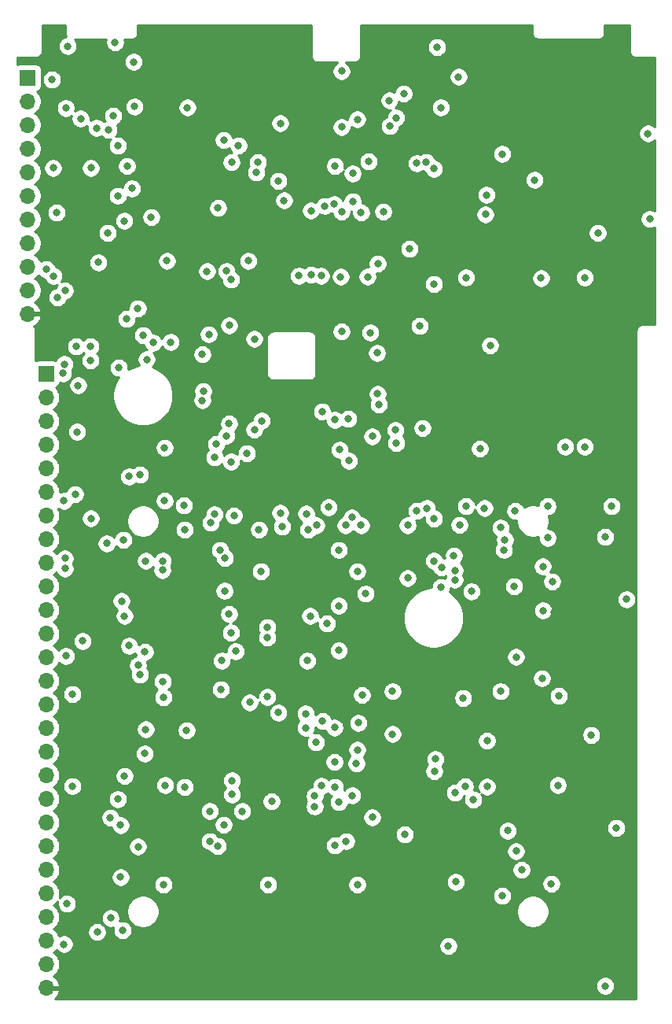
<source format=gbr>
G04 #@! TF.GenerationSoftware,KiCad,Pcbnew,5.1.5+dfsg1-2build2*
G04 #@! TF.CreationDate,2021-11-12T20:57:27+00:00*
G04 #@! TF.ProjectId,psion-org2-main,7073696f-6e2d-46f7-9267-322d6d61696e,rev?*
G04 #@! TF.SameCoordinates,Original*
G04 #@! TF.FileFunction,Copper,L3,Inr*
G04 #@! TF.FilePolarity,Positive*
%FSLAX46Y46*%
G04 Gerber Fmt 4.6, Leading zero omitted, Abs format (unit mm)*
G04 Created by KiCad (PCBNEW 5.1.5+dfsg1-2build2) date 2021-11-12 20:57:27*
%MOMM*%
%LPD*%
G04 APERTURE LIST*
%ADD10O,1.700000X1.700000*%
%ADD11R,1.700000X1.700000*%
%ADD12C,0.800000*%
%ADD13C,0.254000*%
G04 APERTURE END LIST*
D10*
X142100000Y-159900000D03*
X142100000Y-157360000D03*
X142100000Y-154820000D03*
X142100000Y-152280000D03*
X142100000Y-149740000D03*
X142100000Y-147200000D03*
X142100000Y-144660000D03*
X142100000Y-142120000D03*
X142100000Y-139580000D03*
X142100000Y-137040000D03*
X142100000Y-134500000D03*
X142100000Y-131960000D03*
X142100000Y-129420000D03*
X142100000Y-126880000D03*
X142100000Y-124340000D03*
X142100000Y-121800000D03*
X142100000Y-119260000D03*
X142100000Y-116720000D03*
X142100000Y-114180000D03*
X142100000Y-111640000D03*
X142100000Y-109100000D03*
X142100000Y-106560000D03*
X142100000Y-104020000D03*
X142100000Y-101480000D03*
X142100000Y-98940000D03*
X142100000Y-96400000D03*
D11*
X142100000Y-93860000D03*
D10*
X140100000Y-87400000D03*
X140100000Y-84860000D03*
X140100000Y-82320000D03*
X140100000Y-79780000D03*
X140100000Y-77240000D03*
X140100000Y-74700000D03*
X140100000Y-72160000D03*
X140100000Y-69620000D03*
X140100000Y-67080000D03*
X140100000Y-64540000D03*
D11*
X140100000Y-62000000D03*
D12*
X166368597Y-139831403D03*
X171000000Y-140400000D03*
X143900000Y-93800000D03*
X145200000Y-106800000D03*
X159000000Y-95700000D03*
X162000000Y-83700000D03*
X170600000Y-83200000D03*
X177800000Y-82000000D03*
X181200000Y-80400000D03*
X187300000Y-83500000D03*
X200100000Y-101700000D03*
X187300000Y-108100000D03*
X162000000Y-103300000D03*
X174700000Y-103200000D03*
X200100000Y-83500000D03*
X150800000Y-71500000D03*
X145800000Y-66400000D03*
X149300000Y-66100000D03*
X157300000Y-65200000D03*
X186500000Y-61900000D03*
X184200000Y-58700000D03*
X160600000Y-76000000D03*
X175700000Y-131400000D03*
X161300000Y-117200000D03*
X165900000Y-122200000D03*
X164000000Y-129200000D03*
X152800000Y-132100000D03*
X183900000Y-136600000D03*
X192700000Y-145200000D03*
X167700000Y-75200000D03*
X170600000Y-76300000D03*
X173900000Y-76400000D03*
X176000000Y-76500000D03*
X178400000Y-76400000D03*
X149025000Y-152400000D03*
X147575000Y-153900000D03*
X192700000Y-124300000D03*
X144400000Y-58600000D03*
X149500000Y-58200000D03*
X189500000Y-74600000D03*
X146850000Y-90900000D03*
X167300000Y-108800000D03*
X143800000Y-159900000D03*
X164500000Y-140900000D03*
X180700000Y-140300000D03*
X196800000Y-119500000D03*
X156500000Y-62700000D03*
X144500000Y-101200000D03*
X144900000Y-87100000D03*
X164400000Y-127100000D03*
X183900000Y-132700000D03*
X175800000Y-79200000D03*
X186500000Y-73200000D03*
X165900000Y-118344990D03*
X194700000Y-73000000D03*
X195400000Y-83559998D03*
X176700000Y-83400000D03*
X173800000Y-83400000D03*
X171700000Y-83300000D03*
X169300000Y-83300000D03*
X202300000Y-159700000D03*
X202300000Y-111400000D03*
X196100000Y-111500000D03*
X191500000Y-111700000D03*
X150400000Y-111700000D03*
X151000000Y-104900000D03*
X148700000Y-78700000D03*
X148800000Y-67600000D03*
X206900000Y-68000000D03*
X207100000Y-77200000D03*
X145300000Y-90900000D03*
X145525000Y-95100000D03*
X182989952Y-71058579D03*
X182615478Y-99684522D03*
X179700000Y-99900000D03*
X164500000Y-99850000D03*
X146900000Y-109400000D03*
X157200000Y-132200000D03*
X159799999Y-109875000D03*
X142700000Y-62200000D03*
X142100000Y-82600000D03*
X173100000Y-75600000D03*
X173200000Y-71500000D03*
X164900000Y-71100000D03*
X162050001Y-71100000D03*
X161499999Y-82800000D03*
X159410000Y-82810000D03*
X147500000Y-67400000D03*
X146900000Y-71700000D03*
X142868223Y-83325000D03*
X142825000Y-71700000D03*
X172100000Y-75800000D03*
X153400000Y-77000000D03*
X143200000Y-76515000D03*
X163200000Y-140900010D03*
X144900000Y-138200000D03*
X162100000Y-137600000D03*
X177215684Y-141550000D03*
X188080788Y-139660263D03*
X189575000Y-138250002D03*
X189575000Y-133312829D03*
X197200000Y-138100000D03*
X175500010Y-135769735D03*
X173149990Y-135600000D03*
X173149990Y-131900000D03*
X170025000Y-131925000D03*
X170025000Y-130400000D03*
X167100000Y-130300000D03*
X157000000Y-138300000D03*
X152700000Y-134700000D03*
X164500000Y-90098002D03*
X154900000Y-138100000D03*
X144900000Y-128300000D03*
X154700000Y-128650000D03*
X176100000Y-128400000D03*
X187000000Y-128725000D03*
X197300000Y-128500000D03*
X165900000Y-128600000D03*
X144200000Y-124200000D03*
X144100000Y-114800000D03*
X165200000Y-115100000D03*
X175600000Y-115100000D03*
X186100000Y-115000000D03*
X154649998Y-126950000D03*
X154596025Y-114973554D03*
X192500000Y-116700000D03*
X187900000Y-117250002D03*
X196600000Y-116200000D03*
X176500000Y-117500000D03*
X195575000Y-114575000D03*
X185400000Y-155400000D03*
X189900000Y-90800000D03*
X149000000Y-141600000D03*
X166000000Y-148800000D03*
X186200000Y-148500000D03*
X196500000Y-148700000D03*
X144328961Y-150848492D03*
X154700000Y-148800000D03*
X175600000Y-148800000D03*
X173600000Y-139925000D03*
X173192005Y-144575010D03*
X160559857Y-144635540D03*
X186125000Y-138900000D03*
X181025000Y-110149990D03*
X176000000Y-110149990D03*
X186600000Y-110100000D03*
X188800000Y-101900000D03*
X198000000Y-101700000D03*
X160207275Y-102850001D03*
X163700000Y-102400000D03*
X186099999Y-116000000D03*
X181025000Y-115825000D03*
X171725001Y-138175001D03*
X175600000Y-134300000D03*
X187207871Y-138228860D03*
X200800000Y-132700000D03*
X189400000Y-76700000D03*
X191025000Y-110400000D03*
X170300000Y-110600000D03*
X170200000Y-124700000D03*
X179400000Y-132600000D03*
X179400000Y-128000000D03*
X191025000Y-128000000D03*
X191400000Y-112800000D03*
X173600000Y-112800000D03*
X173700000Y-102025000D03*
X175100000Y-75300000D03*
X175100000Y-72300000D03*
X164700001Y-72200000D03*
X173900000Y-89300000D03*
X165300000Y-98900000D03*
X173175000Y-98800000D03*
X174325000Y-110149990D03*
X174400000Y-144125000D03*
X159700000Y-144125000D03*
X159700000Y-140900010D03*
X171800000Y-97900000D03*
X174625000Y-98700000D03*
X175000000Y-109300000D03*
X175050000Y-139200000D03*
X171000000Y-139259804D03*
X162100000Y-139100000D03*
X171194429Y-110149990D03*
X171854723Y-131200000D03*
X182300000Y-88700000D03*
X149800000Y-74700000D03*
X161775000Y-119700000D03*
X161782087Y-99205770D03*
X161800000Y-88648002D03*
X170525000Y-119900000D03*
X171129723Y-133498162D03*
X150500000Y-77400000D03*
X150756479Y-87931174D03*
X152531595Y-89706289D03*
X159600000Y-89600000D03*
X162500000Y-123700000D03*
X162300000Y-109100000D03*
X173200000Y-138300000D03*
X173600000Y-123600000D03*
X155500000Y-90431289D03*
X177000000Y-89425000D03*
X182000000Y-108600000D03*
X184000000Y-135300000D03*
X156900000Y-108000000D03*
X157000000Y-110600000D03*
X165000000Y-110600000D03*
X165900000Y-121100000D03*
X152200000Y-104700000D03*
X149900000Y-93200000D03*
X144041421Y-92810048D03*
X144100000Y-84900000D03*
X151975000Y-144700000D03*
X152200000Y-126200000D03*
X177200000Y-100575000D03*
X161497832Y-100515330D03*
X162800000Y-69300000D03*
X149800000Y-69304670D03*
X179800000Y-101300000D03*
X160400000Y-101400000D03*
X161200000Y-68700000D03*
X144197844Y-65263011D03*
X191200000Y-150000000D03*
X191800000Y-143000000D03*
X201500000Y-78700000D03*
X203500000Y-142700000D03*
X151325000Y-73900000D03*
X151950001Y-86813091D03*
X153600000Y-90500000D03*
X152900000Y-92300000D03*
X146850000Y-92400000D03*
X148599990Y-112100000D03*
X160800000Y-112800000D03*
X161000000Y-124700000D03*
X150300000Y-153700000D03*
X144000000Y-155200000D03*
X151016282Y-123100000D03*
X167100000Y-73100000D03*
X167300000Y-66900000D03*
X161200000Y-142350010D03*
X160900000Y-127800000D03*
X150100000Y-142400000D03*
X150100000Y-148000000D03*
X163850001Y-81700000D03*
X155100000Y-81700000D03*
X147700000Y-81875000D03*
X151975000Y-125206113D03*
X183849999Y-71800000D03*
X183849999Y-84200000D03*
X193300000Y-147200000D03*
X191200000Y-70200000D03*
X167500000Y-110300000D03*
X162000000Y-121700000D03*
X170100000Y-108900000D03*
X172325000Y-120700000D03*
X172500000Y-108200000D03*
X173600000Y-118800000D03*
X183100000Y-108300000D03*
X184600000Y-116815686D03*
X183849999Y-109424990D03*
X183849999Y-113975010D03*
X189300000Y-108300000D03*
X160215760Y-108965524D03*
X161324990Y-113651110D03*
X186000000Y-113399999D03*
X192600000Y-108600000D03*
X196100000Y-108100000D03*
X203000000Y-108100000D03*
X204600010Y-118100000D03*
X195600000Y-119300000D03*
X195500000Y-126600000D03*
X154834472Y-107500000D03*
X152716283Y-123756113D03*
X154649997Y-113975010D03*
X152799998Y-113975010D03*
X144100000Y-113700000D03*
X144000001Y-107525001D03*
X146000000Y-122600000D03*
X177909191Y-97144127D03*
X154834472Y-101800000D03*
X177787347Y-96012653D03*
X158900000Y-96700000D03*
X177725000Y-91600000D03*
X158900000Y-91756299D03*
X143300000Y-85625000D03*
X184600000Y-65200000D03*
X184649999Y-114665676D03*
X145410431Y-100093886D03*
X151500000Y-60300000D03*
X151600000Y-65100000D03*
X173900000Y-61300000D03*
X173900000Y-67300000D03*
X179050002Y-64435035D03*
X179100000Y-67200000D03*
X180600000Y-63710035D03*
X179775002Y-66300000D03*
X150200000Y-118300000D03*
X149800000Y-139600000D03*
X150525000Y-119900000D03*
X150525000Y-137100000D03*
X175600000Y-66474990D03*
X176800000Y-71000000D03*
X180700000Y-143400000D03*
X182000000Y-71200000D03*
D13*
G36*
X144140001Y-57167571D02*
G01*
X144136807Y-57200000D01*
X144149550Y-57329383D01*
X144187290Y-57453793D01*
X144248575Y-57568450D01*
X144253086Y-57573946D01*
X144098102Y-57604774D01*
X143909744Y-57682795D01*
X143740226Y-57796063D01*
X143596063Y-57940226D01*
X143482795Y-58109744D01*
X143404774Y-58298102D01*
X143365000Y-58498061D01*
X143365000Y-58701939D01*
X143404774Y-58901898D01*
X143482795Y-59090256D01*
X143596063Y-59259774D01*
X143740226Y-59403937D01*
X143909744Y-59517205D01*
X144098102Y-59595226D01*
X144298061Y-59635000D01*
X144501939Y-59635000D01*
X144701898Y-59595226D01*
X144890256Y-59517205D01*
X145059774Y-59403937D01*
X145203937Y-59259774D01*
X145317205Y-59090256D01*
X145395226Y-58901898D01*
X145435000Y-58701939D01*
X145435000Y-58498061D01*
X145395226Y-58298102D01*
X145317205Y-58109744D01*
X145203937Y-57940226D01*
X145123711Y-57860000D01*
X148520556Y-57860000D01*
X148504774Y-57898102D01*
X148465000Y-58098061D01*
X148465000Y-58301939D01*
X148504774Y-58501898D01*
X148582795Y-58690256D01*
X148696063Y-58859774D01*
X148840226Y-59003937D01*
X149009744Y-59117205D01*
X149198102Y-59195226D01*
X149398061Y-59235000D01*
X149601939Y-59235000D01*
X149801898Y-59195226D01*
X149990256Y-59117205D01*
X150159774Y-59003937D01*
X150303937Y-58859774D01*
X150417205Y-58690256D01*
X150495226Y-58501898D01*
X150535000Y-58301939D01*
X150535000Y-58098061D01*
X150495226Y-57898102D01*
X150479444Y-57860000D01*
X151267581Y-57860000D01*
X151300000Y-57863193D01*
X151332419Y-57860000D01*
X151429383Y-57850450D01*
X151553793Y-57812710D01*
X151668450Y-57751425D01*
X151768948Y-57668948D01*
X151851425Y-57568450D01*
X151912710Y-57453793D01*
X151950450Y-57329383D01*
X151963193Y-57200000D01*
X151960000Y-57167581D01*
X151960000Y-56360000D01*
X170640000Y-56360000D01*
X170640001Y-59667571D01*
X170636807Y-59700000D01*
X170649550Y-59829383D01*
X170687290Y-59953793D01*
X170748575Y-60068450D01*
X170831052Y-60168948D01*
X170931550Y-60251425D01*
X171046207Y-60312710D01*
X171170617Y-60350450D01*
X171267581Y-60360000D01*
X171300000Y-60363193D01*
X171332419Y-60360000D01*
X173464776Y-60360000D01*
X173409744Y-60382795D01*
X173240226Y-60496063D01*
X173096063Y-60640226D01*
X172982795Y-60809744D01*
X172904774Y-60998102D01*
X172865000Y-61198061D01*
X172865000Y-61401939D01*
X172904774Y-61601898D01*
X172982795Y-61790256D01*
X173096063Y-61959774D01*
X173240226Y-62103937D01*
X173409744Y-62217205D01*
X173598102Y-62295226D01*
X173798061Y-62335000D01*
X174001939Y-62335000D01*
X174201898Y-62295226D01*
X174390256Y-62217205D01*
X174559774Y-62103937D01*
X174703937Y-61959774D01*
X174811989Y-61798061D01*
X185465000Y-61798061D01*
X185465000Y-62001939D01*
X185504774Y-62201898D01*
X185582795Y-62390256D01*
X185696063Y-62559774D01*
X185840226Y-62703937D01*
X186009744Y-62817205D01*
X186198102Y-62895226D01*
X186398061Y-62935000D01*
X186601939Y-62935000D01*
X186801898Y-62895226D01*
X186990256Y-62817205D01*
X187159774Y-62703937D01*
X187303937Y-62559774D01*
X187417205Y-62390256D01*
X187495226Y-62201898D01*
X187535000Y-62001939D01*
X187535000Y-61798061D01*
X187495226Y-61598102D01*
X187417205Y-61409744D01*
X187303937Y-61240226D01*
X187159774Y-61096063D01*
X186990256Y-60982795D01*
X186801898Y-60904774D01*
X186601939Y-60865000D01*
X186398061Y-60865000D01*
X186198102Y-60904774D01*
X186009744Y-60982795D01*
X185840226Y-61096063D01*
X185696063Y-61240226D01*
X185582795Y-61409744D01*
X185504774Y-61598102D01*
X185465000Y-61798061D01*
X174811989Y-61798061D01*
X174817205Y-61790256D01*
X174895226Y-61601898D01*
X174935000Y-61401939D01*
X174935000Y-61198061D01*
X174895226Y-60998102D01*
X174817205Y-60809744D01*
X174703937Y-60640226D01*
X174559774Y-60496063D01*
X174390256Y-60382795D01*
X174335224Y-60360000D01*
X175267581Y-60360000D01*
X175300000Y-60363193D01*
X175332419Y-60360000D01*
X175429383Y-60350450D01*
X175553793Y-60312710D01*
X175668450Y-60251425D01*
X175768948Y-60168948D01*
X175851425Y-60068450D01*
X175912710Y-59953793D01*
X175950450Y-59829383D01*
X175963193Y-59700000D01*
X175960000Y-59667581D01*
X175960000Y-58598061D01*
X183165000Y-58598061D01*
X183165000Y-58801939D01*
X183204774Y-59001898D01*
X183282795Y-59190256D01*
X183396063Y-59359774D01*
X183540226Y-59503937D01*
X183709744Y-59617205D01*
X183898102Y-59695226D01*
X184098061Y-59735000D01*
X184301939Y-59735000D01*
X184501898Y-59695226D01*
X184690256Y-59617205D01*
X184859774Y-59503937D01*
X185003937Y-59359774D01*
X185117205Y-59190256D01*
X185195226Y-59001898D01*
X185235000Y-58801939D01*
X185235000Y-58598061D01*
X185195226Y-58398102D01*
X185117205Y-58209744D01*
X185003937Y-58040226D01*
X184859774Y-57896063D01*
X184690256Y-57782795D01*
X184501898Y-57704774D01*
X184301939Y-57665000D01*
X184098061Y-57665000D01*
X183898102Y-57704774D01*
X183709744Y-57782795D01*
X183540226Y-57896063D01*
X183396063Y-58040226D01*
X183282795Y-58209744D01*
X183204774Y-58398102D01*
X183165000Y-58598061D01*
X175960000Y-58598061D01*
X175960000Y-56360000D01*
X194440001Y-56360000D01*
X194440000Y-57167580D01*
X194436807Y-57200000D01*
X194449550Y-57329383D01*
X194487290Y-57453793D01*
X194548575Y-57568450D01*
X194627812Y-57665000D01*
X194631052Y-57668948D01*
X194731550Y-57751425D01*
X194846207Y-57812710D01*
X194970617Y-57850450D01*
X195100000Y-57863193D01*
X195132419Y-57860000D01*
X201567581Y-57860000D01*
X201600000Y-57863193D01*
X201632419Y-57860000D01*
X201729383Y-57850450D01*
X201853793Y-57812710D01*
X201968450Y-57751425D01*
X202068948Y-57668948D01*
X202151425Y-57568450D01*
X202212710Y-57453793D01*
X202250450Y-57329383D01*
X202263193Y-57200000D01*
X202260000Y-57167581D01*
X202260000Y-56360000D01*
X204940001Y-56360000D01*
X204940000Y-59167580D01*
X204936807Y-59200000D01*
X204949550Y-59329383D01*
X204987290Y-59453793D01*
X205048575Y-59568450D01*
X205131052Y-59668948D01*
X205231550Y-59751425D01*
X205346207Y-59812710D01*
X205470617Y-59850450D01*
X205600000Y-59863193D01*
X205632419Y-59860000D01*
X207640001Y-59860000D01*
X207640001Y-67276290D01*
X207559774Y-67196063D01*
X207390256Y-67082795D01*
X207201898Y-67004774D01*
X207001939Y-66965000D01*
X206798061Y-66965000D01*
X206598102Y-67004774D01*
X206409744Y-67082795D01*
X206240226Y-67196063D01*
X206096063Y-67340226D01*
X205982795Y-67509744D01*
X205904774Y-67698102D01*
X205865000Y-67898061D01*
X205865000Y-68101939D01*
X205904774Y-68301898D01*
X205982795Y-68490256D01*
X206096063Y-68659774D01*
X206240226Y-68803937D01*
X206409744Y-68917205D01*
X206598102Y-68995226D01*
X206798061Y-69035000D01*
X207001939Y-69035000D01*
X207201898Y-68995226D01*
X207390256Y-68917205D01*
X207559774Y-68803937D01*
X207640001Y-68723710D01*
X207640000Y-76316033D01*
X207590256Y-76282795D01*
X207401898Y-76204774D01*
X207201939Y-76165000D01*
X206998061Y-76165000D01*
X206798102Y-76204774D01*
X206609744Y-76282795D01*
X206440226Y-76396063D01*
X206296063Y-76540226D01*
X206182795Y-76709744D01*
X206104774Y-76898102D01*
X206065000Y-77098061D01*
X206065000Y-77301939D01*
X206104774Y-77501898D01*
X206182795Y-77690256D01*
X206296063Y-77859774D01*
X206440226Y-78003937D01*
X206609744Y-78117205D01*
X206798102Y-78195226D01*
X206998061Y-78235000D01*
X207201939Y-78235000D01*
X207401898Y-78195226D01*
X207590256Y-78117205D01*
X207640000Y-78083967D01*
X207640000Y-88540000D01*
X206332419Y-88540000D01*
X206300000Y-88536807D01*
X206267581Y-88540000D01*
X206170617Y-88549550D01*
X206046207Y-88587290D01*
X205931550Y-88648575D01*
X205831052Y-88731052D01*
X205748575Y-88831550D01*
X205687290Y-88946207D01*
X205649550Y-89070617D01*
X205636807Y-89200000D01*
X205640001Y-89232430D01*
X205640000Y-161040000D01*
X143042570Y-161040000D01*
X143197588Y-160900269D01*
X143371641Y-160666920D01*
X143496825Y-160404099D01*
X143541476Y-160256890D01*
X143420155Y-160027000D01*
X142227000Y-160027000D01*
X142227000Y-160047000D01*
X141973000Y-160047000D01*
X141973000Y-160027000D01*
X141953000Y-160027000D01*
X141953000Y-159773000D01*
X141973000Y-159773000D01*
X141973000Y-159753000D01*
X142227000Y-159753000D01*
X142227000Y-159773000D01*
X143420155Y-159773000D01*
X143512476Y-159598061D01*
X201265000Y-159598061D01*
X201265000Y-159801939D01*
X201304774Y-160001898D01*
X201382795Y-160190256D01*
X201496063Y-160359774D01*
X201640226Y-160503937D01*
X201809744Y-160617205D01*
X201998102Y-160695226D01*
X202198061Y-160735000D01*
X202401939Y-160735000D01*
X202601898Y-160695226D01*
X202790256Y-160617205D01*
X202959774Y-160503937D01*
X203103937Y-160359774D01*
X203217205Y-160190256D01*
X203295226Y-160001898D01*
X203335000Y-159801939D01*
X203335000Y-159598061D01*
X203295226Y-159398102D01*
X203217205Y-159209744D01*
X203103937Y-159040226D01*
X202959774Y-158896063D01*
X202790256Y-158782795D01*
X202601898Y-158704774D01*
X202401939Y-158665000D01*
X202198061Y-158665000D01*
X201998102Y-158704774D01*
X201809744Y-158782795D01*
X201640226Y-158896063D01*
X201496063Y-159040226D01*
X201382795Y-159209744D01*
X201304774Y-159398102D01*
X201265000Y-159598061D01*
X143512476Y-159598061D01*
X143541476Y-159543110D01*
X143496825Y-159395901D01*
X143371641Y-159133080D01*
X143197588Y-158899731D01*
X142981355Y-158704822D01*
X142864466Y-158635195D01*
X143046632Y-158513475D01*
X143253475Y-158306632D01*
X143415990Y-158063411D01*
X143527932Y-157793158D01*
X143585000Y-157506260D01*
X143585000Y-157213740D01*
X143527932Y-156926842D01*
X143415990Y-156656589D01*
X143253475Y-156413368D01*
X143046632Y-156206525D01*
X142872240Y-156090000D01*
X143046632Y-155973475D01*
X143181752Y-155838355D01*
X143196063Y-155859774D01*
X143340226Y-156003937D01*
X143509744Y-156117205D01*
X143698102Y-156195226D01*
X143898061Y-156235000D01*
X144101939Y-156235000D01*
X144301898Y-156195226D01*
X144490256Y-156117205D01*
X144659774Y-156003937D01*
X144803937Y-155859774D01*
X144917205Y-155690256D01*
X144995226Y-155501898D01*
X145035000Y-155301939D01*
X145035000Y-155298061D01*
X184365000Y-155298061D01*
X184365000Y-155501939D01*
X184404774Y-155701898D01*
X184482795Y-155890256D01*
X184596063Y-156059774D01*
X184740226Y-156203937D01*
X184909744Y-156317205D01*
X185098102Y-156395226D01*
X185298061Y-156435000D01*
X185501939Y-156435000D01*
X185701898Y-156395226D01*
X185890256Y-156317205D01*
X186059774Y-156203937D01*
X186203937Y-156059774D01*
X186317205Y-155890256D01*
X186395226Y-155701898D01*
X186435000Y-155501939D01*
X186435000Y-155298061D01*
X186395226Y-155098102D01*
X186317205Y-154909744D01*
X186203937Y-154740226D01*
X186059774Y-154596063D01*
X185890256Y-154482795D01*
X185701898Y-154404774D01*
X185501939Y-154365000D01*
X185298061Y-154365000D01*
X185098102Y-154404774D01*
X184909744Y-154482795D01*
X184740226Y-154596063D01*
X184596063Y-154740226D01*
X184482795Y-154909744D01*
X184404774Y-155098102D01*
X184365000Y-155298061D01*
X145035000Y-155298061D01*
X145035000Y-155098061D01*
X144995226Y-154898102D01*
X144917205Y-154709744D01*
X144803937Y-154540226D01*
X144659774Y-154396063D01*
X144490256Y-154282795D01*
X144301898Y-154204774D01*
X144101939Y-154165000D01*
X143898061Y-154165000D01*
X143698102Y-154204774D01*
X143509744Y-154282795D01*
X143490234Y-154295831D01*
X143415990Y-154116589D01*
X143253475Y-153873368D01*
X143178168Y-153798061D01*
X146540000Y-153798061D01*
X146540000Y-154001939D01*
X146579774Y-154201898D01*
X146657795Y-154390256D01*
X146771063Y-154559774D01*
X146915226Y-154703937D01*
X147084744Y-154817205D01*
X147273102Y-154895226D01*
X147473061Y-154935000D01*
X147676939Y-154935000D01*
X147876898Y-154895226D01*
X148065256Y-154817205D01*
X148234774Y-154703937D01*
X148378937Y-154559774D01*
X148492205Y-154390256D01*
X148570226Y-154201898D01*
X148610000Y-154001939D01*
X148610000Y-153798061D01*
X148570226Y-153598102D01*
X148492205Y-153409744D01*
X148378937Y-153240226D01*
X148234774Y-153096063D01*
X148065256Y-152982795D01*
X147876898Y-152904774D01*
X147676939Y-152865000D01*
X147473061Y-152865000D01*
X147273102Y-152904774D01*
X147084744Y-152982795D01*
X146915226Y-153096063D01*
X146771063Y-153240226D01*
X146657795Y-153409744D01*
X146579774Y-153598102D01*
X146540000Y-153798061D01*
X143178168Y-153798061D01*
X143046632Y-153666525D01*
X142872240Y-153550000D01*
X143046632Y-153433475D01*
X143253475Y-153226632D01*
X143415990Y-152983411D01*
X143527932Y-152713158D01*
X143585000Y-152426260D01*
X143585000Y-152298061D01*
X147990000Y-152298061D01*
X147990000Y-152501939D01*
X148029774Y-152701898D01*
X148107795Y-152890256D01*
X148221063Y-153059774D01*
X148365226Y-153203937D01*
X148534744Y-153317205D01*
X148723102Y-153395226D01*
X148923061Y-153435000D01*
X149126939Y-153435000D01*
X149304458Y-153399690D01*
X149265000Y-153598061D01*
X149265000Y-153801939D01*
X149304774Y-154001898D01*
X149382795Y-154190256D01*
X149496063Y-154359774D01*
X149640226Y-154503937D01*
X149809744Y-154617205D01*
X149998102Y-154695226D01*
X150198061Y-154735000D01*
X150401939Y-154735000D01*
X150601898Y-154695226D01*
X150790256Y-154617205D01*
X150959774Y-154503937D01*
X151103937Y-154359774D01*
X151217205Y-154190256D01*
X151295226Y-154001898D01*
X151335000Y-153801939D01*
X151335000Y-153598061D01*
X151295226Y-153398102D01*
X151217205Y-153209744D01*
X151103937Y-153040226D01*
X150959774Y-152896063D01*
X150790256Y-152782795D01*
X150601898Y-152704774D01*
X150401939Y-152665000D01*
X150198061Y-152665000D01*
X150020542Y-152700310D01*
X150060000Y-152501939D01*
X150060000Y-152298061D01*
X150020226Y-152098102D01*
X149942205Y-151909744D01*
X149828937Y-151740226D01*
X149684774Y-151596063D01*
X149579213Y-151525529D01*
X150728571Y-151525529D01*
X150728571Y-151874471D01*
X150796646Y-152216707D01*
X150930180Y-152539086D01*
X151124041Y-152829220D01*
X151370780Y-153075959D01*
X151660914Y-153269820D01*
X151983293Y-153403354D01*
X152325529Y-153471429D01*
X152674471Y-153471429D01*
X153016707Y-153403354D01*
X153339086Y-153269820D01*
X153629220Y-153075959D01*
X153875959Y-152829220D01*
X154069820Y-152539086D01*
X154203354Y-152216707D01*
X154271429Y-151874471D01*
X154271429Y-151525529D01*
X192728571Y-151525529D01*
X192728571Y-151874471D01*
X192796646Y-152216707D01*
X192930180Y-152539086D01*
X193124041Y-152829220D01*
X193370780Y-153075959D01*
X193660914Y-153269820D01*
X193983293Y-153403354D01*
X194325529Y-153471429D01*
X194674471Y-153471429D01*
X195016707Y-153403354D01*
X195339086Y-153269820D01*
X195629220Y-153075959D01*
X195875959Y-152829220D01*
X196069820Y-152539086D01*
X196203354Y-152216707D01*
X196271429Y-151874471D01*
X196271429Y-151525529D01*
X196203354Y-151183293D01*
X196069820Y-150860914D01*
X195875959Y-150570780D01*
X195629220Y-150324041D01*
X195339086Y-150130180D01*
X195016707Y-149996646D01*
X194674471Y-149928571D01*
X194325529Y-149928571D01*
X193983293Y-149996646D01*
X193660914Y-150130180D01*
X193370780Y-150324041D01*
X193124041Y-150570780D01*
X192930180Y-150860914D01*
X192796646Y-151183293D01*
X192728571Y-151525529D01*
X154271429Y-151525529D01*
X154203354Y-151183293D01*
X154069820Y-150860914D01*
X153875959Y-150570780D01*
X153629220Y-150324041D01*
X153339086Y-150130180D01*
X153016707Y-149996646D01*
X152674471Y-149928571D01*
X152325529Y-149928571D01*
X151983293Y-149996646D01*
X151660914Y-150130180D01*
X151370780Y-150324041D01*
X151124041Y-150570780D01*
X150930180Y-150860914D01*
X150796646Y-151183293D01*
X150728571Y-151525529D01*
X149579213Y-151525529D01*
X149515256Y-151482795D01*
X149326898Y-151404774D01*
X149126939Y-151365000D01*
X148923061Y-151365000D01*
X148723102Y-151404774D01*
X148534744Y-151482795D01*
X148365226Y-151596063D01*
X148221063Y-151740226D01*
X148107795Y-151909744D01*
X148029774Y-152098102D01*
X147990000Y-152298061D01*
X143585000Y-152298061D01*
X143585000Y-152133740D01*
X143527932Y-151846842D01*
X143415990Y-151576589D01*
X143253475Y-151333368D01*
X143046632Y-151126525D01*
X142872240Y-151010000D01*
X143046632Y-150893475D01*
X143253475Y-150686632D01*
X143328093Y-150574958D01*
X143293961Y-150746553D01*
X143293961Y-150950431D01*
X143333735Y-151150390D01*
X143411756Y-151338748D01*
X143525024Y-151508266D01*
X143669187Y-151652429D01*
X143838705Y-151765697D01*
X144027063Y-151843718D01*
X144227022Y-151883492D01*
X144430900Y-151883492D01*
X144630859Y-151843718D01*
X144819217Y-151765697D01*
X144988735Y-151652429D01*
X145132898Y-151508266D01*
X145246166Y-151338748D01*
X145324187Y-151150390D01*
X145363961Y-150950431D01*
X145363961Y-150746553D01*
X145324187Y-150546594D01*
X145246166Y-150358236D01*
X145132898Y-150188718D01*
X144988735Y-150044555D01*
X144819217Y-149931287D01*
X144739003Y-149898061D01*
X190165000Y-149898061D01*
X190165000Y-150101939D01*
X190204774Y-150301898D01*
X190282795Y-150490256D01*
X190396063Y-150659774D01*
X190540226Y-150803937D01*
X190709744Y-150917205D01*
X190898102Y-150995226D01*
X191098061Y-151035000D01*
X191301939Y-151035000D01*
X191501898Y-150995226D01*
X191690256Y-150917205D01*
X191859774Y-150803937D01*
X192003937Y-150659774D01*
X192117205Y-150490256D01*
X192195226Y-150301898D01*
X192235000Y-150101939D01*
X192235000Y-149898061D01*
X192195226Y-149698102D01*
X192117205Y-149509744D01*
X192003937Y-149340226D01*
X191859774Y-149196063D01*
X191690256Y-149082795D01*
X191501898Y-149004774D01*
X191301939Y-148965000D01*
X191098061Y-148965000D01*
X190898102Y-149004774D01*
X190709744Y-149082795D01*
X190540226Y-149196063D01*
X190396063Y-149340226D01*
X190282795Y-149509744D01*
X190204774Y-149698102D01*
X190165000Y-149898061D01*
X144739003Y-149898061D01*
X144630859Y-149853266D01*
X144430900Y-149813492D01*
X144227022Y-149813492D01*
X144027063Y-149853266D01*
X143838705Y-149931287D01*
X143669187Y-150044555D01*
X143525024Y-150188718D01*
X143515718Y-150202646D01*
X143527932Y-150173158D01*
X143585000Y-149886260D01*
X143585000Y-149593740D01*
X143527932Y-149306842D01*
X143415990Y-149036589D01*
X143253475Y-148793368D01*
X143046632Y-148586525D01*
X142872240Y-148470000D01*
X143046632Y-148353475D01*
X143253475Y-148146632D01*
X143415990Y-147903411D01*
X143418206Y-147898061D01*
X149065000Y-147898061D01*
X149065000Y-148101939D01*
X149104774Y-148301898D01*
X149182795Y-148490256D01*
X149296063Y-148659774D01*
X149440226Y-148803937D01*
X149609744Y-148917205D01*
X149798102Y-148995226D01*
X149998061Y-149035000D01*
X150201939Y-149035000D01*
X150401898Y-148995226D01*
X150590256Y-148917205D01*
X150759774Y-148803937D01*
X150865650Y-148698061D01*
X153665000Y-148698061D01*
X153665000Y-148901939D01*
X153704774Y-149101898D01*
X153782795Y-149290256D01*
X153896063Y-149459774D01*
X154040226Y-149603937D01*
X154209744Y-149717205D01*
X154398102Y-149795226D01*
X154598061Y-149835000D01*
X154801939Y-149835000D01*
X155001898Y-149795226D01*
X155190256Y-149717205D01*
X155359774Y-149603937D01*
X155503937Y-149459774D01*
X155617205Y-149290256D01*
X155695226Y-149101898D01*
X155735000Y-148901939D01*
X155735000Y-148698061D01*
X164965000Y-148698061D01*
X164965000Y-148901939D01*
X165004774Y-149101898D01*
X165082795Y-149290256D01*
X165196063Y-149459774D01*
X165340226Y-149603937D01*
X165509744Y-149717205D01*
X165698102Y-149795226D01*
X165898061Y-149835000D01*
X166101939Y-149835000D01*
X166301898Y-149795226D01*
X166490256Y-149717205D01*
X166659774Y-149603937D01*
X166803937Y-149459774D01*
X166917205Y-149290256D01*
X166995226Y-149101898D01*
X167035000Y-148901939D01*
X167035000Y-148698061D01*
X174565000Y-148698061D01*
X174565000Y-148901939D01*
X174604774Y-149101898D01*
X174682795Y-149290256D01*
X174796063Y-149459774D01*
X174940226Y-149603937D01*
X175109744Y-149717205D01*
X175298102Y-149795226D01*
X175498061Y-149835000D01*
X175701939Y-149835000D01*
X175901898Y-149795226D01*
X176090256Y-149717205D01*
X176259774Y-149603937D01*
X176403937Y-149459774D01*
X176517205Y-149290256D01*
X176595226Y-149101898D01*
X176635000Y-148901939D01*
X176635000Y-148698061D01*
X176595226Y-148498102D01*
X176553788Y-148398061D01*
X185165000Y-148398061D01*
X185165000Y-148601939D01*
X185204774Y-148801898D01*
X185282795Y-148990256D01*
X185396063Y-149159774D01*
X185540226Y-149303937D01*
X185709744Y-149417205D01*
X185898102Y-149495226D01*
X186098061Y-149535000D01*
X186301939Y-149535000D01*
X186501898Y-149495226D01*
X186690256Y-149417205D01*
X186859774Y-149303937D01*
X187003937Y-149159774D01*
X187117205Y-148990256D01*
X187195226Y-148801898D01*
X187235000Y-148601939D01*
X187235000Y-148598061D01*
X195465000Y-148598061D01*
X195465000Y-148801939D01*
X195504774Y-149001898D01*
X195582795Y-149190256D01*
X195696063Y-149359774D01*
X195840226Y-149503937D01*
X196009744Y-149617205D01*
X196198102Y-149695226D01*
X196398061Y-149735000D01*
X196601939Y-149735000D01*
X196801898Y-149695226D01*
X196990256Y-149617205D01*
X197159774Y-149503937D01*
X197303937Y-149359774D01*
X197417205Y-149190256D01*
X197495226Y-149001898D01*
X197535000Y-148801939D01*
X197535000Y-148598061D01*
X197495226Y-148398102D01*
X197417205Y-148209744D01*
X197303937Y-148040226D01*
X197159774Y-147896063D01*
X196990256Y-147782795D01*
X196801898Y-147704774D01*
X196601939Y-147665000D01*
X196398061Y-147665000D01*
X196198102Y-147704774D01*
X196009744Y-147782795D01*
X195840226Y-147896063D01*
X195696063Y-148040226D01*
X195582795Y-148209744D01*
X195504774Y-148398102D01*
X195465000Y-148598061D01*
X187235000Y-148598061D01*
X187235000Y-148398061D01*
X187195226Y-148198102D01*
X187117205Y-148009744D01*
X187003937Y-147840226D01*
X186859774Y-147696063D01*
X186690256Y-147582795D01*
X186501898Y-147504774D01*
X186301939Y-147465000D01*
X186098061Y-147465000D01*
X185898102Y-147504774D01*
X185709744Y-147582795D01*
X185540226Y-147696063D01*
X185396063Y-147840226D01*
X185282795Y-148009744D01*
X185204774Y-148198102D01*
X185165000Y-148398061D01*
X176553788Y-148398061D01*
X176517205Y-148309744D01*
X176403937Y-148140226D01*
X176259774Y-147996063D01*
X176090256Y-147882795D01*
X175901898Y-147804774D01*
X175701939Y-147765000D01*
X175498061Y-147765000D01*
X175298102Y-147804774D01*
X175109744Y-147882795D01*
X174940226Y-147996063D01*
X174796063Y-148140226D01*
X174682795Y-148309744D01*
X174604774Y-148498102D01*
X174565000Y-148698061D01*
X167035000Y-148698061D01*
X166995226Y-148498102D01*
X166917205Y-148309744D01*
X166803937Y-148140226D01*
X166659774Y-147996063D01*
X166490256Y-147882795D01*
X166301898Y-147804774D01*
X166101939Y-147765000D01*
X165898061Y-147765000D01*
X165698102Y-147804774D01*
X165509744Y-147882795D01*
X165340226Y-147996063D01*
X165196063Y-148140226D01*
X165082795Y-148309744D01*
X165004774Y-148498102D01*
X164965000Y-148698061D01*
X155735000Y-148698061D01*
X155695226Y-148498102D01*
X155617205Y-148309744D01*
X155503937Y-148140226D01*
X155359774Y-147996063D01*
X155190256Y-147882795D01*
X155001898Y-147804774D01*
X154801939Y-147765000D01*
X154598061Y-147765000D01*
X154398102Y-147804774D01*
X154209744Y-147882795D01*
X154040226Y-147996063D01*
X153896063Y-148140226D01*
X153782795Y-148309744D01*
X153704774Y-148498102D01*
X153665000Y-148698061D01*
X150865650Y-148698061D01*
X150903937Y-148659774D01*
X151017205Y-148490256D01*
X151095226Y-148301898D01*
X151135000Y-148101939D01*
X151135000Y-147898061D01*
X151095226Y-147698102D01*
X151017205Y-147509744D01*
X150903937Y-147340226D01*
X150759774Y-147196063D01*
X150613104Y-147098061D01*
X192265000Y-147098061D01*
X192265000Y-147301939D01*
X192304774Y-147501898D01*
X192382795Y-147690256D01*
X192496063Y-147859774D01*
X192640226Y-148003937D01*
X192809744Y-148117205D01*
X192998102Y-148195226D01*
X193198061Y-148235000D01*
X193401939Y-148235000D01*
X193601898Y-148195226D01*
X193790256Y-148117205D01*
X193959774Y-148003937D01*
X194103937Y-147859774D01*
X194217205Y-147690256D01*
X194295226Y-147501898D01*
X194335000Y-147301939D01*
X194335000Y-147098061D01*
X194295226Y-146898102D01*
X194217205Y-146709744D01*
X194103937Y-146540226D01*
X193959774Y-146396063D01*
X193790256Y-146282795D01*
X193601898Y-146204774D01*
X193401939Y-146165000D01*
X193198061Y-146165000D01*
X192998102Y-146204774D01*
X192809744Y-146282795D01*
X192640226Y-146396063D01*
X192496063Y-146540226D01*
X192382795Y-146709744D01*
X192304774Y-146898102D01*
X192265000Y-147098061D01*
X150613104Y-147098061D01*
X150590256Y-147082795D01*
X150401898Y-147004774D01*
X150201939Y-146965000D01*
X149998061Y-146965000D01*
X149798102Y-147004774D01*
X149609744Y-147082795D01*
X149440226Y-147196063D01*
X149296063Y-147340226D01*
X149182795Y-147509744D01*
X149104774Y-147698102D01*
X149065000Y-147898061D01*
X143418206Y-147898061D01*
X143527932Y-147633158D01*
X143585000Y-147346260D01*
X143585000Y-147053740D01*
X143527932Y-146766842D01*
X143415990Y-146496589D01*
X143253475Y-146253368D01*
X143046632Y-146046525D01*
X142872240Y-145930000D01*
X143046632Y-145813475D01*
X143253475Y-145606632D01*
X143415990Y-145363411D01*
X143527932Y-145093158D01*
X143585000Y-144806260D01*
X143585000Y-144598061D01*
X150940000Y-144598061D01*
X150940000Y-144801939D01*
X150979774Y-145001898D01*
X151057795Y-145190256D01*
X151171063Y-145359774D01*
X151315226Y-145503937D01*
X151484744Y-145617205D01*
X151673102Y-145695226D01*
X151873061Y-145735000D01*
X152076939Y-145735000D01*
X152276898Y-145695226D01*
X152465256Y-145617205D01*
X152634774Y-145503937D01*
X152778937Y-145359774D01*
X152892205Y-145190256D01*
X152970226Y-145001898D01*
X153010000Y-144801939D01*
X153010000Y-144598061D01*
X152970226Y-144398102D01*
X152892205Y-144209744D01*
X152778937Y-144040226D01*
X152761772Y-144023061D01*
X158665000Y-144023061D01*
X158665000Y-144226939D01*
X158704774Y-144426898D01*
X158782795Y-144615256D01*
X158896063Y-144784774D01*
X159040226Y-144928937D01*
X159209744Y-145042205D01*
X159398102Y-145120226D01*
X159598061Y-145160000D01*
X159665506Y-145160000D01*
X159755920Y-145295314D01*
X159900083Y-145439477D01*
X160069601Y-145552745D01*
X160257959Y-145630766D01*
X160457918Y-145670540D01*
X160661796Y-145670540D01*
X160861755Y-145630766D01*
X161050113Y-145552745D01*
X161219631Y-145439477D01*
X161363794Y-145295314D01*
X161477062Y-145125796D01*
X161555083Y-144937438D01*
X161594857Y-144737479D01*
X161594857Y-144533601D01*
X161582817Y-144473071D01*
X172157005Y-144473071D01*
X172157005Y-144676949D01*
X172196779Y-144876908D01*
X172274800Y-145065266D01*
X172388068Y-145234784D01*
X172532231Y-145378947D01*
X172701749Y-145492215D01*
X172890107Y-145570236D01*
X173090066Y-145610010D01*
X173293944Y-145610010D01*
X173493903Y-145570236D01*
X173682261Y-145492215D01*
X173851779Y-145378947D01*
X173995942Y-145234784D01*
X174078040Y-145111916D01*
X174098102Y-145120226D01*
X174298061Y-145160000D01*
X174501939Y-145160000D01*
X174701898Y-145120226D01*
X174755408Y-145098061D01*
X191665000Y-145098061D01*
X191665000Y-145301939D01*
X191704774Y-145501898D01*
X191782795Y-145690256D01*
X191896063Y-145859774D01*
X192040226Y-146003937D01*
X192209744Y-146117205D01*
X192398102Y-146195226D01*
X192598061Y-146235000D01*
X192801939Y-146235000D01*
X193001898Y-146195226D01*
X193190256Y-146117205D01*
X193359774Y-146003937D01*
X193503937Y-145859774D01*
X193617205Y-145690256D01*
X193695226Y-145501898D01*
X193735000Y-145301939D01*
X193735000Y-145098061D01*
X193695226Y-144898102D01*
X193617205Y-144709744D01*
X193503937Y-144540226D01*
X193359774Y-144396063D01*
X193190256Y-144282795D01*
X193001898Y-144204774D01*
X192801939Y-144165000D01*
X192598061Y-144165000D01*
X192398102Y-144204774D01*
X192209744Y-144282795D01*
X192040226Y-144396063D01*
X191896063Y-144540226D01*
X191782795Y-144709744D01*
X191704774Y-144898102D01*
X191665000Y-145098061D01*
X174755408Y-145098061D01*
X174890256Y-145042205D01*
X175059774Y-144928937D01*
X175203937Y-144784774D01*
X175317205Y-144615256D01*
X175395226Y-144426898D01*
X175435000Y-144226939D01*
X175435000Y-144023061D01*
X175395226Y-143823102D01*
X175317205Y-143634744D01*
X175203937Y-143465226D01*
X175059774Y-143321063D01*
X175025349Y-143298061D01*
X179665000Y-143298061D01*
X179665000Y-143501939D01*
X179704774Y-143701898D01*
X179782795Y-143890256D01*
X179896063Y-144059774D01*
X180040226Y-144203937D01*
X180209744Y-144317205D01*
X180398102Y-144395226D01*
X180598061Y-144435000D01*
X180801939Y-144435000D01*
X181001898Y-144395226D01*
X181190256Y-144317205D01*
X181359774Y-144203937D01*
X181503937Y-144059774D01*
X181617205Y-143890256D01*
X181695226Y-143701898D01*
X181735000Y-143501939D01*
X181735000Y-143298061D01*
X181695226Y-143098102D01*
X181617205Y-142909744D01*
X181609399Y-142898061D01*
X190765000Y-142898061D01*
X190765000Y-143101939D01*
X190804774Y-143301898D01*
X190882795Y-143490256D01*
X190996063Y-143659774D01*
X191140226Y-143803937D01*
X191309744Y-143917205D01*
X191498102Y-143995226D01*
X191698061Y-144035000D01*
X191901939Y-144035000D01*
X192101898Y-143995226D01*
X192290256Y-143917205D01*
X192459774Y-143803937D01*
X192603937Y-143659774D01*
X192717205Y-143490256D01*
X192795226Y-143301898D01*
X192835000Y-143101939D01*
X192835000Y-142898061D01*
X192795226Y-142698102D01*
X192753788Y-142598061D01*
X202465000Y-142598061D01*
X202465000Y-142801939D01*
X202504774Y-143001898D01*
X202582795Y-143190256D01*
X202696063Y-143359774D01*
X202840226Y-143503937D01*
X203009744Y-143617205D01*
X203198102Y-143695226D01*
X203398061Y-143735000D01*
X203601939Y-143735000D01*
X203801898Y-143695226D01*
X203990256Y-143617205D01*
X204159774Y-143503937D01*
X204303937Y-143359774D01*
X204417205Y-143190256D01*
X204495226Y-143001898D01*
X204535000Y-142801939D01*
X204535000Y-142598061D01*
X204495226Y-142398102D01*
X204417205Y-142209744D01*
X204303937Y-142040226D01*
X204159774Y-141896063D01*
X203990256Y-141782795D01*
X203801898Y-141704774D01*
X203601939Y-141665000D01*
X203398061Y-141665000D01*
X203198102Y-141704774D01*
X203009744Y-141782795D01*
X202840226Y-141896063D01*
X202696063Y-142040226D01*
X202582795Y-142209744D01*
X202504774Y-142398102D01*
X202465000Y-142598061D01*
X192753788Y-142598061D01*
X192717205Y-142509744D01*
X192603937Y-142340226D01*
X192459774Y-142196063D01*
X192290256Y-142082795D01*
X192101898Y-142004774D01*
X191901939Y-141965000D01*
X191698061Y-141965000D01*
X191498102Y-142004774D01*
X191309744Y-142082795D01*
X191140226Y-142196063D01*
X190996063Y-142340226D01*
X190882795Y-142509744D01*
X190804774Y-142698102D01*
X190765000Y-142898061D01*
X181609399Y-142898061D01*
X181503937Y-142740226D01*
X181359774Y-142596063D01*
X181190256Y-142482795D01*
X181001898Y-142404774D01*
X180801939Y-142365000D01*
X180598061Y-142365000D01*
X180398102Y-142404774D01*
X180209744Y-142482795D01*
X180040226Y-142596063D01*
X179896063Y-142740226D01*
X179782795Y-142909744D01*
X179704774Y-143098102D01*
X179665000Y-143298061D01*
X175025349Y-143298061D01*
X174890256Y-143207795D01*
X174701898Y-143129774D01*
X174501939Y-143090000D01*
X174298061Y-143090000D01*
X174098102Y-143129774D01*
X173909744Y-143207795D01*
X173740226Y-143321063D01*
X173596063Y-143465226D01*
X173513965Y-143588094D01*
X173493903Y-143579784D01*
X173293944Y-143540010D01*
X173090066Y-143540010D01*
X172890107Y-143579784D01*
X172701749Y-143657805D01*
X172532231Y-143771073D01*
X172388068Y-143915236D01*
X172274800Y-144084754D01*
X172196779Y-144273112D01*
X172157005Y-144473071D01*
X161582817Y-144473071D01*
X161555083Y-144333642D01*
X161477062Y-144145284D01*
X161363794Y-143975766D01*
X161219631Y-143831603D01*
X161050113Y-143718335D01*
X160861755Y-143640314D01*
X160661796Y-143600540D01*
X160594351Y-143600540D01*
X160503937Y-143465226D01*
X160359774Y-143321063D01*
X160190256Y-143207795D01*
X160001898Y-143129774D01*
X159801939Y-143090000D01*
X159598061Y-143090000D01*
X159398102Y-143129774D01*
X159209744Y-143207795D01*
X159040226Y-143321063D01*
X158896063Y-143465226D01*
X158782795Y-143634744D01*
X158704774Y-143823102D01*
X158665000Y-144023061D01*
X152761772Y-144023061D01*
X152634774Y-143896063D01*
X152465256Y-143782795D01*
X152276898Y-143704774D01*
X152076939Y-143665000D01*
X151873061Y-143665000D01*
X151673102Y-143704774D01*
X151484744Y-143782795D01*
X151315226Y-143896063D01*
X151171063Y-144040226D01*
X151057795Y-144209744D01*
X150979774Y-144398102D01*
X150940000Y-144598061D01*
X143585000Y-144598061D01*
X143585000Y-144513740D01*
X143527932Y-144226842D01*
X143415990Y-143956589D01*
X143253475Y-143713368D01*
X143046632Y-143506525D01*
X142872240Y-143390000D01*
X143046632Y-143273475D01*
X143253475Y-143066632D01*
X143415990Y-142823411D01*
X143527932Y-142553158D01*
X143585000Y-142266260D01*
X143585000Y-141973740D01*
X143527932Y-141686842D01*
X143449737Y-141498061D01*
X147965000Y-141498061D01*
X147965000Y-141701939D01*
X148004774Y-141901898D01*
X148082795Y-142090256D01*
X148196063Y-142259774D01*
X148340226Y-142403937D01*
X148509744Y-142517205D01*
X148698102Y-142595226D01*
X148898061Y-142635000D01*
X149091467Y-142635000D01*
X149104774Y-142701898D01*
X149182795Y-142890256D01*
X149296063Y-143059774D01*
X149440226Y-143203937D01*
X149609744Y-143317205D01*
X149798102Y-143395226D01*
X149998061Y-143435000D01*
X150201939Y-143435000D01*
X150401898Y-143395226D01*
X150590256Y-143317205D01*
X150759774Y-143203937D01*
X150903937Y-143059774D01*
X151017205Y-142890256D01*
X151095226Y-142701898D01*
X151135000Y-142501939D01*
X151135000Y-142298061D01*
X151125057Y-142248071D01*
X160165000Y-142248071D01*
X160165000Y-142451949D01*
X160204774Y-142651908D01*
X160282795Y-142840266D01*
X160396063Y-143009784D01*
X160540226Y-143153947D01*
X160709744Y-143267215D01*
X160898102Y-143345236D01*
X161098061Y-143385010D01*
X161301939Y-143385010D01*
X161501898Y-143345236D01*
X161690256Y-143267215D01*
X161859774Y-143153947D01*
X162003937Y-143009784D01*
X162117205Y-142840266D01*
X162195226Y-142651908D01*
X162235000Y-142451949D01*
X162235000Y-142248071D01*
X162195226Y-142048112D01*
X162117205Y-141859754D01*
X162003937Y-141690236D01*
X161859774Y-141546073D01*
X161690256Y-141432805D01*
X161501898Y-141354784D01*
X161301939Y-141315010D01*
X161098061Y-141315010D01*
X160898102Y-141354784D01*
X160709744Y-141432805D01*
X160540226Y-141546073D01*
X160396063Y-141690236D01*
X160282795Y-141859754D01*
X160204774Y-142048112D01*
X160165000Y-142248071D01*
X151125057Y-142248071D01*
X151095226Y-142098102D01*
X151017205Y-141909744D01*
X150903937Y-141740226D01*
X150759774Y-141596063D01*
X150590256Y-141482795D01*
X150401898Y-141404774D01*
X150201939Y-141365000D01*
X150008533Y-141365000D01*
X149995226Y-141298102D01*
X149917205Y-141109744D01*
X149803937Y-140940226D01*
X149661782Y-140798071D01*
X158665000Y-140798071D01*
X158665000Y-141001949D01*
X158704774Y-141201908D01*
X158782795Y-141390266D01*
X158896063Y-141559784D01*
X159040226Y-141703947D01*
X159209744Y-141817215D01*
X159398102Y-141895236D01*
X159598061Y-141935010D01*
X159801939Y-141935010D01*
X160001898Y-141895236D01*
X160190256Y-141817215D01*
X160359774Y-141703947D01*
X160503937Y-141559784D01*
X160617205Y-141390266D01*
X160695226Y-141201908D01*
X160735000Y-141001949D01*
X160735000Y-140798071D01*
X162165000Y-140798071D01*
X162165000Y-141001949D01*
X162204774Y-141201908D01*
X162282795Y-141390266D01*
X162396063Y-141559784D01*
X162540226Y-141703947D01*
X162709744Y-141817215D01*
X162898102Y-141895236D01*
X163098061Y-141935010D01*
X163301939Y-141935010D01*
X163501898Y-141895236D01*
X163690256Y-141817215D01*
X163859774Y-141703947D01*
X164003937Y-141559784D01*
X164078587Y-141448061D01*
X176180684Y-141448061D01*
X176180684Y-141651939D01*
X176220458Y-141851898D01*
X176298479Y-142040256D01*
X176411747Y-142209774D01*
X176555910Y-142353937D01*
X176725428Y-142467205D01*
X176913786Y-142545226D01*
X177113745Y-142585000D01*
X177317623Y-142585000D01*
X177517582Y-142545226D01*
X177705940Y-142467205D01*
X177875458Y-142353937D01*
X178019621Y-142209774D01*
X178132889Y-142040256D01*
X178210910Y-141851898D01*
X178250684Y-141651939D01*
X178250684Y-141448061D01*
X178210910Y-141248102D01*
X178132889Y-141059744D01*
X178019621Y-140890226D01*
X177875458Y-140746063D01*
X177705940Y-140632795D01*
X177517582Y-140554774D01*
X177317623Y-140515000D01*
X177113745Y-140515000D01*
X176913786Y-140554774D01*
X176725428Y-140632795D01*
X176555910Y-140746063D01*
X176411747Y-140890226D01*
X176298479Y-141059744D01*
X176220458Y-141248102D01*
X176180684Y-141448061D01*
X164078587Y-141448061D01*
X164117205Y-141390266D01*
X164195226Y-141201908D01*
X164235000Y-141001949D01*
X164235000Y-140798071D01*
X164195226Y-140598112D01*
X164117205Y-140409754D01*
X164003937Y-140240236D01*
X163859774Y-140096073D01*
X163690256Y-139982805D01*
X163501898Y-139904784D01*
X163301939Y-139865010D01*
X163098061Y-139865010D01*
X162898102Y-139904784D01*
X162709744Y-139982805D01*
X162540226Y-140096073D01*
X162396063Y-140240236D01*
X162282795Y-140409754D01*
X162204774Y-140598112D01*
X162165000Y-140798071D01*
X160735000Y-140798071D01*
X160695226Y-140598112D01*
X160617205Y-140409754D01*
X160503937Y-140240236D01*
X160359774Y-140096073D01*
X160190256Y-139982805D01*
X160001898Y-139904784D01*
X159801939Y-139865010D01*
X159598061Y-139865010D01*
X159398102Y-139904784D01*
X159209744Y-139982805D01*
X159040226Y-140096073D01*
X158896063Y-140240236D01*
X158782795Y-140409754D01*
X158704774Y-140598112D01*
X158665000Y-140798071D01*
X149661782Y-140798071D01*
X149659774Y-140796063D01*
X149490256Y-140682795D01*
X149301898Y-140604774D01*
X149101939Y-140565000D01*
X148898061Y-140565000D01*
X148698102Y-140604774D01*
X148509744Y-140682795D01*
X148340226Y-140796063D01*
X148196063Y-140940226D01*
X148082795Y-141109744D01*
X148004774Y-141298102D01*
X147965000Y-141498061D01*
X143449737Y-141498061D01*
X143415990Y-141416589D01*
X143253475Y-141173368D01*
X143046632Y-140966525D01*
X142872240Y-140850000D01*
X143046632Y-140733475D01*
X143253475Y-140526632D01*
X143415990Y-140283411D01*
X143527932Y-140013158D01*
X143585000Y-139726260D01*
X143585000Y-139498061D01*
X148765000Y-139498061D01*
X148765000Y-139701939D01*
X148804774Y-139901898D01*
X148882795Y-140090256D01*
X148996063Y-140259774D01*
X149140226Y-140403937D01*
X149309744Y-140517205D01*
X149498102Y-140595226D01*
X149698061Y-140635000D01*
X149901939Y-140635000D01*
X150101898Y-140595226D01*
X150290256Y-140517205D01*
X150459774Y-140403937D01*
X150603937Y-140259774D01*
X150717205Y-140090256D01*
X150795226Y-139901898D01*
X150835000Y-139701939D01*
X150835000Y-139498061D01*
X150795226Y-139298102D01*
X150717205Y-139109744D01*
X150603937Y-138940226D01*
X150459774Y-138796063D01*
X150290256Y-138682795D01*
X150101898Y-138604774D01*
X149901939Y-138565000D01*
X149698061Y-138565000D01*
X149498102Y-138604774D01*
X149309744Y-138682795D01*
X149140226Y-138796063D01*
X148996063Y-138940226D01*
X148882795Y-139109744D01*
X148804774Y-139298102D01*
X148765000Y-139498061D01*
X143585000Y-139498061D01*
X143585000Y-139433740D01*
X143527932Y-139146842D01*
X143415990Y-138876589D01*
X143253475Y-138633368D01*
X143046632Y-138426525D01*
X142872240Y-138310000D01*
X143046632Y-138193475D01*
X143142046Y-138098061D01*
X143865000Y-138098061D01*
X143865000Y-138301939D01*
X143904774Y-138501898D01*
X143982795Y-138690256D01*
X144096063Y-138859774D01*
X144240226Y-139003937D01*
X144409744Y-139117205D01*
X144598102Y-139195226D01*
X144798061Y-139235000D01*
X145001939Y-139235000D01*
X145201898Y-139195226D01*
X145390256Y-139117205D01*
X145559774Y-139003937D01*
X145703937Y-138859774D01*
X145817205Y-138690256D01*
X145895226Y-138501898D01*
X145935000Y-138301939D01*
X145935000Y-138098061D01*
X145895226Y-137898102D01*
X145817205Y-137709744D01*
X145703937Y-137540226D01*
X145559774Y-137396063D01*
X145390256Y-137282795D01*
X145201898Y-137204774D01*
X145001939Y-137165000D01*
X144798061Y-137165000D01*
X144598102Y-137204774D01*
X144409744Y-137282795D01*
X144240226Y-137396063D01*
X144096063Y-137540226D01*
X143982795Y-137709744D01*
X143904774Y-137898102D01*
X143865000Y-138098061D01*
X143142046Y-138098061D01*
X143253475Y-137986632D01*
X143415990Y-137743411D01*
X143527932Y-137473158D01*
X143585000Y-137186260D01*
X143585000Y-136998061D01*
X149490000Y-136998061D01*
X149490000Y-137201939D01*
X149529774Y-137401898D01*
X149607795Y-137590256D01*
X149721063Y-137759774D01*
X149865226Y-137903937D01*
X150034744Y-138017205D01*
X150223102Y-138095226D01*
X150423061Y-138135000D01*
X150626939Y-138135000D01*
X150826898Y-138095226D01*
X151015256Y-138017205D01*
X151043907Y-137998061D01*
X153865000Y-137998061D01*
X153865000Y-138201939D01*
X153904774Y-138401898D01*
X153982795Y-138590256D01*
X154096063Y-138759774D01*
X154240226Y-138903937D01*
X154409744Y-139017205D01*
X154598102Y-139095226D01*
X154798061Y-139135000D01*
X155001939Y-139135000D01*
X155201898Y-139095226D01*
X155390256Y-139017205D01*
X155559774Y-138903937D01*
X155703937Y-138759774D01*
X155817205Y-138590256D01*
X155895226Y-138401898D01*
X155935000Y-138201939D01*
X155935000Y-138198061D01*
X155965000Y-138198061D01*
X155965000Y-138401939D01*
X156004774Y-138601898D01*
X156082795Y-138790256D01*
X156196063Y-138959774D01*
X156340226Y-139103937D01*
X156509744Y-139217205D01*
X156698102Y-139295226D01*
X156898061Y-139335000D01*
X157101939Y-139335000D01*
X157301898Y-139295226D01*
X157490256Y-139217205D01*
X157659774Y-139103937D01*
X157803937Y-138959774D01*
X157917205Y-138790256D01*
X157995226Y-138601898D01*
X158035000Y-138401939D01*
X158035000Y-138198061D01*
X157995226Y-137998102D01*
X157917205Y-137809744D01*
X157803937Y-137640226D01*
X157661772Y-137498061D01*
X161065000Y-137498061D01*
X161065000Y-137701939D01*
X161104774Y-137901898D01*
X161182795Y-138090256D01*
X161296063Y-138259774D01*
X161386289Y-138350000D01*
X161296063Y-138440226D01*
X161182795Y-138609744D01*
X161104774Y-138798102D01*
X161065000Y-138998061D01*
X161065000Y-139201939D01*
X161104774Y-139401898D01*
X161182795Y-139590256D01*
X161296063Y-139759774D01*
X161440226Y-139903937D01*
X161609744Y-140017205D01*
X161798102Y-140095226D01*
X161998061Y-140135000D01*
X162201939Y-140135000D01*
X162401898Y-140095226D01*
X162590256Y-140017205D01*
X162759774Y-139903937D01*
X162903937Y-139759774D01*
X162924189Y-139729464D01*
X165333597Y-139729464D01*
X165333597Y-139933342D01*
X165373371Y-140133301D01*
X165451392Y-140321659D01*
X165564660Y-140491177D01*
X165708823Y-140635340D01*
X165878341Y-140748608D01*
X166066699Y-140826629D01*
X166266658Y-140866403D01*
X166470536Y-140866403D01*
X166670495Y-140826629D01*
X166858853Y-140748608D01*
X167028371Y-140635340D01*
X167172534Y-140491177D01*
X167285802Y-140321659D01*
X167363823Y-140133301D01*
X167403597Y-139933342D01*
X167403597Y-139729464D01*
X167363823Y-139529505D01*
X167285802Y-139341147D01*
X167172534Y-139171629D01*
X167158770Y-139157865D01*
X169965000Y-139157865D01*
X169965000Y-139361743D01*
X170004774Y-139561702D01*
X170082795Y-139750060D01*
X170136144Y-139829902D01*
X170082795Y-139909744D01*
X170004774Y-140098102D01*
X169965000Y-140298061D01*
X169965000Y-140501939D01*
X170004774Y-140701898D01*
X170082795Y-140890256D01*
X170196063Y-141059774D01*
X170340226Y-141203937D01*
X170509744Y-141317205D01*
X170698102Y-141395226D01*
X170898061Y-141435000D01*
X171101939Y-141435000D01*
X171301898Y-141395226D01*
X171490256Y-141317205D01*
X171659774Y-141203937D01*
X171803937Y-141059774D01*
X171917205Y-140890256D01*
X171995226Y-140701898D01*
X172035000Y-140501939D01*
X172035000Y-140298061D01*
X171995226Y-140098102D01*
X171917205Y-139909744D01*
X171863856Y-139829902D01*
X171917205Y-139750060D01*
X171995226Y-139561702D01*
X172035000Y-139361743D01*
X172035000Y-139166871D01*
X172215257Y-139092206D01*
X172384775Y-138978938D01*
X172400001Y-138963712D01*
X172540226Y-139103937D01*
X172709744Y-139217205D01*
X172804737Y-139256552D01*
X172796063Y-139265226D01*
X172682795Y-139434744D01*
X172604774Y-139623102D01*
X172565000Y-139823061D01*
X172565000Y-140026939D01*
X172604774Y-140226898D01*
X172682795Y-140415256D01*
X172796063Y-140584774D01*
X172940226Y-140728937D01*
X173109744Y-140842205D01*
X173298102Y-140920226D01*
X173498061Y-140960000D01*
X173701939Y-140960000D01*
X173901898Y-140920226D01*
X174090256Y-140842205D01*
X174259774Y-140728937D01*
X174403937Y-140584774D01*
X174517205Y-140415256D01*
X174595226Y-140226898D01*
X174612683Y-140139133D01*
X174748102Y-140195226D01*
X174948061Y-140235000D01*
X175151939Y-140235000D01*
X175351898Y-140195226D01*
X175540256Y-140117205D01*
X175709774Y-140003937D01*
X175853937Y-139859774D01*
X175967205Y-139690256D01*
X176045226Y-139501898D01*
X176085000Y-139301939D01*
X176085000Y-139098061D01*
X176045226Y-138898102D01*
X176003788Y-138798061D01*
X185090000Y-138798061D01*
X185090000Y-139001939D01*
X185129774Y-139201898D01*
X185207795Y-139390256D01*
X185321063Y-139559774D01*
X185465226Y-139703937D01*
X185634744Y-139817205D01*
X185823102Y-139895226D01*
X186023061Y-139935000D01*
X186226939Y-139935000D01*
X186426898Y-139895226D01*
X186615256Y-139817205D01*
X186784774Y-139703937D01*
X186928937Y-139559774D01*
X187042205Y-139390256D01*
X187095426Y-139261770D01*
X187105932Y-139263860D01*
X187124708Y-139263860D01*
X187085562Y-139358365D01*
X187045788Y-139558324D01*
X187045788Y-139762202D01*
X187085562Y-139962161D01*
X187163583Y-140150519D01*
X187276851Y-140320037D01*
X187421014Y-140464200D01*
X187590532Y-140577468D01*
X187778890Y-140655489D01*
X187978849Y-140695263D01*
X188182727Y-140695263D01*
X188382686Y-140655489D01*
X188571044Y-140577468D01*
X188740562Y-140464200D01*
X188884725Y-140320037D01*
X188997993Y-140150519D01*
X189076014Y-139962161D01*
X189115788Y-139762202D01*
X189115788Y-139558324D01*
X189076014Y-139358365D01*
X188997993Y-139170007D01*
X188924644Y-139060232D01*
X189084744Y-139167207D01*
X189273102Y-139245228D01*
X189473061Y-139285002D01*
X189676939Y-139285002D01*
X189876898Y-139245228D01*
X190065256Y-139167207D01*
X190234774Y-139053939D01*
X190378937Y-138909776D01*
X190492205Y-138740258D01*
X190570226Y-138551900D01*
X190610000Y-138351941D01*
X190610000Y-138148063D01*
X190580163Y-137998061D01*
X196165000Y-137998061D01*
X196165000Y-138201939D01*
X196204774Y-138401898D01*
X196282795Y-138590256D01*
X196396063Y-138759774D01*
X196540226Y-138903937D01*
X196709744Y-139017205D01*
X196898102Y-139095226D01*
X197098061Y-139135000D01*
X197301939Y-139135000D01*
X197501898Y-139095226D01*
X197690256Y-139017205D01*
X197859774Y-138903937D01*
X198003937Y-138759774D01*
X198117205Y-138590256D01*
X198195226Y-138401898D01*
X198235000Y-138201939D01*
X198235000Y-137998061D01*
X198195226Y-137798102D01*
X198117205Y-137609744D01*
X198003937Y-137440226D01*
X197859774Y-137296063D01*
X197690256Y-137182795D01*
X197501898Y-137104774D01*
X197301939Y-137065000D01*
X197098061Y-137065000D01*
X196898102Y-137104774D01*
X196709744Y-137182795D01*
X196540226Y-137296063D01*
X196396063Y-137440226D01*
X196282795Y-137609744D01*
X196204774Y-137798102D01*
X196165000Y-137998061D01*
X190580163Y-137998061D01*
X190570226Y-137948104D01*
X190492205Y-137759746D01*
X190378937Y-137590228D01*
X190234774Y-137446065D01*
X190065256Y-137332797D01*
X189876898Y-137254776D01*
X189676939Y-137215002D01*
X189473061Y-137215002D01*
X189273102Y-137254776D01*
X189084744Y-137332797D01*
X188915226Y-137446065D01*
X188771063Y-137590228D01*
X188657795Y-137759746D01*
X188579774Y-137948104D01*
X188540000Y-138148063D01*
X188540000Y-138351941D01*
X188579774Y-138551900D01*
X188657795Y-138740258D01*
X188731144Y-138850033D01*
X188571044Y-138743058D01*
X188382686Y-138665037D01*
X188182727Y-138625263D01*
X188163951Y-138625263D01*
X188203097Y-138530758D01*
X188242871Y-138330799D01*
X188242871Y-138126921D01*
X188203097Y-137926962D01*
X188125076Y-137738604D01*
X188011808Y-137569086D01*
X187867645Y-137424923D01*
X187698127Y-137311655D01*
X187509769Y-137233634D01*
X187309810Y-137193860D01*
X187105932Y-137193860D01*
X186905973Y-137233634D01*
X186717615Y-137311655D01*
X186548097Y-137424923D01*
X186403934Y-137569086D01*
X186290666Y-137738604D01*
X186237445Y-137867090D01*
X186226939Y-137865000D01*
X186023061Y-137865000D01*
X185823102Y-137904774D01*
X185634744Y-137982795D01*
X185465226Y-138096063D01*
X185321063Y-138240226D01*
X185207795Y-138409744D01*
X185129774Y-138598102D01*
X185090000Y-138798061D01*
X176003788Y-138798061D01*
X175967205Y-138709744D01*
X175853937Y-138540226D01*
X175709774Y-138396063D01*
X175540256Y-138282795D01*
X175351898Y-138204774D01*
X175151939Y-138165000D01*
X174948061Y-138165000D01*
X174748102Y-138204774D01*
X174559744Y-138282795D01*
X174390226Y-138396063D01*
X174246063Y-138540226D01*
X174179520Y-138639814D01*
X174195226Y-138601898D01*
X174235000Y-138401939D01*
X174235000Y-138198061D01*
X174195226Y-137998102D01*
X174117205Y-137809744D01*
X174003937Y-137640226D01*
X173859774Y-137496063D01*
X173690256Y-137382795D01*
X173501898Y-137304774D01*
X173301939Y-137265000D01*
X173098061Y-137265000D01*
X172898102Y-137304774D01*
X172709744Y-137382795D01*
X172540226Y-137496063D01*
X172525000Y-137511289D01*
X172384775Y-137371064D01*
X172215257Y-137257796D01*
X172026899Y-137179775D01*
X171826940Y-137140001D01*
X171623062Y-137140001D01*
X171423103Y-137179775D01*
X171234745Y-137257796D01*
X171065227Y-137371064D01*
X170921064Y-137515227D01*
X170807796Y-137684745D01*
X170729775Y-137873103D01*
X170690001Y-138073062D01*
X170690001Y-138267934D01*
X170509744Y-138342599D01*
X170340226Y-138455867D01*
X170196063Y-138600030D01*
X170082795Y-138769548D01*
X170004774Y-138957906D01*
X169965000Y-139157865D01*
X167158770Y-139157865D01*
X167028371Y-139027466D01*
X166858853Y-138914198D01*
X166670495Y-138836177D01*
X166470536Y-138796403D01*
X166266658Y-138796403D01*
X166066699Y-138836177D01*
X165878341Y-138914198D01*
X165708823Y-139027466D01*
X165564660Y-139171629D01*
X165451392Y-139341147D01*
X165373371Y-139529505D01*
X165333597Y-139729464D01*
X162924189Y-139729464D01*
X163017205Y-139590256D01*
X163095226Y-139401898D01*
X163135000Y-139201939D01*
X163135000Y-138998061D01*
X163095226Y-138798102D01*
X163017205Y-138609744D01*
X162903937Y-138440226D01*
X162813711Y-138350000D01*
X162903937Y-138259774D01*
X163017205Y-138090256D01*
X163095226Y-137901898D01*
X163135000Y-137701939D01*
X163135000Y-137498061D01*
X163095226Y-137298102D01*
X163017205Y-137109744D01*
X162903937Y-136940226D01*
X162759774Y-136796063D01*
X162590256Y-136682795D01*
X162401898Y-136604774D01*
X162201939Y-136565000D01*
X161998061Y-136565000D01*
X161798102Y-136604774D01*
X161609744Y-136682795D01*
X161440226Y-136796063D01*
X161296063Y-136940226D01*
X161182795Y-137109744D01*
X161104774Y-137298102D01*
X161065000Y-137498061D01*
X157661772Y-137498061D01*
X157659774Y-137496063D01*
X157490256Y-137382795D01*
X157301898Y-137304774D01*
X157101939Y-137265000D01*
X156898061Y-137265000D01*
X156698102Y-137304774D01*
X156509744Y-137382795D01*
X156340226Y-137496063D01*
X156196063Y-137640226D01*
X156082795Y-137809744D01*
X156004774Y-137998102D01*
X155965000Y-138198061D01*
X155935000Y-138198061D01*
X155935000Y-137998061D01*
X155895226Y-137798102D01*
X155817205Y-137609744D01*
X155703937Y-137440226D01*
X155559774Y-137296063D01*
X155390256Y-137182795D01*
X155201898Y-137104774D01*
X155001939Y-137065000D01*
X154798061Y-137065000D01*
X154598102Y-137104774D01*
X154409744Y-137182795D01*
X154240226Y-137296063D01*
X154096063Y-137440226D01*
X153982795Y-137609744D01*
X153904774Y-137798102D01*
X153865000Y-137998061D01*
X151043907Y-137998061D01*
X151184774Y-137903937D01*
X151328937Y-137759774D01*
X151442205Y-137590256D01*
X151520226Y-137401898D01*
X151560000Y-137201939D01*
X151560000Y-136998061D01*
X151520226Y-136798102D01*
X151442205Y-136609744D01*
X151328937Y-136440226D01*
X151184774Y-136296063D01*
X151015256Y-136182795D01*
X150826898Y-136104774D01*
X150626939Y-136065000D01*
X150423061Y-136065000D01*
X150223102Y-136104774D01*
X150034744Y-136182795D01*
X149865226Y-136296063D01*
X149721063Y-136440226D01*
X149607795Y-136609744D01*
X149529774Y-136798102D01*
X149490000Y-136998061D01*
X143585000Y-136998061D01*
X143585000Y-136893740D01*
X143527932Y-136606842D01*
X143415990Y-136336589D01*
X143253475Y-136093368D01*
X143046632Y-135886525D01*
X142872240Y-135770000D01*
X143046632Y-135653475D01*
X143253475Y-135446632D01*
X143415990Y-135203411D01*
X143527932Y-134933158D01*
X143585000Y-134646260D01*
X143585000Y-134598061D01*
X151665000Y-134598061D01*
X151665000Y-134801939D01*
X151704774Y-135001898D01*
X151782795Y-135190256D01*
X151896063Y-135359774D01*
X152040226Y-135503937D01*
X152209744Y-135617205D01*
X152398102Y-135695226D01*
X152598061Y-135735000D01*
X152801939Y-135735000D01*
X153001898Y-135695226D01*
X153190256Y-135617205D01*
X153359774Y-135503937D01*
X153365650Y-135498061D01*
X172114990Y-135498061D01*
X172114990Y-135701939D01*
X172154764Y-135901898D01*
X172232785Y-136090256D01*
X172346053Y-136259774D01*
X172490216Y-136403937D01*
X172659734Y-136517205D01*
X172848092Y-136595226D01*
X173048051Y-136635000D01*
X173251929Y-136635000D01*
X173451888Y-136595226D01*
X173640246Y-136517205D01*
X173809764Y-136403937D01*
X173953927Y-136259774D01*
X174067195Y-136090256D01*
X174145216Y-135901898D01*
X174184990Y-135701939D01*
X174184990Y-135667796D01*
X174465010Y-135667796D01*
X174465010Y-135871674D01*
X174504784Y-136071633D01*
X174582805Y-136259991D01*
X174696073Y-136429509D01*
X174840236Y-136573672D01*
X175009754Y-136686940D01*
X175198112Y-136764961D01*
X175398071Y-136804735D01*
X175601949Y-136804735D01*
X175801908Y-136764961D01*
X175990266Y-136686940D01*
X176159784Y-136573672D01*
X176235395Y-136498061D01*
X182865000Y-136498061D01*
X182865000Y-136701939D01*
X182904774Y-136901898D01*
X182982795Y-137090256D01*
X183096063Y-137259774D01*
X183240226Y-137403937D01*
X183409744Y-137517205D01*
X183598102Y-137595226D01*
X183798061Y-137635000D01*
X184001939Y-137635000D01*
X184201898Y-137595226D01*
X184390256Y-137517205D01*
X184559774Y-137403937D01*
X184703937Y-137259774D01*
X184817205Y-137090256D01*
X184895226Y-136901898D01*
X184935000Y-136701939D01*
X184935000Y-136498061D01*
X184895226Y-136298102D01*
X184817205Y-136109744D01*
X184751821Y-136011890D01*
X184803937Y-135959774D01*
X184917205Y-135790256D01*
X184995226Y-135601898D01*
X185035000Y-135401939D01*
X185035000Y-135198061D01*
X184995226Y-134998102D01*
X184917205Y-134809744D01*
X184803937Y-134640226D01*
X184659774Y-134496063D01*
X184490256Y-134382795D01*
X184301898Y-134304774D01*
X184101939Y-134265000D01*
X183898061Y-134265000D01*
X183698102Y-134304774D01*
X183509744Y-134382795D01*
X183340226Y-134496063D01*
X183196063Y-134640226D01*
X183082795Y-134809744D01*
X183004774Y-134998102D01*
X182965000Y-135198061D01*
X182965000Y-135401939D01*
X183004774Y-135601898D01*
X183082795Y-135790256D01*
X183148179Y-135888110D01*
X183096063Y-135940226D01*
X182982795Y-136109744D01*
X182904774Y-136298102D01*
X182865000Y-136498061D01*
X176235395Y-136498061D01*
X176303947Y-136429509D01*
X176417215Y-136259991D01*
X176495236Y-136071633D01*
X176535010Y-135871674D01*
X176535010Y-135667796D01*
X176495236Y-135467837D01*
X176417215Y-135279479D01*
X176303947Y-135109961D01*
X176278849Y-135084863D01*
X176403937Y-134959774D01*
X176517205Y-134790256D01*
X176595226Y-134601898D01*
X176635000Y-134401939D01*
X176635000Y-134198061D01*
X176595226Y-133998102D01*
X176517205Y-133809744D01*
X176403937Y-133640226D01*
X176259774Y-133496063D01*
X176090256Y-133382795D01*
X175901898Y-133304774D01*
X175701939Y-133265000D01*
X175498061Y-133265000D01*
X175298102Y-133304774D01*
X175109744Y-133382795D01*
X174940226Y-133496063D01*
X174796063Y-133640226D01*
X174682795Y-133809744D01*
X174604774Y-133998102D01*
X174565000Y-134198061D01*
X174565000Y-134401939D01*
X174604774Y-134601898D01*
X174682795Y-134790256D01*
X174796063Y-134959774D01*
X174821162Y-134984873D01*
X174696073Y-135109961D01*
X174582805Y-135279479D01*
X174504784Y-135467837D01*
X174465010Y-135667796D01*
X174184990Y-135667796D01*
X174184990Y-135498061D01*
X174145216Y-135298102D01*
X174067195Y-135109744D01*
X173953927Y-134940226D01*
X173809764Y-134796063D01*
X173640246Y-134682795D01*
X173451888Y-134604774D01*
X173251929Y-134565000D01*
X173048051Y-134565000D01*
X172848092Y-134604774D01*
X172659734Y-134682795D01*
X172490216Y-134796063D01*
X172346053Y-134940226D01*
X172232785Y-135109744D01*
X172154764Y-135298102D01*
X172114990Y-135498061D01*
X153365650Y-135498061D01*
X153503937Y-135359774D01*
X153617205Y-135190256D01*
X153695226Y-135001898D01*
X153735000Y-134801939D01*
X153735000Y-134598061D01*
X153695226Y-134398102D01*
X153617205Y-134209744D01*
X153503937Y-134040226D01*
X153359774Y-133896063D01*
X153190256Y-133782795D01*
X153001898Y-133704774D01*
X152801939Y-133665000D01*
X152598061Y-133665000D01*
X152398102Y-133704774D01*
X152209744Y-133782795D01*
X152040226Y-133896063D01*
X151896063Y-134040226D01*
X151782795Y-134209744D01*
X151704774Y-134398102D01*
X151665000Y-134598061D01*
X143585000Y-134598061D01*
X143585000Y-134353740D01*
X143527932Y-134066842D01*
X143415990Y-133796589D01*
X143253475Y-133553368D01*
X143046632Y-133346525D01*
X142872240Y-133230000D01*
X143046632Y-133113475D01*
X143253475Y-132906632D01*
X143415990Y-132663411D01*
X143527932Y-132393158D01*
X143585000Y-132106260D01*
X143585000Y-131998061D01*
X151765000Y-131998061D01*
X151765000Y-132201939D01*
X151804774Y-132401898D01*
X151882795Y-132590256D01*
X151996063Y-132759774D01*
X152140226Y-132903937D01*
X152309744Y-133017205D01*
X152498102Y-133095226D01*
X152698061Y-133135000D01*
X152901939Y-133135000D01*
X153101898Y-133095226D01*
X153290256Y-133017205D01*
X153459774Y-132903937D01*
X153603937Y-132759774D01*
X153717205Y-132590256D01*
X153795226Y-132401898D01*
X153835000Y-132201939D01*
X153835000Y-132098061D01*
X156165000Y-132098061D01*
X156165000Y-132301939D01*
X156204774Y-132501898D01*
X156282795Y-132690256D01*
X156396063Y-132859774D01*
X156540226Y-133003937D01*
X156709744Y-133117205D01*
X156898102Y-133195226D01*
X157098061Y-133235000D01*
X157301939Y-133235000D01*
X157501898Y-133195226D01*
X157690256Y-133117205D01*
X157859774Y-133003937D01*
X158003937Y-132859774D01*
X158117205Y-132690256D01*
X158195226Y-132501898D01*
X158235000Y-132301939D01*
X158235000Y-132098061D01*
X158195226Y-131898102D01*
X158117205Y-131709744D01*
X158003937Y-131540226D01*
X157859774Y-131396063D01*
X157690256Y-131282795D01*
X157501898Y-131204774D01*
X157301939Y-131165000D01*
X157098061Y-131165000D01*
X156898102Y-131204774D01*
X156709744Y-131282795D01*
X156540226Y-131396063D01*
X156396063Y-131540226D01*
X156282795Y-131709744D01*
X156204774Y-131898102D01*
X156165000Y-132098061D01*
X153835000Y-132098061D01*
X153835000Y-131998061D01*
X153795226Y-131798102D01*
X153717205Y-131609744D01*
X153603937Y-131440226D01*
X153459774Y-131296063D01*
X153290256Y-131182795D01*
X153101898Y-131104774D01*
X152901939Y-131065000D01*
X152698061Y-131065000D01*
X152498102Y-131104774D01*
X152309744Y-131182795D01*
X152140226Y-131296063D01*
X151996063Y-131440226D01*
X151882795Y-131609744D01*
X151804774Y-131798102D01*
X151765000Y-131998061D01*
X143585000Y-131998061D01*
X143585000Y-131813740D01*
X143527932Y-131526842D01*
X143415990Y-131256589D01*
X143253475Y-131013368D01*
X143046632Y-130806525D01*
X142872240Y-130690000D01*
X143046632Y-130573475D01*
X143253475Y-130366632D01*
X143415990Y-130123411D01*
X143527932Y-129853158D01*
X143585000Y-129566260D01*
X143585000Y-129273740D01*
X143527932Y-128986842D01*
X143415990Y-128716589D01*
X143253475Y-128473368D01*
X143046632Y-128266525D01*
X142944169Y-128198061D01*
X143865000Y-128198061D01*
X143865000Y-128401939D01*
X143904774Y-128601898D01*
X143982795Y-128790256D01*
X144096063Y-128959774D01*
X144240226Y-129103937D01*
X144409744Y-129217205D01*
X144598102Y-129295226D01*
X144798061Y-129335000D01*
X145001939Y-129335000D01*
X145201898Y-129295226D01*
X145390256Y-129217205D01*
X145559774Y-129103937D01*
X145703937Y-128959774D01*
X145817205Y-128790256D01*
X145895226Y-128601898D01*
X145935000Y-128401939D01*
X145935000Y-128198061D01*
X145895226Y-127998102D01*
X145817205Y-127809744D01*
X145703937Y-127640226D01*
X145559774Y-127496063D01*
X145390256Y-127382795D01*
X145201898Y-127304774D01*
X145001939Y-127265000D01*
X144798061Y-127265000D01*
X144598102Y-127304774D01*
X144409744Y-127382795D01*
X144240226Y-127496063D01*
X144096063Y-127640226D01*
X143982795Y-127809744D01*
X143904774Y-127998102D01*
X143865000Y-128198061D01*
X142944169Y-128198061D01*
X142872240Y-128150000D01*
X143046632Y-128033475D01*
X143253475Y-127826632D01*
X143415990Y-127583411D01*
X143527932Y-127313158D01*
X143585000Y-127026260D01*
X143585000Y-126733740D01*
X143527932Y-126446842D01*
X143415990Y-126176589D01*
X143253475Y-125933368D01*
X143046632Y-125726525D01*
X142872240Y-125610000D01*
X143046632Y-125493475D01*
X143253475Y-125286632D01*
X143415990Y-125043411D01*
X143463939Y-124927650D01*
X143540226Y-125003937D01*
X143709744Y-125117205D01*
X143898102Y-125195226D01*
X144098061Y-125235000D01*
X144301939Y-125235000D01*
X144501898Y-125195226D01*
X144690256Y-125117205D01*
X144859774Y-125003937D01*
X145003937Y-124859774D01*
X145117205Y-124690256D01*
X145195226Y-124501898D01*
X145235000Y-124301939D01*
X145235000Y-124098061D01*
X145195226Y-123898102D01*
X145117205Y-123709744D01*
X145003937Y-123540226D01*
X144859774Y-123396063D01*
X144690256Y-123282795D01*
X144501898Y-123204774D01*
X144301939Y-123165000D01*
X144098061Y-123165000D01*
X143898102Y-123204774D01*
X143709744Y-123282795D01*
X143540226Y-123396063D01*
X143396063Y-123540226D01*
X143373833Y-123573496D01*
X143253475Y-123393368D01*
X143046632Y-123186525D01*
X142872240Y-123070000D01*
X143046632Y-122953475D01*
X143253475Y-122746632D01*
X143415990Y-122503411D01*
X143418206Y-122498061D01*
X144965000Y-122498061D01*
X144965000Y-122701939D01*
X145004774Y-122901898D01*
X145082795Y-123090256D01*
X145196063Y-123259774D01*
X145340226Y-123403937D01*
X145509744Y-123517205D01*
X145698102Y-123595226D01*
X145898061Y-123635000D01*
X146101939Y-123635000D01*
X146301898Y-123595226D01*
X146490256Y-123517205D01*
X146659774Y-123403937D01*
X146803937Y-123259774D01*
X146917205Y-123090256D01*
X146955393Y-122998061D01*
X149981282Y-122998061D01*
X149981282Y-123201939D01*
X150021056Y-123401898D01*
X150099077Y-123590256D01*
X150212345Y-123759774D01*
X150356508Y-123903937D01*
X150526026Y-124017205D01*
X150714384Y-124095226D01*
X150914343Y-124135000D01*
X151118221Y-124135000D01*
X151318180Y-124095226D01*
X151506538Y-124017205D01*
X151676056Y-123903937D01*
X151688029Y-123891964D01*
X151721057Y-124058011D01*
X151775910Y-124190437D01*
X151673102Y-124210887D01*
X151484744Y-124288908D01*
X151315226Y-124402176D01*
X151171063Y-124546339D01*
X151057795Y-124715857D01*
X150979774Y-124904215D01*
X150940000Y-125104174D01*
X150940000Y-125308052D01*
X150979774Y-125508011D01*
X151057795Y-125696369D01*
X151171063Y-125865887D01*
X151204526Y-125899350D01*
X151165000Y-126098061D01*
X151165000Y-126301939D01*
X151204774Y-126501898D01*
X151282795Y-126690256D01*
X151396063Y-126859774D01*
X151540226Y-127003937D01*
X151709744Y-127117205D01*
X151898102Y-127195226D01*
X152098061Y-127235000D01*
X152301939Y-127235000D01*
X152501898Y-127195226D01*
X152690256Y-127117205D01*
X152859774Y-127003937D01*
X153003937Y-126859774D01*
X153011763Y-126848061D01*
X153614998Y-126848061D01*
X153614998Y-127051939D01*
X153654772Y-127251898D01*
X153732793Y-127440256D01*
X153846061Y-127609774D01*
X153990224Y-127753937D01*
X154084163Y-127816705D01*
X154040226Y-127846063D01*
X153896063Y-127990226D01*
X153782795Y-128159744D01*
X153704774Y-128348102D01*
X153665000Y-128548061D01*
X153665000Y-128751939D01*
X153704774Y-128951898D01*
X153782795Y-129140256D01*
X153896063Y-129309774D01*
X154040226Y-129453937D01*
X154209744Y-129567205D01*
X154398102Y-129645226D01*
X154598061Y-129685000D01*
X154801939Y-129685000D01*
X155001898Y-129645226D01*
X155190256Y-129567205D01*
X155359774Y-129453937D01*
X155503937Y-129309774D01*
X155617205Y-129140256D01*
X155634682Y-129098061D01*
X162965000Y-129098061D01*
X162965000Y-129301939D01*
X163004774Y-129501898D01*
X163082795Y-129690256D01*
X163196063Y-129859774D01*
X163340226Y-130003937D01*
X163509744Y-130117205D01*
X163698102Y-130195226D01*
X163898061Y-130235000D01*
X164101939Y-130235000D01*
X164287645Y-130198061D01*
X166065000Y-130198061D01*
X166065000Y-130401939D01*
X166104774Y-130601898D01*
X166182795Y-130790256D01*
X166296063Y-130959774D01*
X166440226Y-131103937D01*
X166609744Y-131217205D01*
X166798102Y-131295226D01*
X166998061Y-131335000D01*
X167201939Y-131335000D01*
X167401898Y-131295226D01*
X167590256Y-131217205D01*
X167759774Y-131103937D01*
X167903937Y-130959774D01*
X168017205Y-130790256D01*
X168095226Y-130601898D01*
X168135000Y-130401939D01*
X168135000Y-130298061D01*
X168990000Y-130298061D01*
X168990000Y-130501939D01*
X169029774Y-130701898D01*
X169107795Y-130890256D01*
X169221063Y-131059774D01*
X169323789Y-131162500D01*
X169221063Y-131265226D01*
X169107795Y-131434744D01*
X169029774Y-131623102D01*
X168990000Y-131823061D01*
X168990000Y-132026939D01*
X169029774Y-132226898D01*
X169107795Y-132415256D01*
X169221063Y-132584774D01*
X169365226Y-132728937D01*
X169534744Y-132842205D01*
X169723102Y-132920226D01*
X169923061Y-132960000D01*
X170126939Y-132960000D01*
X170262552Y-132933025D01*
X170212518Y-133007906D01*
X170134497Y-133196264D01*
X170094723Y-133396223D01*
X170094723Y-133600101D01*
X170134497Y-133800060D01*
X170212518Y-133988418D01*
X170325786Y-134157936D01*
X170469949Y-134302099D01*
X170639467Y-134415367D01*
X170827825Y-134493388D01*
X171027784Y-134533162D01*
X171231662Y-134533162D01*
X171431621Y-134493388D01*
X171619979Y-134415367D01*
X171789497Y-134302099D01*
X171933660Y-134157936D01*
X172046928Y-133988418D01*
X172124949Y-133800060D01*
X172164723Y-133600101D01*
X172164723Y-133396223D01*
X172124949Y-133196264D01*
X172046928Y-133007906D01*
X171933660Y-132838388D01*
X171789497Y-132694225D01*
X171619979Y-132580957D01*
X171431621Y-132502936D01*
X171231662Y-132463162D01*
X171027784Y-132463162D01*
X170892171Y-132490137D01*
X170942205Y-132415256D01*
X171020226Y-132226898D01*
X171060000Y-132026939D01*
X171060000Y-131868988D01*
X171194949Y-132003937D01*
X171364467Y-132117205D01*
X171552825Y-132195226D01*
X171752784Y-132235000D01*
X171956662Y-132235000D01*
X172153558Y-132195835D01*
X172154764Y-132201898D01*
X172232785Y-132390256D01*
X172346053Y-132559774D01*
X172490216Y-132703937D01*
X172659734Y-132817205D01*
X172848092Y-132895226D01*
X173048051Y-132935000D01*
X173251929Y-132935000D01*
X173451888Y-132895226D01*
X173640246Y-132817205D01*
X173809764Y-132703937D01*
X173953927Y-132559774D01*
X173995162Y-132498061D01*
X178365000Y-132498061D01*
X178365000Y-132701939D01*
X178404774Y-132901898D01*
X178482795Y-133090256D01*
X178596063Y-133259774D01*
X178740226Y-133403937D01*
X178909744Y-133517205D01*
X179098102Y-133595226D01*
X179298061Y-133635000D01*
X179501939Y-133635000D01*
X179701898Y-133595226D01*
X179890256Y-133517205D01*
X180059774Y-133403937D01*
X180203937Y-133259774D01*
X180236600Y-133210890D01*
X188540000Y-133210890D01*
X188540000Y-133414768D01*
X188579774Y-133614727D01*
X188657795Y-133803085D01*
X188771063Y-133972603D01*
X188915226Y-134116766D01*
X189084744Y-134230034D01*
X189273102Y-134308055D01*
X189473061Y-134347829D01*
X189676939Y-134347829D01*
X189876898Y-134308055D01*
X190065256Y-134230034D01*
X190234774Y-134116766D01*
X190378937Y-133972603D01*
X190492205Y-133803085D01*
X190570226Y-133614727D01*
X190610000Y-133414768D01*
X190610000Y-133210890D01*
X190570226Y-133010931D01*
X190492205Y-132822573D01*
X190378937Y-132653055D01*
X190323943Y-132598061D01*
X199765000Y-132598061D01*
X199765000Y-132801939D01*
X199804774Y-133001898D01*
X199882795Y-133190256D01*
X199996063Y-133359774D01*
X200140226Y-133503937D01*
X200309744Y-133617205D01*
X200498102Y-133695226D01*
X200698061Y-133735000D01*
X200901939Y-133735000D01*
X201101898Y-133695226D01*
X201290256Y-133617205D01*
X201459774Y-133503937D01*
X201603937Y-133359774D01*
X201717205Y-133190256D01*
X201795226Y-133001898D01*
X201835000Y-132801939D01*
X201835000Y-132598061D01*
X201795226Y-132398102D01*
X201717205Y-132209744D01*
X201603937Y-132040226D01*
X201459774Y-131896063D01*
X201290256Y-131782795D01*
X201101898Y-131704774D01*
X200901939Y-131665000D01*
X200698061Y-131665000D01*
X200498102Y-131704774D01*
X200309744Y-131782795D01*
X200140226Y-131896063D01*
X199996063Y-132040226D01*
X199882795Y-132209744D01*
X199804774Y-132398102D01*
X199765000Y-132598061D01*
X190323943Y-132598061D01*
X190234774Y-132508892D01*
X190065256Y-132395624D01*
X189876898Y-132317603D01*
X189676939Y-132277829D01*
X189473061Y-132277829D01*
X189273102Y-132317603D01*
X189084744Y-132395624D01*
X188915226Y-132508892D01*
X188771063Y-132653055D01*
X188657795Y-132822573D01*
X188579774Y-133010931D01*
X188540000Y-133210890D01*
X180236600Y-133210890D01*
X180317205Y-133090256D01*
X180395226Y-132901898D01*
X180435000Y-132701939D01*
X180435000Y-132498061D01*
X180395226Y-132298102D01*
X180317205Y-132109744D01*
X180203937Y-131940226D01*
X180059774Y-131796063D01*
X179890256Y-131682795D01*
X179701898Y-131604774D01*
X179501939Y-131565000D01*
X179298061Y-131565000D01*
X179098102Y-131604774D01*
X178909744Y-131682795D01*
X178740226Y-131796063D01*
X178596063Y-131940226D01*
X178482795Y-132109744D01*
X178404774Y-132298102D01*
X178365000Y-132498061D01*
X173995162Y-132498061D01*
X174067195Y-132390256D01*
X174145216Y-132201898D01*
X174184990Y-132001939D01*
X174184990Y-131798061D01*
X174145216Y-131598102D01*
X174067195Y-131409744D01*
X173992572Y-131298061D01*
X174665000Y-131298061D01*
X174665000Y-131501939D01*
X174704774Y-131701898D01*
X174782795Y-131890256D01*
X174896063Y-132059774D01*
X175040226Y-132203937D01*
X175209744Y-132317205D01*
X175398102Y-132395226D01*
X175598061Y-132435000D01*
X175801939Y-132435000D01*
X176001898Y-132395226D01*
X176190256Y-132317205D01*
X176359774Y-132203937D01*
X176503937Y-132059774D01*
X176617205Y-131890256D01*
X176695226Y-131701898D01*
X176735000Y-131501939D01*
X176735000Y-131298061D01*
X176695226Y-131098102D01*
X176617205Y-130909744D01*
X176503937Y-130740226D01*
X176359774Y-130596063D01*
X176190256Y-130482795D01*
X176001898Y-130404774D01*
X175801939Y-130365000D01*
X175598061Y-130365000D01*
X175398102Y-130404774D01*
X175209744Y-130482795D01*
X175040226Y-130596063D01*
X174896063Y-130740226D01*
X174782795Y-130909744D01*
X174704774Y-131098102D01*
X174665000Y-131298061D01*
X173992572Y-131298061D01*
X173953927Y-131240226D01*
X173809764Y-131096063D01*
X173640246Y-130982795D01*
X173451888Y-130904774D01*
X173251929Y-130865000D01*
X173048051Y-130865000D01*
X172851155Y-130904165D01*
X172849949Y-130898102D01*
X172771928Y-130709744D01*
X172658660Y-130540226D01*
X172514497Y-130396063D01*
X172344979Y-130282795D01*
X172156621Y-130204774D01*
X171956662Y-130165000D01*
X171752784Y-130165000D01*
X171552825Y-130204774D01*
X171364467Y-130282795D01*
X171194949Y-130396063D01*
X171052781Y-130538231D01*
X171060000Y-130501939D01*
X171060000Y-130298061D01*
X171020226Y-130098102D01*
X170942205Y-129909744D01*
X170828937Y-129740226D01*
X170684774Y-129596063D01*
X170515256Y-129482795D01*
X170326898Y-129404774D01*
X170126939Y-129365000D01*
X169923061Y-129365000D01*
X169723102Y-129404774D01*
X169534744Y-129482795D01*
X169365226Y-129596063D01*
X169221063Y-129740226D01*
X169107795Y-129909744D01*
X169029774Y-130098102D01*
X168990000Y-130298061D01*
X168135000Y-130298061D01*
X168135000Y-130198061D01*
X168095226Y-129998102D01*
X168017205Y-129809744D01*
X167903937Y-129640226D01*
X167759774Y-129496063D01*
X167590256Y-129382795D01*
X167401898Y-129304774D01*
X167201939Y-129265000D01*
X166998061Y-129265000D01*
X166798102Y-129304774D01*
X166609744Y-129382795D01*
X166440226Y-129496063D01*
X166296063Y-129640226D01*
X166182795Y-129809744D01*
X166104774Y-129998102D01*
X166065000Y-130198061D01*
X164287645Y-130198061D01*
X164301898Y-130195226D01*
X164490256Y-130117205D01*
X164659774Y-130003937D01*
X164803937Y-129859774D01*
X164917205Y-129690256D01*
X164995226Y-129501898D01*
X165035000Y-129301939D01*
X165035000Y-129168387D01*
X165096063Y-129259774D01*
X165240226Y-129403937D01*
X165409744Y-129517205D01*
X165598102Y-129595226D01*
X165798061Y-129635000D01*
X166001939Y-129635000D01*
X166201898Y-129595226D01*
X166390256Y-129517205D01*
X166559774Y-129403937D01*
X166703937Y-129259774D01*
X166817205Y-129090256D01*
X166895226Y-128901898D01*
X166935000Y-128701939D01*
X166935000Y-128498061D01*
X166895226Y-128298102D01*
X166895210Y-128298061D01*
X175065000Y-128298061D01*
X175065000Y-128501939D01*
X175104774Y-128701898D01*
X175182795Y-128890256D01*
X175296063Y-129059774D01*
X175440226Y-129203937D01*
X175609744Y-129317205D01*
X175798102Y-129395226D01*
X175998061Y-129435000D01*
X176201939Y-129435000D01*
X176401898Y-129395226D01*
X176590256Y-129317205D01*
X176759774Y-129203937D01*
X176903937Y-129059774D01*
X177017205Y-128890256D01*
X177095226Y-128701898D01*
X177135000Y-128501939D01*
X177135000Y-128298061D01*
X177095226Y-128098102D01*
X177017205Y-127909744D01*
X177009399Y-127898061D01*
X178365000Y-127898061D01*
X178365000Y-128101939D01*
X178404774Y-128301898D01*
X178482795Y-128490256D01*
X178596063Y-128659774D01*
X178740226Y-128803937D01*
X178909744Y-128917205D01*
X179098102Y-128995226D01*
X179298061Y-129035000D01*
X179501939Y-129035000D01*
X179701898Y-128995226D01*
X179890256Y-128917205D01*
X180059774Y-128803937D01*
X180203937Y-128659774D01*
X180228467Y-128623061D01*
X185965000Y-128623061D01*
X185965000Y-128826939D01*
X186004774Y-129026898D01*
X186082795Y-129215256D01*
X186196063Y-129384774D01*
X186340226Y-129528937D01*
X186509744Y-129642205D01*
X186698102Y-129720226D01*
X186898061Y-129760000D01*
X187101939Y-129760000D01*
X187301898Y-129720226D01*
X187490256Y-129642205D01*
X187659774Y-129528937D01*
X187803937Y-129384774D01*
X187917205Y-129215256D01*
X187995226Y-129026898D01*
X188035000Y-128826939D01*
X188035000Y-128623061D01*
X187995226Y-128423102D01*
X187917205Y-128234744D01*
X187803937Y-128065226D01*
X187659774Y-127921063D01*
X187625349Y-127898061D01*
X189990000Y-127898061D01*
X189990000Y-128101939D01*
X190029774Y-128301898D01*
X190107795Y-128490256D01*
X190221063Y-128659774D01*
X190365226Y-128803937D01*
X190534744Y-128917205D01*
X190723102Y-128995226D01*
X190923061Y-129035000D01*
X191126939Y-129035000D01*
X191326898Y-128995226D01*
X191515256Y-128917205D01*
X191684774Y-128803937D01*
X191828937Y-128659774D01*
X191942205Y-128490256D01*
X191980393Y-128398061D01*
X196265000Y-128398061D01*
X196265000Y-128601939D01*
X196304774Y-128801898D01*
X196382795Y-128990256D01*
X196496063Y-129159774D01*
X196640226Y-129303937D01*
X196809744Y-129417205D01*
X196998102Y-129495226D01*
X197198061Y-129535000D01*
X197401939Y-129535000D01*
X197601898Y-129495226D01*
X197790256Y-129417205D01*
X197959774Y-129303937D01*
X198103937Y-129159774D01*
X198217205Y-128990256D01*
X198295226Y-128801898D01*
X198335000Y-128601939D01*
X198335000Y-128398061D01*
X198295226Y-128198102D01*
X198217205Y-128009744D01*
X198103937Y-127840226D01*
X197959774Y-127696063D01*
X197790256Y-127582795D01*
X197601898Y-127504774D01*
X197401939Y-127465000D01*
X197198061Y-127465000D01*
X196998102Y-127504774D01*
X196809744Y-127582795D01*
X196640226Y-127696063D01*
X196496063Y-127840226D01*
X196382795Y-128009744D01*
X196304774Y-128198102D01*
X196265000Y-128398061D01*
X191980393Y-128398061D01*
X192020226Y-128301898D01*
X192060000Y-128101939D01*
X192060000Y-127898061D01*
X192020226Y-127698102D01*
X191942205Y-127509744D01*
X191828937Y-127340226D01*
X191684774Y-127196063D01*
X191515256Y-127082795D01*
X191326898Y-127004774D01*
X191126939Y-126965000D01*
X190923061Y-126965000D01*
X190723102Y-127004774D01*
X190534744Y-127082795D01*
X190365226Y-127196063D01*
X190221063Y-127340226D01*
X190107795Y-127509744D01*
X190029774Y-127698102D01*
X189990000Y-127898061D01*
X187625349Y-127898061D01*
X187490256Y-127807795D01*
X187301898Y-127729774D01*
X187101939Y-127690000D01*
X186898061Y-127690000D01*
X186698102Y-127729774D01*
X186509744Y-127807795D01*
X186340226Y-127921063D01*
X186196063Y-128065226D01*
X186082795Y-128234744D01*
X186004774Y-128423102D01*
X185965000Y-128623061D01*
X180228467Y-128623061D01*
X180317205Y-128490256D01*
X180395226Y-128301898D01*
X180435000Y-128101939D01*
X180435000Y-127898061D01*
X180395226Y-127698102D01*
X180317205Y-127509744D01*
X180203937Y-127340226D01*
X180059774Y-127196063D01*
X179890256Y-127082795D01*
X179701898Y-127004774D01*
X179501939Y-126965000D01*
X179298061Y-126965000D01*
X179098102Y-127004774D01*
X178909744Y-127082795D01*
X178740226Y-127196063D01*
X178596063Y-127340226D01*
X178482795Y-127509744D01*
X178404774Y-127698102D01*
X178365000Y-127898061D01*
X177009399Y-127898061D01*
X176903937Y-127740226D01*
X176759774Y-127596063D01*
X176590256Y-127482795D01*
X176401898Y-127404774D01*
X176201939Y-127365000D01*
X175998061Y-127365000D01*
X175798102Y-127404774D01*
X175609744Y-127482795D01*
X175440226Y-127596063D01*
X175296063Y-127740226D01*
X175182795Y-127909744D01*
X175104774Y-128098102D01*
X175065000Y-128298061D01*
X166895210Y-128298061D01*
X166817205Y-128109744D01*
X166703937Y-127940226D01*
X166559774Y-127796063D01*
X166390256Y-127682795D01*
X166201898Y-127604774D01*
X166001939Y-127565000D01*
X165798061Y-127565000D01*
X165598102Y-127604774D01*
X165409744Y-127682795D01*
X165240226Y-127796063D01*
X165096063Y-127940226D01*
X164982795Y-128109744D01*
X164904774Y-128298102D01*
X164865000Y-128498061D01*
X164865000Y-128631613D01*
X164803937Y-128540226D01*
X164659774Y-128396063D01*
X164490256Y-128282795D01*
X164301898Y-128204774D01*
X164101939Y-128165000D01*
X163898061Y-128165000D01*
X163698102Y-128204774D01*
X163509744Y-128282795D01*
X163340226Y-128396063D01*
X163196063Y-128540226D01*
X163082795Y-128709744D01*
X163004774Y-128898102D01*
X162965000Y-129098061D01*
X155634682Y-129098061D01*
X155695226Y-128951898D01*
X155735000Y-128751939D01*
X155735000Y-128548061D01*
X155695226Y-128348102D01*
X155617205Y-128159744D01*
X155503937Y-127990226D01*
X155359774Y-127846063D01*
X155265835Y-127783295D01*
X155309772Y-127753937D01*
X155365648Y-127698061D01*
X159865000Y-127698061D01*
X159865000Y-127901939D01*
X159904774Y-128101898D01*
X159982795Y-128290256D01*
X160096063Y-128459774D01*
X160240226Y-128603937D01*
X160409744Y-128717205D01*
X160598102Y-128795226D01*
X160798061Y-128835000D01*
X161001939Y-128835000D01*
X161201898Y-128795226D01*
X161390256Y-128717205D01*
X161559774Y-128603937D01*
X161703937Y-128459774D01*
X161817205Y-128290256D01*
X161895226Y-128101898D01*
X161935000Y-127901939D01*
X161935000Y-127698061D01*
X161895226Y-127498102D01*
X161817205Y-127309744D01*
X161703937Y-127140226D01*
X161559774Y-126996063D01*
X161390256Y-126882795D01*
X161201898Y-126804774D01*
X161001939Y-126765000D01*
X160798061Y-126765000D01*
X160598102Y-126804774D01*
X160409744Y-126882795D01*
X160240226Y-126996063D01*
X160096063Y-127140226D01*
X159982795Y-127309744D01*
X159904774Y-127498102D01*
X159865000Y-127698061D01*
X155365648Y-127698061D01*
X155453935Y-127609774D01*
X155567203Y-127440256D01*
X155645224Y-127251898D01*
X155684998Y-127051939D01*
X155684998Y-126848061D01*
X155645224Y-126648102D01*
X155583075Y-126498061D01*
X194465000Y-126498061D01*
X194465000Y-126701939D01*
X194504774Y-126901898D01*
X194582795Y-127090256D01*
X194696063Y-127259774D01*
X194840226Y-127403937D01*
X195009744Y-127517205D01*
X195198102Y-127595226D01*
X195398061Y-127635000D01*
X195601939Y-127635000D01*
X195801898Y-127595226D01*
X195990256Y-127517205D01*
X196159774Y-127403937D01*
X196303937Y-127259774D01*
X196417205Y-127090256D01*
X196495226Y-126901898D01*
X196535000Y-126701939D01*
X196535000Y-126498061D01*
X196495226Y-126298102D01*
X196417205Y-126109744D01*
X196303937Y-125940226D01*
X196159774Y-125796063D01*
X195990256Y-125682795D01*
X195801898Y-125604774D01*
X195601939Y-125565000D01*
X195398061Y-125565000D01*
X195198102Y-125604774D01*
X195009744Y-125682795D01*
X194840226Y-125796063D01*
X194696063Y-125940226D01*
X194582795Y-126109744D01*
X194504774Y-126298102D01*
X194465000Y-126498061D01*
X155583075Y-126498061D01*
X155567203Y-126459744D01*
X155453935Y-126290226D01*
X155309772Y-126146063D01*
X155140254Y-126032795D01*
X154951896Y-125954774D01*
X154751937Y-125915000D01*
X154548059Y-125915000D01*
X154348100Y-125954774D01*
X154159742Y-126032795D01*
X153990224Y-126146063D01*
X153846061Y-126290226D01*
X153732793Y-126459744D01*
X153654772Y-126648102D01*
X153614998Y-126848061D01*
X153011763Y-126848061D01*
X153117205Y-126690256D01*
X153195226Y-126501898D01*
X153235000Y-126301939D01*
X153235000Y-126098061D01*
X153195226Y-125898102D01*
X153117205Y-125709744D01*
X153003937Y-125540226D01*
X152970474Y-125506763D01*
X153010000Y-125308052D01*
X153010000Y-125104174D01*
X152970226Y-124904215D01*
X152915373Y-124771789D01*
X153018181Y-124751339D01*
X153206539Y-124673318D01*
X153319169Y-124598061D01*
X159965000Y-124598061D01*
X159965000Y-124801939D01*
X160004774Y-125001898D01*
X160082795Y-125190256D01*
X160196063Y-125359774D01*
X160340226Y-125503937D01*
X160509744Y-125617205D01*
X160698102Y-125695226D01*
X160898061Y-125735000D01*
X161101939Y-125735000D01*
X161301898Y-125695226D01*
X161490256Y-125617205D01*
X161659774Y-125503937D01*
X161803937Y-125359774D01*
X161917205Y-125190256D01*
X161995226Y-125001898D01*
X162035000Y-124801939D01*
X162035000Y-124627666D01*
X162198102Y-124695226D01*
X162398061Y-124735000D01*
X162601939Y-124735000D01*
X162801898Y-124695226D01*
X162990256Y-124617205D01*
X163018907Y-124598061D01*
X169165000Y-124598061D01*
X169165000Y-124801939D01*
X169204774Y-125001898D01*
X169282795Y-125190256D01*
X169396063Y-125359774D01*
X169540226Y-125503937D01*
X169709744Y-125617205D01*
X169898102Y-125695226D01*
X170098061Y-125735000D01*
X170301939Y-125735000D01*
X170501898Y-125695226D01*
X170690256Y-125617205D01*
X170859774Y-125503937D01*
X171003937Y-125359774D01*
X171117205Y-125190256D01*
X171195226Y-125001898D01*
X171235000Y-124801939D01*
X171235000Y-124598061D01*
X171195226Y-124398102D01*
X171117205Y-124209744D01*
X171003937Y-124040226D01*
X170859774Y-123896063D01*
X170690256Y-123782795D01*
X170501898Y-123704774D01*
X170301939Y-123665000D01*
X170098061Y-123665000D01*
X169898102Y-123704774D01*
X169709744Y-123782795D01*
X169540226Y-123896063D01*
X169396063Y-124040226D01*
X169282795Y-124209744D01*
X169204774Y-124398102D01*
X169165000Y-124598061D01*
X163018907Y-124598061D01*
X163159774Y-124503937D01*
X163303937Y-124359774D01*
X163417205Y-124190256D01*
X163495226Y-124001898D01*
X163535000Y-123801939D01*
X163535000Y-123598061D01*
X163515109Y-123498061D01*
X172565000Y-123498061D01*
X172565000Y-123701939D01*
X172604774Y-123901898D01*
X172682795Y-124090256D01*
X172796063Y-124259774D01*
X172940226Y-124403937D01*
X173109744Y-124517205D01*
X173298102Y-124595226D01*
X173498061Y-124635000D01*
X173701939Y-124635000D01*
X173901898Y-124595226D01*
X174090256Y-124517205D01*
X174259774Y-124403937D01*
X174403937Y-124259774D01*
X174445172Y-124198061D01*
X191665000Y-124198061D01*
X191665000Y-124401939D01*
X191704774Y-124601898D01*
X191782795Y-124790256D01*
X191896063Y-124959774D01*
X192040226Y-125103937D01*
X192209744Y-125217205D01*
X192398102Y-125295226D01*
X192598061Y-125335000D01*
X192801939Y-125335000D01*
X193001898Y-125295226D01*
X193190256Y-125217205D01*
X193359774Y-125103937D01*
X193503937Y-124959774D01*
X193617205Y-124790256D01*
X193695226Y-124601898D01*
X193735000Y-124401939D01*
X193735000Y-124198061D01*
X193695226Y-123998102D01*
X193617205Y-123809744D01*
X193503937Y-123640226D01*
X193359774Y-123496063D01*
X193190256Y-123382795D01*
X193001898Y-123304774D01*
X192801939Y-123265000D01*
X192598061Y-123265000D01*
X192398102Y-123304774D01*
X192209744Y-123382795D01*
X192040226Y-123496063D01*
X191896063Y-123640226D01*
X191782795Y-123809744D01*
X191704774Y-123998102D01*
X191665000Y-124198061D01*
X174445172Y-124198061D01*
X174517205Y-124090256D01*
X174595226Y-123901898D01*
X174635000Y-123701939D01*
X174635000Y-123498061D01*
X174595226Y-123298102D01*
X174517205Y-123109744D01*
X174403937Y-122940226D01*
X174259774Y-122796063D01*
X174090256Y-122682795D01*
X173901898Y-122604774D01*
X173701939Y-122565000D01*
X173498061Y-122565000D01*
X173298102Y-122604774D01*
X173109744Y-122682795D01*
X172940226Y-122796063D01*
X172796063Y-122940226D01*
X172682795Y-123109744D01*
X172604774Y-123298102D01*
X172565000Y-123498061D01*
X163515109Y-123498061D01*
X163495226Y-123398102D01*
X163417205Y-123209744D01*
X163303937Y-123040226D01*
X163159774Y-122896063D01*
X162990256Y-122782795D01*
X162801898Y-122704774D01*
X162601939Y-122665000D01*
X162398061Y-122665000D01*
X162353444Y-122673875D01*
X162490256Y-122617205D01*
X162659774Y-122503937D01*
X162803937Y-122359774D01*
X162917205Y-122190256D01*
X162995226Y-122001898D01*
X163035000Y-121801939D01*
X163035000Y-121598061D01*
X162995226Y-121398102D01*
X162917205Y-121209744D01*
X162803937Y-121040226D01*
X162761772Y-120998061D01*
X164865000Y-120998061D01*
X164865000Y-121201939D01*
X164904774Y-121401898D01*
X164982795Y-121590256D01*
X165022715Y-121650000D01*
X164982795Y-121709744D01*
X164904774Y-121898102D01*
X164865000Y-122098061D01*
X164865000Y-122301939D01*
X164904774Y-122501898D01*
X164982795Y-122690256D01*
X165096063Y-122859774D01*
X165240226Y-123003937D01*
X165409744Y-123117205D01*
X165598102Y-123195226D01*
X165798061Y-123235000D01*
X166001939Y-123235000D01*
X166201898Y-123195226D01*
X166390256Y-123117205D01*
X166559774Y-123003937D01*
X166703937Y-122859774D01*
X166817205Y-122690256D01*
X166895226Y-122501898D01*
X166935000Y-122301939D01*
X166935000Y-122098061D01*
X166895226Y-121898102D01*
X166817205Y-121709744D01*
X166777285Y-121650000D01*
X166817205Y-121590256D01*
X166895226Y-121401898D01*
X166935000Y-121201939D01*
X166935000Y-120998061D01*
X166895226Y-120798102D01*
X166817205Y-120609744D01*
X166703937Y-120440226D01*
X166559774Y-120296063D01*
X166390256Y-120182795D01*
X166201898Y-120104774D01*
X166001939Y-120065000D01*
X165798061Y-120065000D01*
X165598102Y-120104774D01*
X165409744Y-120182795D01*
X165240226Y-120296063D01*
X165096063Y-120440226D01*
X164982795Y-120609744D01*
X164904774Y-120798102D01*
X164865000Y-120998061D01*
X162761772Y-120998061D01*
X162659774Y-120896063D01*
X162490256Y-120782795D01*
X162301898Y-120704774D01*
X162134320Y-120671441D01*
X162265256Y-120617205D01*
X162434774Y-120503937D01*
X162578937Y-120359774D01*
X162692205Y-120190256D01*
X162770226Y-120001898D01*
X162810000Y-119801939D01*
X162810000Y-119798061D01*
X169490000Y-119798061D01*
X169490000Y-120001939D01*
X169529774Y-120201898D01*
X169607795Y-120390256D01*
X169721063Y-120559774D01*
X169865226Y-120703937D01*
X170034744Y-120817205D01*
X170223102Y-120895226D01*
X170423061Y-120935000D01*
X170626939Y-120935000D01*
X170826898Y-120895226D01*
X171015256Y-120817205D01*
X171184774Y-120703937D01*
X171290000Y-120598711D01*
X171290000Y-120801939D01*
X171329774Y-121001898D01*
X171407795Y-121190256D01*
X171521063Y-121359774D01*
X171665226Y-121503937D01*
X171834744Y-121617205D01*
X172023102Y-121695226D01*
X172223061Y-121735000D01*
X172426939Y-121735000D01*
X172626898Y-121695226D01*
X172815256Y-121617205D01*
X172984774Y-121503937D01*
X173128937Y-121359774D01*
X173242205Y-121190256D01*
X173320226Y-121001898D01*
X173360000Y-120801939D01*
X173360000Y-120598061D01*
X173320226Y-120398102D01*
X173242205Y-120209744D01*
X173128937Y-120040226D01*
X172984774Y-119896063D01*
X172815256Y-119782795D01*
X172626898Y-119704774D01*
X172426939Y-119665000D01*
X172223061Y-119665000D01*
X172023102Y-119704774D01*
X171834744Y-119782795D01*
X171665226Y-119896063D01*
X171560000Y-120001289D01*
X171560000Y-119798061D01*
X171520226Y-119598102D01*
X171442205Y-119409744D01*
X171328937Y-119240226D01*
X171184774Y-119096063D01*
X171015256Y-118982795D01*
X170826898Y-118904774D01*
X170626939Y-118865000D01*
X170423061Y-118865000D01*
X170223102Y-118904774D01*
X170034744Y-118982795D01*
X169865226Y-119096063D01*
X169721063Y-119240226D01*
X169607795Y-119409744D01*
X169529774Y-119598102D01*
X169490000Y-119798061D01*
X162810000Y-119798061D01*
X162810000Y-119598061D01*
X162770226Y-119398102D01*
X162692205Y-119209744D01*
X162578937Y-119040226D01*
X162434774Y-118896063D01*
X162265256Y-118782795D01*
X162076898Y-118704774D01*
X162043150Y-118698061D01*
X172565000Y-118698061D01*
X172565000Y-118901939D01*
X172604774Y-119101898D01*
X172682795Y-119290256D01*
X172796063Y-119459774D01*
X172940226Y-119603937D01*
X173109744Y-119717205D01*
X173298102Y-119795226D01*
X173498061Y-119835000D01*
X173701939Y-119835000D01*
X173901898Y-119795226D01*
X173942268Y-119778504D01*
X180535794Y-119778504D01*
X180535794Y-120421496D01*
X180661236Y-121052134D01*
X180907298Y-121646181D01*
X181264526Y-122180810D01*
X181719190Y-122635474D01*
X182253819Y-122992702D01*
X182847866Y-123238764D01*
X183478504Y-123364206D01*
X184121496Y-123364206D01*
X184752134Y-123238764D01*
X185346181Y-122992702D01*
X185880810Y-122635474D01*
X186335474Y-122180810D01*
X186692702Y-121646181D01*
X186938764Y-121052134D01*
X187064206Y-120421496D01*
X187064206Y-119778504D01*
X186948749Y-119198061D01*
X194565000Y-119198061D01*
X194565000Y-119401939D01*
X194604774Y-119601898D01*
X194682795Y-119790256D01*
X194796063Y-119959774D01*
X194940226Y-120103937D01*
X195109744Y-120217205D01*
X195298102Y-120295226D01*
X195498061Y-120335000D01*
X195701939Y-120335000D01*
X195901898Y-120295226D01*
X196090256Y-120217205D01*
X196259774Y-120103937D01*
X196403937Y-119959774D01*
X196517205Y-119790256D01*
X196595226Y-119601898D01*
X196635000Y-119401939D01*
X196635000Y-119198061D01*
X196595226Y-118998102D01*
X196517205Y-118809744D01*
X196403937Y-118640226D01*
X196259774Y-118496063D01*
X196090256Y-118382795D01*
X195901898Y-118304774D01*
X195701939Y-118265000D01*
X195498061Y-118265000D01*
X195298102Y-118304774D01*
X195109744Y-118382795D01*
X194940226Y-118496063D01*
X194796063Y-118640226D01*
X194682795Y-118809744D01*
X194604774Y-118998102D01*
X194565000Y-119198061D01*
X186948749Y-119198061D01*
X186938764Y-119147866D01*
X186692702Y-118553819D01*
X186335474Y-118019190D01*
X185880810Y-117564526D01*
X185509985Y-117316748D01*
X185517205Y-117305942D01*
X185582601Y-117148063D01*
X186865000Y-117148063D01*
X186865000Y-117351941D01*
X186904774Y-117551900D01*
X186982795Y-117740258D01*
X187096063Y-117909776D01*
X187240226Y-118053939D01*
X187409744Y-118167207D01*
X187598102Y-118245228D01*
X187798061Y-118285002D01*
X188001939Y-118285002D01*
X188201898Y-118245228D01*
X188390256Y-118167207D01*
X188559774Y-118053939D01*
X188615652Y-117998061D01*
X203565010Y-117998061D01*
X203565010Y-118201939D01*
X203604784Y-118401898D01*
X203682805Y-118590256D01*
X203796073Y-118759774D01*
X203940236Y-118903937D01*
X204109754Y-119017205D01*
X204298112Y-119095226D01*
X204498071Y-119135000D01*
X204701949Y-119135000D01*
X204901908Y-119095226D01*
X205090266Y-119017205D01*
X205259784Y-118903937D01*
X205403947Y-118759774D01*
X205517215Y-118590256D01*
X205595236Y-118401898D01*
X205635010Y-118201939D01*
X205635010Y-117998061D01*
X205595236Y-117798102D01*
X205517215Y-117609744D01*
X205403947Y-117440226D01*
X205259784Y-117296063D01*
X205090266Y-117182795D01*
X204901908Y-117104774D01*
X204701949Y-117065000D01*
X204498071Y-117065000D01*
X204298112Y-117104774D01*
X204109754Y-117182795D01*
X203940236Y-117296063D01*
X203796073Y-117440226D01*
X203682805Y-117609744D01*
X203604784Y-117798102D01*
X203565010Y-117998061D01*
X188615652Y-117998061D01*
X188703937Y-117909776D01*
X188817205Y-117740258D01*
X188895226Y-117551900D01*
X188935000Y-117351941D01*
X188935000Y-117148063D01*
X188895226Y-116948104D01*
X188817205Y-116759746D01*
X188709171Y-116598061D01*
X191465000Y-116598061D01*
X191465000Y-116801939D01*
X191504774Y-117001898D01*
X191582795Y-117190256D01*
X191696063Y-117359774D01*
X191840226Y-117503937D01*
X192009744Y-117617205D01*
X192198102Y-117695226D01*
X192398061Y-117735000D01*
X192601939Y-117735000D01*
X192801898Y-117695226D01*
X192990256Y-117617205D01*
X193159774Y-117503937D01*
X193303937Y-117359774D01*
X193417205Y-117190256D01*
X193495226Y-117001898D01*
X193535000Y-116801939D01*
X193535000Y-116598061D01*
X193495226Y-116398102D01*
X193417205Y-116209744D01*
X193303937Y-116040226D01*
X193159774Y-115896063D01*
X192990256Y-115782795D01*
X192801898Y-115704774D01*
X192601939Y-115665000D01*
X192398061Y-115665000D01*
X192198102Y-115704774D01*
X192009744Y-115782795D01*
X191840226Y-115896063D01*
X191696063Y-116040226D01*
X191582795Y-116209744D01*
X191504774Y-116398102D01*
X191465000Y-116598061D01*
X188709171Y-116598061D01*
X188703937Y-116590228D01*
X188559774Y-116446065D01*
X188390256Y-116332797D01*
X188201898Y-116254776D01*
X188001939Y-116215002D01*
X187798061Y-116215002D01*
X187598102Y-116254776D01*
X187409744Y-116332797D01*
X187240226Y-116446065D01*
X187096063Y-116590228D01*
X186982795Y-116759746D01*
X186904774Y-116948104D01*
X186865000Y-117148063D01*
X185582601Y-117148063D01*
X185595226Y-117117584D01*
X185633155Y-116926902D01*
X185798101Y-116995226D01*
X185998060Y-117035000D01*
X186201938Y-117035000D01*
X186401897Y-116995226D01*
X186590255Y-116917205D01*
X186759773Y-116803937D01*
X186903936Y-116659774D01*
X187017204Y-116490256D01*
X187095225Y-116301898D01*
X187134999Y-116101939D01*
X187134999Y-115898061D01*
X187095225Y-115698102D01*
X187017204Y-115509744D01*
X187010694Y-115500001D01*
X187017205Y-115490256D01*
X187095226Y-115301898D01*
X187135000Y-115101939D01*
X187135000Y-114898061D01*
X187095226Y-114698102D01*
X187017205Y-114509744D01*
X186992695Y-114473061D01*
X194540000Y-114473061D01*
X194540000Y-114676939D01*
X194579774Y-114876898D01*
X194657795Y-115065256D01*
X194771063Y-115234774D01*
X194915226Y-115378937D01*
X195084744Y-115492205D01*
X195273102Y-115570226D01*
X195473061Y-115610000D01*
X195676939Y-115610000D01*
X195760555Y-115593368D01*
X195682795Y-115709744D01*
X195604774Y-115898102D01*
X195565000Y-116098061D01*
X195565000Y-116301939D01*
X195604774Y-116501898D01*
X195682795Y-116690256D01*
X195796063Y-116859774D01*
X195940226Y-117003937D01*
X196109744Y-117117205D01*
X196298102Y-117195226D01*
X196498061Y-117235000D01*
X196701939Y-117235000D01*
X196901898Y-117195226D01*
X197090256Y-117117205D01*
X197259774Y-117003937D01*
X197403937Y-116859774D01*
X197517205Y-116690256D01*
X197595226Y-116501898D01*
X197635000Y-116301939D01*
X197635000Y-116098061D01*
X197595226Y-115898102D01*
X197517205Y-115709744D01*
X197403937Y-115540226D01*
X197259774Y-115396063D01*
X197090256Y-115282795D01*
X196901898Y-115204774D01*
X196701939Y-115165000D01*
X196498061Y-115165000D01*
X196414445Y-115181632D01*
X196492205Y-115065256D01*
X196570226Y-114876898D01*
X196610000Y-114676939D01*
X196610000Y-114473061D01*
X196570226Y-114273102D01*
X196492205Y-114084744D01*
X196378937Y-113915226D01*
X196234774Y-113771063D01*
X196065256Y-113657795D01*
X195876898Y-113579774D01*
X195676939Y-113540000D01*
X195473061Y-113540000D01*
X195273102Y-113579774D01*
X195084744Y-113657795D01*
X194915226Y-113771063D01*
X194771063Y-113915226D01*
X194657795Y-114084744D01*
X194579774Y-114273102D01*
X194540000Y-114473061D01*
X186992695Y-114473061D01*
X186903937Y-114340226D01*
X186759774Y-114196063D01*
X186704548Y-114159162D01*
X186803937Y-114059773D01*
X186917205Y-113890255D01*
X186995226Y-113701897D01*
X187035000Y-113501938D01*
X187035000Y-113298060D01*
X186995226Y-113098101D01*
X186917205Y-112909743D01*
X186803937Y-112740225D01*
X186659774Y-112596062D01*
X186490256Y-112482794D01*
X186301898Y-112404773D01*
X186101939Y-112364999D01*
X185898061Y-112364999D01*
X185698102Y-112404773D01*
X185509744Y-112482794D01*
X185340226Y-112596062D01*
X185196063Y-112740225D01*
X185082795Y-112909743D01*
X185004774Y-113098101D01*
X184965000Y-113298060D01*
X184965000Y-113501938D01*
X185002705Y-113691496D01*
X184951897Y-113670450D01*
X184834445Y-113647088D01*
X184767204Y-113484754D01*
X184653936Y-113315236D01*
X184509773Y-113171073D01*
X184340255Y-113057805D01*
X184151897Y-112979784D01*
X183951938Y-112940010D01*
X183748060Y-112940010D01*
X183548101Y-112979784D01*
X183359743Y-113057805D01*
X183190225Y-113171073D01*
X183046062Y-113315236D01*
X182932794Y-113484754D01*
X182854773Y-113673112D01*
X182814999Y-113873071D01*
X182814999Y-114076949D01*
X182854773Y-114276908D01*
X182932794Y-114465266D01*
X183046062Y-114634784D01*
X183190225Y-114778947D01*
X183359743Y-114892215D01*
X183548101Y-114970236D01*
X183665553Y-114993598D01*
X183732794Y-115155932D01*
X183846062Y-115325450D01*
X183990225Y-115469613D01*
X184159743Y-115582881D01*
X184348101Y-115660902D01*
X184548060Y-115700676D01*
X184751938Y-115700676D01*
X184951897Y-115660902D01*
X185140255Y-115582881D01*
X185157185Y-115571569D01*
X185104773Y-115698102D01*
X185066844Y-115888784D01*
X184901898Y-115820460D01*
X184701939Y-115780686D01*
X184498061Y-115780686D01*
X184298102Y-115820460D01*
X184109744Y-115898481D01*
X183940226Y-116011749D01*
X183796063Y-116155912D01*
X183682795Y-116325430D01*
X183604774Y-116513788D01*
X183565000Y-116713747D01*
X183565000Y-116835794D01*
X183478504Y-116835794D01*
X182847866Y-116961236D01*
X182253819Y-117207298D01*
X181719190Y-117564526D01*
X181264526Y-118019190D01*
X180907298Y-118553819D01*
X180661236Y-119147866D01*
X180535794Y-119778504D01*
X173942268Y-119778504D01*
X174090256Y-119717205D01*
X174259774Y-119603937D01*
X174403937Y-119459774D01*
X174517205Y-119290256D01*
X174595226Y-119101898D01*
X174635000Y-118901939D01*
X174635000Y-118698061D01*
X174595226Y-118498102D01*
X174517205Y-118309744D01*
X174403937Y-118140226D01*
X174259774Y-117996063D01*
X174090256Y-117882795D01*
X173901898Y-117804774D01*
X173701939Y-117765000D01*
X173498061Y-117765000D01*
X173298102Y-117804774D01*
X173109744Y-117882795D01*
X172940226Y-117996063D01*
X172796063Y-118140226D01*
X172682795Y-118309744D01*
X172604774Y-118498102D01*
X172565000Y-118698061D01*
X162043150Y-118698061D01*
X161876939Y-118665000D01*
X161673061Y-118665000D01*
X161473102Y-118704774D01*
X161284744Y-118782795D01*
X161115226Y-118896063D01*
X160971063Y-119040226D01*
X160857795Y-119209744D01*
X160779774Y-119398102D01*
X160740000Y-119598061D01*
X160740000Y-119801939D01*
X160779774Y-120001898D01*
X160857795Y-120190256D01*
X160971063Y-120359774D01*
X161115226Y-120503937D01*
X161284744Y-120617205D01*
X161473102Y-120695226D01*
X161640680Y-120728559D01*
X161509744Y-120782795D01*
X161340226Y-120896063D01*
X161196063Y-121040226D01*
X161082795Y-121209744D01*
X161004774Y-121398102D01*
X160965000Y-121598061D01*
X160965000Y-121801939D01*
X161004774Y-122001898D01*
X161082795Y-122190256D01*
X161196063Y-122359774D01*
X161340226Y-122503937D01*
X161509744Y-122617205D01*
X161698102Y-122695226D01*
X161898061Y-122735000D01*
X162101939Y-122735000D01*
X162146556Y-122726125D01*
X162009744Y-122782795D01*
X161840226Y-122896063D01*
X161696063Y-123040226D01*
X161582795Y-123209744D01*
X161504774Y-123398102D01*
X161465000Y-123598061D01*
X161465000Y-123772334D01*
X161301898Y-123704774D01*
X161101939Y-123665000D01*
X160898061Y-123665000D01*
X160698102Y-123704774D01*
X160509744Y-123782795D01*
X160340226Y-123896063D01*
X160196063Y-124040226D01*
X160082795Y-124209744D01*
X160004774Y-124398102D01*
X159965000Y-124598061D01*
X153319169Y-124598061D01*
X153376057Y-124560050D01*
X153520220Y-124415887D01*
X153633488Y-124246369D01*
X153711509Y-124058011D01*
X153751283Y-123858052D01*
X153751283Y-123654174D01*
X153711509Y-123454215D01*
X153633488Y-123265857D01*
X153520220Y-123096339D01*
X153376057Y-122952176D01*
X153206539Y-122838908D01*
X153018181Y-122760887D01*
X152818222Y-122721113D01*
X152614344Y-122721113D01*
X152414385Y-122760887D01*
X152226027Y-122838908D01*
X152056509Y-122952176D01*
X152044536Y-122964149D01*
X152011508Y-122798102D01*
X151933487Y-122609744D01*
X151820219Y-122440226D01*
X151676056Y-122296063D01*
X151506538Y-122182795D01*
X151318180Y-122104774D01*
X151118221Y-122065000D01*
X150914343Y-122065000D01*
X150714384Y-122104774D01*
X150526026Y-122182795D01*
X150356508Y-122296063D01*
X150212345Y-122440226D01*
X150099077Y-122609744D01*
X150021056Y-122798102D01*
X149981282Y-122998061D01*
X146955393Y-122998061D01*
X146995226Y-122901898D01*
X147035000Y-122701939D01*
X147035000Y-122498061D01*
X146995226Y-122298102D01*
X146917205Y-122109744D01*
X146803937Y-121940226D01*
X146659774Y-121796063D01*
X146490256Y-121682795D01*
X146301898Y-121604774D01*
X146101939Y-121565000D01*
X145898061Y-121565000D01*
X145698102Y-121604774D01*
X145509744Y-121682795D01*
X145340226Y-121796063D01*
X145196063Y-121940226D01*
X145082795Y-122109744D01*
X145004774Y-122298102D01*
X144965000Y-122498061D01*
X143418206Y-122498061D01*
X143527932Y-122233158D01*
X143585000Y-121946260D01*
X143585000Y-121653740D01*
X143527932Y-121366842D01*
X143415990Y-121096589D01*
X143253475Y-120853368D01*
X143046632Y-120646525D01*
X142872240Y-120530000D01*
X143046632Y-120413475D01*
X143253475Y-120206632D01*
X143415990Y-119963411D01*
X143527932Y-119693158D01*
X143585000Y-119406260D01*
X143585000Y-119113740D01*
X143527932Y-118826842D01*
X143415990Y-118556589D01*
X143253475Y-118313368D01*
X143138168Y-118198061D01*
X149165000Y-118198061D01*
X149165000Y-118401939D01*
X149204774Y-118601898D01*
X149282795Y-118790256D01*
X149396063Y-118959774D01*
X149540226Y-119103937D01*
X149709744Y-119217205D01*
X149734026Y-119227263D01*
X149721063Y-119240226D01*
X149607795Y-119409744D01*
X149529774Y-119598102D01*
X149490000Y-119798061D01*
X149490000Y-120001939D01*
X149529774Y-120201898D01*
X149607795Y-120390256D01*
X149721063Y-120559774D01*
X149865226Y-120703937D01*
X150034744Y-120817205D01*
X150223102Y-120895226D01*
X150423061Y-120935000D01*
X150626939Y-120935000D01*
X150826898Y-120895226D01*
X151015256Y-120817205D01*
X151184774Y-120703937D01*
X151328937Y-120559774D01*
X151442205Y-120390256D01*
X151520226Y-120201898D01*
X151560000Y-120001939D01*
X151560000Y-119798061D01*
X151520226Y-119598102D01*
X151442205Y-119409744D01*
X151328937Y-119240226D01*
X151184774Y-119096063D01*
X151015256Y-118982795D01*
X150990974Y-118972737D01*
X151003937Y-118959774D01*
X151117205Y-118790256D01*
X151195226Y-118601898D01*
X151235000Y-118401939D01*
X151235000Y-118198061D01*
X151195226Y-117998102D01*
X151117205Y-117809744D01*
X151003937Y-117640226D01*
X150859774Y-117496063D01*
X150690256Y-117382795D01*
X150501898Y-117304774D01*
X150301939Y-117265000D01*
X150098061Y-117265000D01*
X149898102Y-117304774D01*
X149709744Y-117382795D01*
X149540226Y-117496063D01*
X149396063Y-117640226D01*
X149282795Y-117809744D01*
X149204774Y-117998102D01*
X149165000Y-118198061D01*
X143138168Y-118198061D01*
X143046632Y-118106525D01*
X142872240Y-117990000D01*
X143046632Y-117873475D01*
X143253475Y-117666632D01*
X143415990Y-117423411D01*
X143527932Y-117153158D01*
X143538891Y-117098061D01*
X160265000Y-117098061D01*
X160265000Y-117301939D01*
X160304774Y-117501898D01*
X160382795Y-117690256D01*
X160496063Y-117859774D01*
X160640226Y-118003937D01*
X160809744Y-118117205D01*
X160998102Y-118195226D01*
X161198061Y-118235000D01*
X161401939Y-118235000D01*
X161601898Y-118195226D01*
X161790256Y-118117205D01*
X161959774Y-118003937D01*
X162103937Y-117859774D01*
X162217205Y-117690256D01*
X162295226Y-117501898D01*
X162315880Y-117398061D01*
X175465000Y-117398061D01*
X175465000Y-117601939D01*
X175504774Y-117801898D01*
X175582795Y-117990256D01*
X175696063Y-118159774D01*
X175840226Y-118303937D01*
X176009744Y-118417205D01*
X176198102Y-118495226D01*
X176398061Y-118535000D01*
X176601939Y-118535000D01*
X176801898Y-118495226D01*
X176990256Y-118417205D01*
X177159774Y-118303937D01*
X177303937Y-118159774D01*
X177417205Y-117990256D01*
X177495226Y-117801898D01*
X177535000Y-117601939D01*
X177535000Y-117398061D01*
X177495226Y-117198102D01*
X177417205Y-117009744D01*
X177303937Y-116840226D01*
X177159774Y-116696063D01*
X176990256Y-116582795D01*
X176801898Y-116504774D01*
X176601939Y-116465000D01*
X176398061Y-116465000D01*
X176198102Y-116504774D01*
X176009744Y-116582795D01*
X175840226Y-116696063D01*
X175696063Y-116840226D01*
X175582795Y-117009744D01*
X175504774Y-117198102D01*
X175465000Y-117398061D01*
X162315880Y-117398061D01*
X162335000Y-117301939D01*
X162335000Y-117098061D01*
X162295226Y-116898102D01*
X162217205Y-116709744D01*
X162103937Y-116540226D01*
X161959774Y-116396063D01*
X161790256Y-116282795D01*
X161601898Y-116204774D01*
X161401939Y-116165000D01*
X161198061Y-116165000D01*
X160998102Y-116204774D01*
X160809744Y-116282795D01*
X160640226Y-116396063D01*
X160496063Y-116540226D01*
X160382795Y-116709744D01*
X160304774Y-116898102D01*
X160265000Y-117098061D01*
X143538891Y-117098061D01*
X143585000Y-116866260D01*
X143585000Y-116573740D01*
X143527932Y-116286842D01*
X143415990Y-116016589D01*
X143253475Y-115773368D01*
X143046632Y-115566525D01*
X142872240Y-115450000D01*
X143046632Y-115333475D01*
X143155572Y-115224535D01*
X143182795Y-115290256D01*
X143296063Y-115459774D01*
X143440226Y-115603937D01*
X143609744Y-115717205D01*
X143798102Y-115795226D01*
X143998061Y-115835000D01*
X144201939Y-115835000D01*
X144401898Y-115795226D01*
X144590256Y-115717205D01*
X144759774Y-115603937D01*
X144903937Y-115459774D01*
X145017205Y-115290256D01*
X145095226Y-115101898D01*
X145135000Y-114901939D01*
X145135000Y-114698061D01*
X145095226Y-114498102D01*
X145017205Y-114309744D01*
X144977285Y-114250000D01*
X145017205Y-114190256D01*
X145095226Y-114001898D01*
X145120851Y-113873071D01*
X151764998Y-113873071D01*
X151764998Y-114076949D01*
X151804772Y-114276908D01*
X151882793Y-114465266D01*
X151996061Y-114634784D01*
X152140224Y-114778947D01*
X152309742Y-114892215D01*
X152498100Y-114970236D01*
X152698059Y-115010010D01*
X152901937Y-115010010D01*
X153101896Y-114970236D01*
X153290254Y-114892215D01*
X153459772Y-114778947D01*
X153603935Y-114634784D01*
X153635868Y-114586993D01*
X153600799Y-114671656D01*
X153561025Y-114871615D01*
X153561025Y-115075493D01*
X153600799Y-115275452D01*
X153678820Y-115463810D01*
X153792088Y-115633328D01*
X153936251Y-115777491D01*
X154105769Y-115890759D01*
X154294127Y-115968780D01*
X154494086Y-116008554D01*
X154697964Y-116008554D01*
X154897923Y-115968780D01*
X155086281Y-115890759D01*
X155255799Y-115777491D01*
X155399962Y-115633328D01*
X155513230Y-115463810D01*
X155591251Y-115275452D01*
X155631025Y-115075493D01*
X155631025Y-114998061D01*
X164165000Y-114998061D01*
X164165000Y-115201939D01*
X164204774Y-115401898D01*
X164282795Y-115590256D01*
X164396063Y-115759774D01*
X164540226Y-115903937D01*
X164709744Y-116017205D01*
X164898102Y-116095226D01*
X165098061Y-116135000D01*
X165301939Y-116135000D01*
X165501898Y-116095226D01*
X165690256Y-116017205D01*
X165859774Y-115903937D01*
X166003937Y-115759774D01*
X166117205Y-115590256D01*
X166195226Y-115401898D01*
X166235000Y-115201939D01*
X166235000Y-114998061D01*
X174565000Y-114998061D01*
X174565000Y-115201939D01*
X174604774Y-115401898D01*
X174682795Y-115590256D01*
X174796063Y-115759774D01*
X174940226Y-115903937D01*
X175109744Y-116017205D01*
X175298102Y-116095226D01*
X175498061Y-116135000D01*
X175701939Y-116135000D01*
X175901898Y-116095226D01*
X176090256Y-116017205D01*
X176259774Y-115903937D01*
X176403937Y-115759774D01*
X176428467Y-115723061D01*
X179990000Y-115723061D01*
X179990000Y-115926939D01*
X180029774Y-116126898D01*
X180107795Y-116315256D01*
X180221063Y-116484774D01*
X180365226Y-116628937D01*
X180534744Y-116742205D01*
X180723102Y-116820226D01*
X180923061Y-116860000D01*
X181126939Y-116860000D01*
X181326898Y-116820226D01*
X181515256Y-116742205D01*
X181684774Y-116628937D01*
X181828937Y-116484774D01*
X181942205Y-116315256D01*
X182020226Y-116126898D01*
X182060000Y-115926939D01*
X182060000Y-115723061D01*
X182020226Y-115523102D01*
X181942205Y-115334744D01*
X181828937Y-115165226D01*
X181684774Y-115021063D01*
X181515256Y-114907795D01*
X181326898Y-114829774D01*
X181126939Y-114790000D01*
X180923061Y-114790000D01*
X180723102Y-114829774D01*
X180534744Y-114907795D01*
X180365226Y-115021063D01*
X180221063Y-115165226D01*
X180107795Y-115334744D01*
X180029774Y-115523102D01*
X179990000Y-115723061D01*
X176428467Y-115723061D01*
X176517205Y-115590256D01*
X176595226Y-115401898D01*
X176635000Y-115201939D01*
X176635000Y-114998061D01*
X176595226Y-114798102D01*
X176517205Y-114609744D01*
X176403937Y-114440226D01*
X176259774Y-114296063D01*
X176090256Y-114182795D01*
X175901898Y-114104774D01*
X175701939Y-114065000D01*
X175498061Y-114065000D01*
X175298102Y-114104774D01*
X175109744Y-114182795D01*
X174940226Y-114296063D01*
X174796063Y-114440226D01*
X174682795Y-114609744D01*
X174604774Y-114798102D01*
X174565000Y-114998061D01*
X166235000Y-114998061D01*
X166195226Y-114798102D01*
X166117205Y-114609744D01*
X166003937Y-114440226D01*
X165859774Y-114296063D01*
X165690256Y-114182795D01*
X165501898Y-114104774D01*
X165301939Y-114065000D01*
X165098061Y-114065000D01*
X164898102Y-114104774D01*
X164709744Y-114182795D01*
X164540226Y-114296063D01*
X164396063Y-114440226D01*
X164282795Y-114609744D01*
X164204774Y-114798102D01*
X164165000Y-114998061D01*
X155631025Y-114998061D01*
X155631025Y-114871615D01*
X155591251Y-114671656D01*
X155529274Y-114522030D01*
X155567202Y-114465266D01*
X155645223Y-114276908D01*
X155684997Y-114076949D01*
X155684997Y-113873071D01*
X155645223Y-113673112D01*
X155567202Y-113484754D01*
X155453934Y-113315236D01*
X155309771Y-113171073D01*
X155140253Y-113057805D01*
X154951895Y-112979784D01*
X154751936Y-112940010D01*
X154548058Y-112940010D01*
X154348099Y-112979784D01*
X154159741Y-113057805D01*
X153990223Y-113171073D01*
X153846060Y-113315236D01*
X153732792Y-113484754D01*
X153724998Y-113503571D01*
X153717203Y-113484754D01*
X153603935Y-113315236D01*
X153459772Y-113171073D01*
X153290254Y-113057805D01*
X153101896Y-112979784D01*
X152901937Y-112940010D01*
X152698059Y-112940010D01*
X152498100Y-112979784D01*
X152309742Y-113057805D01*
X152140224Y-113171073D01*
X151996061Y-113315236D01*
X151882793Y-113484754D01*
X151804772Y-113673112D01*
X151764998Y-113873071D01*
X145120851Y-113873071D01*
X145135000Y-113801939D01*
X145135000Y-113598061D01*
X145095226Y-113398102D01*
X145017205Y-113209744D01*
X144903937Y-113040226D01*
X144759774Y-112896063D01*
X144590256Y-112782795D01*
X144401898Y-112704774D01*
X144201939Y-112665000D01*
X143998061Y-112665000D01*
X143798102Y-112704774D01*
X143609744Y-112782795D01*
X143440226Y-112896063D01*
X143296063Y-113040226D01*
X143201643Y-113181536D01*
X143046632Y-113026525D01*
X142872240Y-112910000D01*
X143046632Y-112793475D01*
X143253475Y-112586632D01*
X143415990Y-112343411D01*
X143527932Y-112073158D01*
X143542869Y-111998061D01*
X147564990Y-111998061D01*
X147564990Y-112201939D01*
X147604764Y-112401898D01*
X147682785Y-112590256D01*
X147796053Y-112759774D01*
X147940216Y-112903937D01*
X148109734Y-113017205D01*
X148298092Y-113095226D01*
X148498051Y-113135000D01*
X148701929Y-113135000D01*
X148901888Y-113095226D01*
X149090246Y-113017205D01*
X149259764Y-112903937D01*
X149403927Y-112759774D01*
X149517195Y-112590256D01*
X149595216Y-112401898D01*
X149602345Y-112366056D01*
X149740226Y-112503937D01*
X149909744Y-112617205D01*
X150098102Y-112695226D01*
X150298061Y-112735000D01*
X150501939Y-112735000D01*
X150687645Y-112698061D01*
X159765000Y-112698061D01*
X159765000Y-112901939D01*
X159804774Y-113101898D01*
X159882795Y-113290256D01*
X159996063Y-113459774D01*
X160140226Y-113603937D01*
X160289990Y-113704006D01*
X160289990Y-113753049D01*
X160329764Y-113953008D01*
X160407785Y-114141366D01*
X160521053Y-114310884D01*
X160665216Y-114455047D01*
X160834734Y-114568315D01*
X161023092Y-114646336D01*
X161223051Y-114686110D01*
X161426929Y-114686110D01*
X161626888Y-114646336D01*
X161815246Y-114568315D01*
X161984764Y-114455047D01*
X162128927Y-114310884D01*
X162242195Y-114141366D01*
X162320216Y-113953008D01*
X162359990Y-113753049D01*
X162359990Y-113549171D01*
X162320216Y-113349212D01*
X162242195Y-113160854D01*
X162128927Y-112991336D01*
X161984764Y-112847173D01*
X161835000Y-112747104D01*
X161835000Y-112698061D01*
X172565000Y-112698061D01*
X172565000Y-112901939D01*
X172604774Y-113101898D01*
X172682795Y-113290256D01*
X172796063Y-113459774D01*
X172940226Y-113603937D01*
X173109744Y-113717205D01*
X173298102Y-113795226D01*
X173498061Y-113835000D01*
X173701939Y-113835000D01*
X173901898Y-113795226D01*
X174090256Y-113717205D01*
X174259774Y-113603937D01*
X174403937Y-113459774D01*
X174517205Y-113290256D01*
X174595226Y-113101898D01*
X174635000Y-112901939D01*
X174635000Y-112698061D01*
X174595226Y-112498102D01*
X174517205Y-112309744D01*
X174403937Y-112140226D01*
X174259774Y-111996063D01*
X174090256Y-111882795D01*
X173901898Y-111804774D01*
X173701939Y-111765000D01*
X173498061Y-111765000D01*
X173298102Y-111804774D01*
X173109744Y-111882795D01*
X172940226Y-111996063D01*
X172796063Y-112140226D01*
X172682795Y-112309744D01*
X172604774Y-112498102D01*
X172565000Y-112698061D01*
X161835000Y-112698061D01*
X161795226Y-112498102D01*
X161717205Y-112309744D01*
X161603937Y-112140226D01*
X161459774Y-111996063D01*
X161290256Y-111882795D01*
X161101898Y-111804774D01*
X160901939Y-111765000D01*
X160698061Y-111765000D01*
X160498102Y-111804774D01*
X160309744Y-111882795D01*
X160140226Y-111996063D01*
X159996063Y-112140226D01*
X159882795Y-112309744D01*
X159804774Y-112498102D01*
X159765000Y-112698061D01*
X150687645Y-112698061D01*
X150701898Y-112695226D01*
X150890256Y-112617205D01*
X151059774Y-112503937D01*
X151203937Y-112359774D01*
X151317205Y-112190256D01*
X151395226Y-112001898D01*
X151435000Y-111801939D01*
X151435000Y-111598061D01*
X151395226Y-111398102D01*
X151317205Y-111209744D01*
X151203937Y-111040226D01*
X151059774Y-110896063D01*
X150890256Y-110782795D01*
X150701898Y-110704774D01*
X150501939Y-110665000D01*
X150298061Y-110665000D01*
X150098102Y-110704774D01*
X149909744Y-110782795D01*
X149740226Y-110896063D01*
X149596063Y-111040226D01*
X149482795Y-111209744D01*
X149404774Y-111398102D01*
X149397645Y-111433944D01*
X149259764Y-111296063D01*
X149090246Y-111182795D01*
X148901888Y-111104774D01*
X148701929Y-111065000D01*
X148498051Y-111065000D01*
X148298092Y-111104774D01*
X148109734Y-111182795D01*
X147940216Y-111296063D01*
X147796053Y-111440226D01*
X147682785Y-111609744D01*
X147604764Y-111798102D01*
X147564990Y-111998061D01*
X143542869Y-111998061D01*
X143585000Y-111786260D01*
X143585000Y-111493740D01*
X143527932Y-111206842D01*
X143415990Y-110936589D01*
X143253475Y-110693368D01*
X143046632Y-110486525D01*
X142872240Y-110370000D01*
X143046632Y-110253475D01*
X143253475Y-110046632D01*
X143415990Y-109803411D01*
X143527932Y-109533158D01*
X143574696Y-109298061D01*
X145865000Y-109298061D01*
X145865000Y-109501939D01*
X145904774Y-109701898D01*
X145982795Y-109890256D01*
X146096063Y-110059774D01*
X146240226Y-110203937D01*
X146409744Y-110317205D01*
X146598102Y-110395226D01*
X146798061Y-110435000D01*
X147001939Y-110435000D01*
X147201898Y-110395226D01*
X147390256Y-110317205D01*
X147559774Y-110203937D01*
X147703937Y-110059774D01*
X147817205Y-109890256D01*
X147895226Y-109701898D01*
X147930307Y-109525529D01*
X150728571Y-109525529D01*
X150728571Y-109874471D01*
X150796646Y-110216707D01*
X150930180Y-110539086D01*
X151124041Y-110829220D01*
X151370780Y-111075959D01*
X151660914Y-111269820D01*
X151983293Y-111403354D01*
X152325529Y-111471429D01*
X152674471Y-111471429D01*
X153016707Y-111403354D01*
X153339086Y-111269820D01*
X153629220Y-111075959D01*
X153875959Y-110829220D01*
X154069820Y-110539086D01*
X154086813Y-110498061D01*
X155965000Y-110498061D01*
X155965000Y-110701939D01*
X156004774Y-110901898D01*
X156082795Y-111090256D01*
X156196063Y-111259774D01*
X156340226Y-111403937D01*
X156509744Y-111517205D01*
X156698102Y-111595226D01*
X156898061Y-111635000D01*
X157101939Y-111635000D01*
X157301898Y-111595226D01*
X157490256Y-111517205D01*
X157659774Y-111403937D01*
X157803937Y-111259774D01*
X157917205Y-111090256D01*
X157995226Y-110901898D01*
X158035000Y-110701939D01*
X158035000Y-110498061D01*
X157995226Y-110298102D01*
X157917205Y-110109744D01*
X157803937Y-109940226D01*
X157659774Y-109796063D01*
X157625349Y-109773061D01*
X158764999Y-109773061D01*
X158764999Y-109976939D01*
X158804773Y-110176898D01*
X158882794Y-110365256D01*
X158996062Y-110534774D01*
X159140225Y-110678937D01*
X159309743Y-110792205D01*
X159498101Y-110870226D01*
X159698060Y-110910000D01*
X159901938Y-110910000D01*
X160101897Y-110870226D01*
X160290255Y-110792205D01*
X160459773Y-110678937D01*
X160603936Y-110534774D01*
X160628466Y-110498061D01*
X163965000Y-110498061D01*
X163965000Y-110701939D01*
X164004774Y-110901898D01*
X164082795Y-111090256D01*
X164196063Y-111259774D01*
X164340226Y-111403937D01*
X164509744Y-111517205D01*
X164698102Y-111595226D01*
X164898061Y-111635000D01*
X165101939Y-111635000D01*
X165301898Y-111595226D01*
X165490256Y-111517205D01*
X165659774Y-111403937D01*
X165803937Y-111259774D01*
X165917205Y-111090256D01*
X165995226Y-110901898D01*
X166035000Y-110701939D01*
X166035000Y-110498061D01*
X165995226Y-110298102D01*
X165917205Y-110109744D01*
X165803937Y-109940226D01*
X165659774Y-109796063D01*
X165490256Y-109682795D01*
X165301898Y-109604774D01*
X165101939Y-109565000D01*
X164898061Y-109565000D01*
X164698102Y-109604774D01*
X164509744Y-109682795D01*
X164340226Y-109796063D01*
X164196063Y-109940226D01*
X164082795Y-110109744D01*
X164004774Y-110298102D01*
X163965000Y-110498061D01*
X160628466Y-110498061D01*
X160717204Y-110365256D01*
X160795225Y-110176898D01*
X160834999Y-109976939D01*
X160834999Y-109796546D01*
X160875534Y-109769461D01*
X161019697Y-109625298D01*
X161132965Y-109455780D01*
X161210986Y-109267422D01*
X161250760Y-109067463D01*
X161250760Y-108998061D01*
X161265000Y-108998061D01*
X161265000Y-109201939D01*
X161304774Y-109401898D01*
X161382795Y-109590256D01*
X161496063Y-109759774D01*
X161640226Y-109903937D01*
X161809744Y-110017205D01*
X161998102Y-110095226D01*
X162198061Y-110135000D01*
X162401939Y-110135000D01*
X162601898Y-110095226D01*
X162790256Y-110017205D01*
X162959774Y-109903937D01*
X163103937Y-109759774D01*
X163217205Y-109590256D01*
X163295226Y-109401898D01*
X163335000Y-109201939D01*
X163335000Y-108998061D01*
X163295226Y-108798102D01*
X163253788Y-108698061D01*
X166265000Y-108698061D01*
X166265000Y-108901939D01*
X166304774Y-109101898D01*
X166382795Y-109290256D01*
X166496063Y-109459774D01*
X166640226Y-109603937D01*
X166695592Y-109640931D01*
X166582795Y-109809744D01*
X166504774Y-109998102D01*
X166465000Y-110198061D01*
X166465000Y-110401939D01*
X166504774Y-110601898D01*
X166582795Y-110790256D01*
X166696063Y-110959774D01*
X166840226Y-111103937D01*
X167009744Y-111217205D01*
X167198102Y-111295226D01*
X167398061Y-111335000D01*
X167601939Y-111335000D01*
X167801898Y-111295226D01*
X167990256Y-111217205D01*
X168159774Y-111103937D01*
X168303937Y-110959774D01*
X168417205Y-110790256D01*
X168495226Y-110601898D01*
X168535000Y-110401939D01*
X168535000Y-110198061D01*
X168495226Y-109998102D01*
X168417205Y-109809744D01*
X168303937Y-109640226D01*
X168159774Y-109496063D01*
X168104408Y-109459069D01*
X168217205Y-109290256D01*
X168295226Y-109101898D01*
X168335000Y-108901939D01*
X168335000Y-108798061D01*
X169065000Y-108798061D01*
X169065000Y-109001939D01*
X169104774Y-109201898D01*
X169182795Y-109390256D01*
X169296063Y-109559774D01*
X169440226Y-109703937D01*
X169609744Y-109817205D01*
X169616348Y-109819941D01*
X169496063Y-109940226D01*
X169382795Y-110109744D01*
X169304774Y-110298102D01*
X169265000Y-110498061D01*
X169265000Y-110701939D01*
X169304774Y-110901898D01*
X169382795Y-111090256D01*
X169496063Y-111259774D01*
X169640226Y-111403937D01*
X169809744Y-111517205D01*
X169998102Y-111595226D01*
X170198061Y-111635000D01*
X170401939Y-111635000D01*
X170601898Y-111595226D01*
X170790256Y-111517205D01*
X170959774Y-111403937D01*
X171103937Y-111259774D01*
X171153906Y-111184990D01*
X171296368Y-111184990D01*
X171496327Y-111145216D01*
X171684685Y-111067195D01*
X171854203Y-110953927D01*
X171998366Y-110809764D01*
X172111634Y-110640246D01*
X172189655Y-110451888D01*
X172229429Y-110251929D01*
X172229429Y-110048051D01*
X173290000Y-110048051D01*
X173290000Y-110251929D01*
X173329774Y-110451888D01*
X173407795Y-110640246D01*
X173521063Y-110809764D01*
X173665226Y-110953927D01*
X173834744Y-111067195D01*
X174023102Y-111145216D01*
X174223061Y-111184990D01*
X174426939Y-111184990D01*
X174626898Y-111145216D01*
X174815256Y-111067195D01*
X174984774Y-110953927D01*
X175128937Y-110809764D01*
X175162500Y-110759533D01*
X175196063Y-110809764D01*
X175340226Y-110953927D01*
X175509744Y-111067195D01*
X175698102Y-111145216D01*
X175898061Y-111184990D01*
X176101939Y-111184990D01*
X176301898Y-111145216D01*
X176490256Y-111067195D01*
X176659774Y-110953927D01*
X176803937Y-110809764D01*
X176917205Y-110640246D01*
X176995226Y-110451888D01*
X177035000Y-110251929D01*
X177035000Y-110048051D01*
X179990000Y-110048051D01*
X179990000Y-110251929D01*
X180029774Y-110451888D01*
X180107795Y-110640246D01*
X180221063Y-110809764D01*
X180365226Y-110953927D01*
X180534744Y-111067195D01*
X180723102Y-111145216D01*
X180923061Y-111184990D01*
X181126939Y-111184990D01*
X181326898Y-111145216D01*
X181515256Y-111067195D01*
X181684774Y-110953927D01*
X181828937Y-110809764D01*
X181942205Y-110640246D01*
X182020226Y-110451888D01*
X182060000Y-110251929D01*
X182060000Y-110048051D01*
X182020226Y-109848092D01*
X181942205Y-109659734D01*
X181925678Y-109635000D01*
X182101939Y-109635000D01*
X182301898Y-109595226D01*
X182490256Y-109517205D01*
X182659774Y-109403937D01*
X182777160Y-109286551D01*
X182798102Y-109295226D01*
X182819680Y-109299518D01*
X182814999Y-109323051D01*
X182814999Y-109526929D01*
X182854773Y-109726888D01*
X182932794Y-109915246D01*
X183046062Y-110084764D01*
X183190225Y-110228927D01*
X183359743Y-110342195D01*
X183548101Y-110420216D01*
X183748060Y-110459990D01*
X183951938Y-110459990D01*
X184151897Y-110420216D01*
X184340255Y-110342195D01*
X184509773Y-110228927D01*
X184653936Y-110084764D01*
X184711868Y-109998061D01*
X185565000Y-109998061D01*
X185565000Y-110201939D01*
X185604774Y-110401898D01*
X185682795Y-110590256D01*
X185796063Y-110759774D01*
X185940226Y-110903937D01*
X186109744Y-111017205D01*
X186298102Y-111095226D01*
X186498061Y-111135000D01*
X186701939Y-111135000D01*
X186901898Y-111095226D01*
X187090256Y-111017205D01*
X187259774Y-110903937D01*
X187403937Y-110759774D01*
X187517205Y-110590256D01*
X187595226Y-110401898D01*
X187615880Y-110298061D01*
X189990000Y-110298061D01*
X189990000Y-110501939D01*
X190029774Y-110701898D01*
X190107795Y-110890256D01*
X190221063Y-111059774D01*
X190365226Y-111203937D01*
X190534744Y-111317205D01*
X190537765Y-111318456D01*
X190504774Y-111398102D01*
X190465000Y-111598061D01*
X190465000Y-111801939D01*
X190504774Y-112001898D01*
X190575080Y-112171630D01*
X190482795Y-112309744D01*
X190404774Y-112498102D01*
X190365000Y-112698061D01*
X190365000Y-112901939D01*
X190404774Y-113101898D01*
X190482795Y-113290256D01*
X190596063Y-113459774D01*
X190740226Y-113603937D01*
X190909744Y-113717205D01*
X191098102Y-113795226D01*
X191298061Y-113835000D01*
X191501939Y-113835000D01*
X191701898Y-113795226D01*
X191890256Y-113717205D01*
X192059774Y-113603937D01*
X192203937Y-113459774D01*
X192317205Y-113290256D01*
X192395226Y-113101898D01*
X192435000Y-112901939D01*
X192435000Y-112698061D01*
X192395226Y-112498102D01*
X192324920Y-112328370D01*
X192417205Y-112190256D01*
X192495226Y-112001898D01*
X192535000Y-111801939D01*
X192535000Y-111598061D01*
X192495226Y-111398102D01*
X192417205Y-111209744D01*
X192303937Y-111040226D01*
X192159774Y-110896063D01*
X191990256Y-110782795D01*
X191987235Y-110781544D01*
X192020226Y-110701898D01*
X192060000Y-110501939D01*
X192060000Y-110298061D01*
X192020226Y-110098102D01*
X191942205Y-109909744D01*
X191828937Y-109740226D01*
X191684774Y-109596063D01*
X191515256Y-109482795D01*
X191326898Y-109404774D01*
X191126939Y-109365000D01*
X190923061Y-109365000D01*
X190723102Y-109404774D01*
X190534744Y-109482795D01*
X190365226Y-109596063D01*
X190221063Y-109740226D01*
X190107795Y-109909744D01*
X190029774Y-110098102D01*
X189990000Y-110298061D01*
X187615880Y-110298061D01*
X187635000Y-110201939D01*
X187635000Y-109998061D01*
X187595226Y-109798102D01*
X187517205Y-109609744D01*
X187403937Y-109440226D01*
X187259774Y-109296063D01*
X187090256Y-109182795D01*
X186901898Y-109104774D01*
X186701939Y-109065000D01*
X186498061Y-109065000D01*
X186298102Y-109104774D01*
X186109744Y-109182795D01*
X185940226Y-109296063D01*
X185796063Y-109440226D01*
X185682795Y-109609744D01*
X185604774Y-109798102D01*
X185565000Y-109998061D01*
X184711868Y-109998061D01*
X184767204Y-109915246D01*
X184845225Y-109726888D01*
X184884999Y-109526929D01*
X184884999Y-109323051D01*
X184845225Y-109123092D01*
X184767204Y-108934734D01*
X184653936Y-108765216D01*
X184509773Y-108621053D01*
X184340255Y-108507785D01*
X184151897Y-108429764D01*
X184130319Y-108425472D01*
X184135000Y-108401939D01*
X184135000Y-108198061D01*
X184095226Y-107998102D01*
X184095210Y-107998061D01*
X186265000Y-107998061D01*
X186265000Y-108201939D01*
X186304774Y-108401898D01*
X186382795Y-108590256D01*
X186496063Y-108759774D01*
X186640226Y-108903937D01*
X186809744Y-109017205D01*
X186998102Y-109095226D01*
X187198061Y-109135000D01*
X187401939Y-109135000D01*
X187601898Y-109095226D01*
X187790256Y-109017205D01*
X187959774Y-108903937D01*
X188103937Y-108759774D01*
X188217205Y-108590256D01*
X188274800Y-108451209D01*
X188304774Y-108601898D01*
X188382795Y-108790256D01*
X188496063Y-108959774D01*
X188640226Y-109103937D01*
X188809744Y-109217205D01*
X188998102Y-109295226D01*
X189198061Y-109335000D01*
X189401939Y-109335000D01*
X189601898Y-109295226D01*
X189790256Y-109217205D01*
X189959774Y-109103937D01*
X190103937Y-108959774D01*
X190217205Y-108790256D01*
X190295226Y-108601898D01*
X190315880Y-108498061D01*
X191565000Y-108498061D01*
X191565000Y-108701939D01*
X191604774Y-108901898D01*
X191682795Y-109090256D01*
X191796063Y-109259774D01*
X191940226Y-109403937D01*
X192109744Y-109517205D01*
X192298102Y-109595226D01*
X192498061Y-109635000D01*
X192701939Y-109635000D01*
X192728571Y-109629703D01*
X192728571Y-109874471D01*
X192796646Y-110216707D01*
X192930180Y-110539086D01*
X193124041Y-110829220D01*
X193370780Y-111075959D01*
X193660914Y-111269820D01*
X193983293Y-111403354D01*
X194325529Y-111471429D01*
X194674471Y-111471429D01*
X195016707Y-111403354D01*
X195068189Y-111382029D01*
X195065000Y-111398061D01*
X195065000Y-111601939D01*
X195104774Y-111801898D01*
X195182795Y-111990256D01*
X195296063Y-112159774D01*
X195440226Y-112303937D01*
X195609744Y-112417205D01*
X195798102Y-112495226D01*
X195998061Y-112535000D01*
X196201939Y-112535000D01*
X196401898Y-112495226D01*
X196590256Y-112417205D01*
X196759774Y-112303937D01*
X196903937Y-112159774D01*
X197017205Y-111990256D01*
X197095226Y-111801898D01*
X197135000Y-111601939D01*
X197135000Y-111398061D01*
X197115109Y-111298061D01*
X201265000Y-111298061D01*
X201265000Y-111501939D01*
X201304774Y-111701898D01*
X201382795Y-111890256D01*
X201496063Y-112059774D01*
X201640226Y-112203937D01*
X201809744Y-112317205D01*
X201998102Y-112395226D01*
X202198061Y-112435000D01*
X202401939Y-112435000D01*
X202601898Y-112395226D01*
X202790256Y-112317205D01*
X202959774Y-112203937D01*
X203103937Y-112059774D01*
X203217205Y-111890256D01*
X203295226Y-111701898D01*
X203335000Y-111501939D01*
X203335000Y-111298061D01*
X203295226Y-111098102D01*
X203217205Y-110909744D01*
X203103937Y-110740226D01*
X202959774Y-110596063D01*
X202790256Y-110482795D01*
X202601898Y-110404774D01*
X202401939Y-110365000D01*
X202198061Y-110365000D01*
X201998102Y-110404774D01*
X201809744Y-110482795D01*
X201640226Y-110596063D01*
X201496063Y-110740226D01*
X201382795Y-110909744D01*
X201304774Y-111098102D01*
X201265000Y-111298061D01*
X197115109Y-111298061D01*
X197095226Y-111198102D01*
X197017205Y-111009744D01*
X196903937Y-110840226D01*
X196759774Y-110696063D01*
X196590256Y-110582795D01*
X196401898Y-110504774D01*
X196201939Y-110465000D01*
X196100507Y-110465000D01*
X196203354Y-110216707D01*
X196271429Y-109874471D01*
X196271429Y-109525529D01*
X196203354Y-109183293D01*
X196183350Y-109135000D01*
X196201939Y-109135000D01*
X196401898Y-109095226D01*
X196590256Y-109017205D01*
X196759774Y-108903937D01*
X196903937Y-108759774D01*
X197017205Y-108590256D01*
X197095226Y-108401898D01*
X197135000Y-108201939D01*
X197135000Y-107998061D01*
X201965000Y-107998061D01*
X201965000Y-108201939D01*
X202004774Y-108401898D01*
X202082795Y-108590256D01*
X202196063Y-108759774D01*
X202340226Y-108903937D01*
X202509744Y-109017205D01*
X202698102Y-109095226D01*
X202898061Y-109135000D01*
X203101939Y-109135000D01*
X203301898Y-109095226D01*
X203490256Y-109017205D01*
X203659774Y-108903937D01*
X203803937Y-108759774D01*
X203917205Y-108590256D01*
X203995226Y-108401898D01*
X204035000Y-108201939D01*
X204035000Y-107998061D01*
X203995226Y-107798102D01*
X203917205Y-107609744D01*
X203803937Y-107440226D01*
X203659774Y-107296063D01*
X203490256Y-107182795D01*
X203301898Y-107104774D01*
X203101939Y-107065000D01*
X202898061Y-107065000D01*
X202698102Y-107104774D01*
X202509744Y-107182795D01*
X202340226Y-107296063D01*
X202196063Y-107440226D01*
X202082795Y-107609744D01*
X202004774Y-107798102D01*
X201965000Y-107998061D01*
X197135000Y-107998061D01*
X197095226Y-107798102D01*
X197017205Y-107609744D01*
X196903937Y-107440226D01*
X196759774Y-107296063D01*
X196590256Y-107182795D01*
X196401898Y-107104774D01*
X196201939Y-107065000D01*
X195998061Y-107065000D01*
X195798102Y-107104774D01*
X195609744Y-107182795D01*
X195440226Y-107296063D01*
X195296063Y-107440226D01*
X195182795Y-107609744D01*
X195104774Y-107798102D01*
X195065000Y-107998061D01*
X195065000Y-108016650D01*
X195016707Y-107996646D01*
X194674471Y-107928571D01*
X194325529Y-107928571D01*
X193983293Y-107996646D01*
X193660914Y-108130180D01*
X193554987Y-108200958D01*
X193517205Y-108109744D01*
X193403937Y-107940226D01*
X193259774Y-107796063D01*
X193090256Y-107682795D01*
X192901898Y-107604774D01*
X192701939Y-107565000D01*
X192498061Y-107565000D01*
X192298102Y-107604774D01*
X192109744Y-107682795D01*
X191940226Y-107796063D01*
X191796063Y-107940226D01*
X191682795Y-108109744D01*
X191604774Y-108298102D01*
X191565000Y-108498061D01*
X190315880Y-108498061D01*
X190335000Y-108401939D01*
X190335000Y-108198061D01*
X190295226Y-107998102D01*
X190217205Y-107809744D01*
X190103937Y-107640226D01*
X189959774Y-107496063D01*
X189790256Y-107382795D01*
X189601898Y-107304774D01*
X189401939Y-107265000D01*
X189198061Y-107265000D01*
X188998102Y-107304774D01*
X188809744Y-107382795D01*
X188640226Y-107496063D01*
X188496063Y-107640226D01*
X188382795Y-107809744D01*
X188325200Y-107948791D01*
X188295226Y-107798102D01*
X188217205Y-107609744D01*
X188103937Y-107440226D01*
X187959774Y-107296063D01*
X187790256Y-107182795D01*
X187601898Y-107104774D01*
X187401939Y-107065000D01*
X187198061Y-107065000D01*
X186998102Y-107104774D01*
X186809744Y-107182795D01*
X186640226Y-107296063D01*
X186496063Y-107440226D01*
X186382795Y-107609744D01*
X186304774Y-107798102D01*
X186265000Y-107998061D01*
X184095210Y-107998061D01*
X184017205Y-107809744D01*
X183903937Y-107640226D01*
X183759774Y-107496063D01*
X183590256Y-107382795D01*
X183401898Y-107304774D01*
X183201939Y-107265000D01*
X182998061Y-107265000D01*
X182798102Y-107304774D01*
X182609744Y-107382795D01*
X182440226Y-107496063D01*
X182322840Y-107613449D01*
X182301898Y-107604774D01*
X182101939Y-107565000D01*
X181898061Y-107565000D01*
X181698102Y-107604774D01*
X181509744Y-107682795D01*
X181340226Y-107796063D01*
X181196063Y-107940226D01*
X181082795Y-108109744D01*
X181004774Y-108298102D01*
X180965000Y-108498061D01*
X180965000Y-108701939D01*
X181004774Y-108901898D01*
X181082795Y-109090256D01*
X181099322Y-109114990D01*
X180923061Y-109114990D01*
X180723102Y-109154764D01*
X180534744Y-109232785D01*
X180365226Y-109346053D01*
X180221063Y-109490216D01*
X180107795Y-109659734D01*
X180029774Y-109848092D01*
X179990000Y-110048051D01*
X177035000Y-110048051D01*
X176995226Y-109848092D01*
X176917205Y-109659734D01*
X176803937Y-109490216D01*
X176659774Y-109346053D01*
X176490256Y-109232785D01*
X176301898Y-109154764D01*
X176101939Y-109114990D01*
X176018476Y-109114990D01*
X175995226Y-108998102D01*
X175917205Y-108809744D01*
X175803937Y-108640226D01*
X175659774Y-108496063D01*
X175490256Y-108382795D01*
X175301898Y-108304774D01*
X175101939Y-108265000D01*
X174898061Y-108265000D01*
X174698102Y-108304774D01*
X174509744Y-108382795D01*
X174340226Y-108496063D01*
X174196063Y-108640226D01*
X174082795Y-108809744D01*
X174004774Y-108998102D01*
X173969169Y-109177104D01*
X173834744Y-109232785D01*
X173665226Y-109346053D01*
X173521063Y-109490216D01*
X173407795Y-109659734D01*
X173329774Y-109848092D01*
X173290000Y-110048051D01*
X172229429Y-110048051D01*
X172189655Y-109848092D01*
X172111634Y-109659734D01*
X171998366Y-109490216D01*
X171854203Y-109346053D01*
X171684685Y-109232785D01*
X171496327Y-109154764D01*
X171296368Y-109114990D01*
X171112513Y-109114990D01*
X171135000Y-109001939D01*
X171135000Y-108798061D01*
X171095226Y-108598102D01*
X171017205Y-108409744D01*
X170903937Y-108240226D01*
X170761772Y-108098061D01*
X171465000Y-108098061D01*
X171465000Y-108301939D01*
X171504774Y-108501898D01*
X171582795Y-108690256D01*
X171696063Y-108859774D01*
X171840226Y-109003937D01*
X172009744Y-109117205D01*
X172198102Y-109195226D01*
X172398061Y-109235000D01*
X172601939Y-109235000D01*
X172801898Y-109195226D01*
X172990256Y-109117205D01*
X173159774Y-109003937D01*
X173303937Y-108859774D01*
X173417205Y-108690256D01*
X173495226Y-108501898D01*
X173535000Y-108301939D01*
X173535000Y-108098061D01*
X173495226Y-107898102D01*
X173417205Y-107709744D01*
X173303937Y-107540226D01*
X173159774Y-107396063D01*
X172990256Y-107282795D01*
X172801898Y-107204774D01*
X172601939Y-107165000D01*
X172398061Y-107165000D01*
X172198102Y-107204774D01*
X172009744Y-107282795D01*
X171840226Y-107396063D01*
X171696063Y-107540226D01*
X171582795Y-107709744D01*
X171504774Y-107898102D01*
X171465000Y-108098061D01*
X170761772Y-108098061D01*
X170759774Y-108096063D01*
X170590256Y-107982795D01*
X170401898Y-107904774D01*
X170201939Y-107865000D01*
X169998061Y-107865000D01*
X169798102Y-107904774D01*
X169609744Y-107982795D01*
X169440226Y-108096063D01*
X169296063Y-108240226D01*
X169182795Y-108409744D01*
X169104774Y-108598102D01*
X169065000Y-108798061D01*
X168335000Y-108798061D01*
X168335000Y-108698061D01*
X168295226Y-108498102D01*
X168217205Y-108309744D01*
X168103937Y-108140226D01*
X167959774Y-107996063D01*
X167790256Y-107882795D01*
X167601898Y-107804774D01*
X167401939Y-107765000D01*
X167198061Y-107765000D01*
X166998102Y-107804774D01*
X166809744Y-107882795D01*
X166640226Y-107996063D01*
X166496063Y-108140226D01*
X166382795Y-108309744D01*
X166304774Y-108498102D01*
X166265000Y-108698061D01*
X163253788Y-108698061D01*
X163217205Y-108609744D01*
X163103937Y-108440226D01*
X162959774Y-108296063D01*
X162790256Y-108182795D01*
X162601898Y-108104774D01*
X162401939Y-108065000D01*
X162198061Y-108065000D01*
X161998102Y-108104774D01*
X161809744Y-108182795D01*
X161640226Y-108296063D01*
X161496063Y-108440226D01*
X161382795Y-108609744D01*
X161304774Y-108798102D01*
X161265000Y-108998061D01*
X161250760Y-108998061D01*
X161250760Y-108863585D01*
X161210986Y-108663626D01*
X161132965Y-108475268D01*
X161019697Y-108305750D01*
X160875534Y-108161587D01*
X160706016Y-108048319D01*
X160517658Y-107970298D01*
X160317699Y-107930524D01*
X160113821Y-107930524D01*
X159913862Y-107970298D01*
X159725504Y-108048319D01*
X159555986Y-108161587D01*
X159411823Y-108305750D01*
X159298555Y-108475268D01*
X159220534Y-108663626D01*
X159180760Y-108863585D01*
X159180760Y-109043978D01*
X159140225Y-109071063D01*
X158996062Y-109215226D01*
X158882794Y-109384744D01*
X158804773Y-109573102D01*
X158764999Y-109773061D01*
X157625349Y-109773061D01*
X157490256Y-109682795D01*
X157301898Y-109604774D01*
X157101939Y-109565000D01*
X156898061Y-109565000D01*
X156698102Y-109604774D01*
X156509744Y-109682795D01*
X156340226Y-109796063D01*
X156196063Y-109940226D01*
X156082795Y-110109744D01*
X156004774Y-110298102D01*
X155965000Y-110498061D01*
X154086813Y-110498061D01*
X154203354Y-110216707D01*
X154271429Y-109874471D01*
X154271429Y-109525529D01*
X154203354Y-109183293D01*
X154069820Y-108860914D01*
X153875959Y-108570780D01*
X153629220Y-108324041D01*
X153339086Y-108130180D01*
X153016707Y-107996646D01*
X152674471Y-107928571D01*
X152325529Y-107928571D01*
X151983293Y-107996646D01*
X151660914Y-108130180D01*
X151370780Y-108324041D01*
X151124041Y-108570780D01*
X150930180Y-108860914D01*
X150796646Y-109183293D01*
X150728571Y-109525529D01*
X147930307Y-109525529D01*
X147935000Y-109501939D01*
X147935000Y-109298061D01*
X147895226Y-109098102D01*
X147817205Y-108909744D01*
X147703937Y-108740226D01*
X147559774Y-108596063D01*
X147390256Y-108482795D01*
X147201898Y-108404774D01*
X147001939Y-108365000D01*
X146798061Y-108365000D01*
X146598102Y-108404774D01*
X146409744Y-108482795D01*
X146240226Y-108596063D01*
X146096063Y-108740226D01*
X145982795Y-108909744D01*
X145904774Y-109098102D01*
X145865000Y-109298061D01*
X143574696Y-109298061D01*
X143585000Y-109246260D01*
X143585000Y-108953740D01*
X143527932Y-108666842D01*
X143415990Y-108396589D01*
X143395436Y-108365827D01*
X143509745Y-108442206D01*
X143698103Y-108520227D01*
X143898062Y-108560001D01*
X144101940Y-108560001D01*
X144301899Y-108520227D01*
X144490257Y-108442206D01*
X144659775Y-108328938D01*
X144803938Y-108184775D01*
X144917206Y-108015257D01*
X144995227Y-107826899D01*
X144997591Y-107815015D01*
X145098061Y-107835000D01*
X145301939Y-107835000D01*
X145501898Y-107795226D01*
X145690256Y-107717205D01*
X145859774Y-107603937D01*
X146003937Y-107459774D01*
X146045172Y-107398061D01*
X153799472Y-107398061D01*
X153799472Y-107601939D01*
X153839246Y-107801898D01*
X153917267Y-107990256D01*
X154030535Y-108159774D01*
X154174698Y-108303937D01*
X154344216Y-108417205D01*
X154532574Y-108495226D01*
X154732533Y-108535000D01*
X154936411Y-108535000D01*
X155136370Y-108495226D01*
X155324728Y-108417205D01*
X155494246Y-108303937D01*
X155638409Y-108159774D01*
X155751677Y-107990256D01*
X155789865Y-107898061D01*
X155865000Y-107898061D01*
X155865000Y-108101939D01*
X155904774Y-108301898D01*
X155982795Y-108490256D01*
X156096063Y-108659774D01*
X156240226Y-108803937D01*
X156409744Y-108917205D01*
X156598102Y-108995226D01*
X156798061Y-109035000D01*
X157001939Y-109035000D01*
X157201898Y-108995226D01*
X157390256Y-108917205D01*
X157559774Y-108803937D01*
X157703937Y-108659774D01*
X157817205Y-108490256D01*
X157895226Y-108301898D01*
X157935000Y-108101939D01*
X157935000Y-107898061D01*
X157895226Y-107698102D01*
X157817205Y-107509744D01*
X157703937Y-107340226D01*
X157559774Y-107196063D01*
X157390256Y-107082795D01*
X157201898Y-107004774D01*
X157001939Y-106965000D01*
X156798061Y-106965000D01*
X156598102Y-107004774D01*
X156409744Y-107082795D01*
X156240226Y-107196063D01*
X156096063Y-107340226D01*
X155982795Y-107509744D01*
X155904774Y-107698102D01*
X155865000Y-107898061D01*
X155789865Y-107898061D01*
X155829698Y-107801898D01*
X155869472Y-107601939D01*
X155869472Y-107398061D01*
X155829698Y-107198102D01*
X155751677Y-107009744D01*
X155638409Y-106840226D01*
X155494246Y-106696063D01*
X155324728Y-106582795D01*
X155136370Y-106504774D01*
X154936411Y-106465000D01*
X154732533Y-106465000D01*
X154532574Y-106504774D01*
X154344216Y-106582795D01*
X154174698Y-106696063D01*
X154030535Y-106840226D01*
X153917267Y-107009744D01*
X153839246Y-107198102D01*
X153799472Y-107398061D01*
X146045172Y-107398061D01*
X146117205Y-107290256D01*
X146195226Y-107101898D01*
X146235000Y-106901939D01*
X146235000Y-106698061D01*
X146195226Y-106498102D01*
X146117205Y-106309744D01*
X146003937Y-106140226D01*
X145859774Y-105996063D01*
X145690256Y-105882795D01*
X145501898Y-105804774D01*
X145301939Y-105765000D01*
X145098061Y-105765000D01*
X144898102Y-105804774D01*
X144709744Y-105882795D01*
X144540226Y-105996063D01*
X144396063Y-106140226D01*
X144282795Y-106309744D01*
X144204774Y-106498102D01*
X144202410Y-106509986D01*
X144101940Y-106490001D01*
X143898062Y-106490001D01*
X143698103Y-106529775D01*
X143585000Y-106576624D01*
X143585000Y-106413740D01*
X143527932Y-106126842D01*
X143415990Y-105856589D01*
X143253475Y-105613368D01*
X143046632Y-105406525D01*
X142872240Y-105290000D01*
X143046632Y-105173475D01*
X143253475Y-104966632D01*
X143366110Y-104798061D01*
X149965000Y-104798061D01*
X149965000Y-105001939D01*
X150004774Y-105201898D01*
X150082795Y-105390256D01*
X150196063Y-105559774D01*
X150340226Y-105703937D01*
X150509744Y-105817205D01*
X150698102Y-105895226D01*
X150898061Y-105935000D01*
X151101939Y-105935000D01*
X151301898Y-105895226D01*
X151490256Y-105817205D01*
X151659774Y-105703937D01*
X151735739Y-105627972D01*
X151898102Y-105695226D01*
X152098061Y-105735000D01*
X152301939Y-105735000D01*
X152501898Y-105695226D01*
X152690256Y-105617205D01*
X152859774Y-105503937D01*
X153003937Y-105359774D01*
X153117205Y-105190256D01*
X153195226Y-105001898D01*
X153235000Y-104801939D01*
X153235000Y-104598061D01*
X153195226Y-104398102D01*
X153117205Y-104209744D01*
X153003937Y-104040226D01*
X152859774Y-103896063D01*
X152690256Y-103782795D01*
X152501898Y-103704774D01*
X152301939Y-103665000D01*
X152098061Y-103665000D01*
X151898102Y-103704774D01*
X151709744Y-103782795D01*
X151540226Y-103896063D01*
X151464261Y-103972028D01*
X151301898Y-103904774D01*
X151101939Y-103865000D01*
X150898061Y-103865000D01*
X150698102Y-103904774D01*
X150509744Y-103982795D01*
X150340226Y-104096063D01*
X150196063Y-104240226D01*
X150082795Y-104409744D01*
X150004774Y-104598102D01*
X149965000Y-104798061D01*
X143366110Y-104798061D01*
X143415990Y-104723411D01*
X143527932Y-104453158D01*
X143585000Y-104166260D01*
X143585000Y-103873740D01*
X143527932Y-103586842D01*
X143415990Y-103316589D01*
X143253475Y-103073368D01*
X143046632Y-102866525D01*
X142872240Y-102750000D01*
X143046632Y-102633475D01*
X143253475Y-102426632D01*
X143415990Y-102183411D01*
X143527932Y-101913158D01*
X143570717Y-101698061D01*
X153799472Y-101698061D01*
X153799472Y-101901939D01*
X153839246Y-102101898D01*
X153917267Y-102290256D01*
X154030535Y-102459774D01*
X154174698Y-102603937D01*
X154344216Y-102717205D01*
X154532574Y-102795226D01*
X154732533Y-102835000D01*
X154936411Y-102835000D01*
X155136370Y-102795226D01*
X155250233Y-102748062D01*
X159172275Y-102748062D01*
X159172275Y-102951940D01*
X159212049Y-103151899D01*
X159290070Y-103340257D01*
X159403338Y-103509775D01*
X159547501Y-103653938D01*
X159717019Y-103767206D01*
X159905377Y-103845227D01*
X160105336Y-103885001D01*
X160309214Y-103885001D01*
X160509173Y-103845227D01*
X160697531Y-103767206D01*
X160867049Y-103653938D01*
X160990558Y-103530429D01*
X161004774Y-103601898D01*
X161082795Y-103790256D01*
X161196063Y-103959774D01*
X161340226Y-104103937D01*
X161509744Y-104217205D01*
X161698102Y-104295226D01*
X161898061Y-104335000D01*
X162101939Y-104335000D01*
X162301898Y-104295226D01*
X162490256Y-104217205D01*
X162659774Y-104103937D01*
X162803937Y-103959774D01*
X162917205Y-103790256D01*
X162995226Y-103601898D01*
X163035000Y-103401939D01*
X163035000Y-103198711D01*
X163040226Y-103203937D01*
X163209744Y-103317205D01*
X163398102Y-103395226D01*
X163598061Y-103435000D01*
X163801939Y-103435000D01*
X164001898Y-103395226D01*
X164190256Y-103317205D01*
X164359774Y-103203937D01*
X164503937Y-103059774D01*
X164617205Y-102890256D01*
X164695226Y-102701898D01*
X164735000Y-102501939D01*
X164735000Y-102298061D01*
X164695226Y-102098102D01*
X164622722Y-101923061D01*
X172665000Y-101923061D01*
X172665000Y-102126939D01*
X172704774Y-102326898D01*
X172782795Y-102515256D01*
X172896063Y-102684774D01*
X173040226Y-102828937D01*
X173209744Y-102942205D01*
X173398102Y-103020226D01*
X173598061Y-103060000D01*
X173672571Y-103060000D01*
X173665000Y-103098061D01*
X173665000Y-103301939D01*
X173704774Y-103501898D01*
X173782795Y-103690256D01*
X173896063Y-103859774D01*
X174040226Y-104003937D01*
X174209744Y-104117205D01*
X174398102Y-104195226D01*
X174598061Y-104235000D01*
X174801939Y-104235000D01*
X175001898Y-104195226D01*
X175190256Y-104117205D01*
X175359774Y-104003937D01*
X175503937Y-103859774D01*
X175617205Y-103690256D01*
X175695226Y-103501898D01*
X175735000Y-103301939D01*
X175735000Y-103098061D01*
X175695226Y-102898102D01*
X175617205Y-102709744D01*
X175503937Y-102540226D01*
X175359774Y-102396063D01*
X175190256Y-102282795D01*
X175001898Y-102204774D01*
X174801939Y-102165000D01*
X174727429Y-102165000D01*
X174735000Y-102126939D01*
X174735000Y-101923061D01*
X174695226Y-101723102D01*
X174617205Y-101534744D01*
X174503937Y-101365226D01*
X174359774Y-101221063D01*
X174190256Y-101107795D01*
X174001898Y-101029774D01*
X173801939Y-100990000D01*
X173598061Y-100990000D01*
X173398102Y-101029774D01*
X173209744Y-101107795D01*
X173040226Y-101221063D01*
X172896063Y-101365226D01*
X172782795Y-101534744D01*
X172704774Y-101723102D01*
X172665000Y-101923061D01*
X164622722Y-101923061D01*
X164617205Y-101909744D01*
X164503937Y-101740226D01*
X164359774Y-101596063D01*
X164190256Y-101482795D01*
X164001898Y-101404774D01*
X163801939Y-101365000D01*
X163598061Y-101365000D01*
X163398102Y-101404774D01*
X163209744Y-101482795D01*
X163040226Y-101596063D01*
X162896063Y-101740226D01*
X162782795Y-101909744D01*
X162704774Y-102098102D01*
X162665000Y-102298061D01*
X162665000Y-102501289D01*
X162659774Y-102496063D01*
X162490256Y-102382795D01*
X162301898Y-102304774D01*
X162101939Y-102265000D01*
X161898061Y-102265000D01*
X161698102Y-102304774D01*
X161509744Y-102382795D01*
X161340226Y-102496063D01*
X161216717Y-102619572D01*
X161202501Y-102548103D01*
X161124480Y-102359745D01*
X161032534Y-102222138D01*
X161059774Y-102203937D01*
X161203937Y-102059774D01*
X161317205Y-101890256D01*
X161395226Y-101701898D01*
X161425375Y-101550330D01*
X161599771Y-101550330D01*
X161799730Y-101510556D01*
X161988088Y-101432535D01*
X162157606Y-101319267D01*
X162301769Y-101175104D01*
X162415037Y-101005586D01*
X162493058Y-100817228D01*
X162532832Y-100617269D01*
X162532832Y-100413391D01*
X162493058Y-100213432D01*
X162415866Y-100027076D01*
X162441861Y-100009707D01*
X162586024Y-99865544D01*
X162664523Y-99748061D01*
X163465000Y-99748061D01*
X163465000Y-99951939D01*
X163504774Y-100151898D01*
X163582795Y-100340256D01*
X163696063Y-100509774D01*
X163840226Y-100653937D01*
X164009744Y-100767205D01*
X164198102Y-100845226D01*
X164398061Y-100885000D01*
X164601939Y-100885000D01*
X164801898Y-100845226D01*
X164990256Y-100767205D01*
X165159774Y-100653937D01*
X165303937Y-100509774D01*
X165328467Y-100473061D01*
X176165000Y-100473061D01*
X176165000Y-100676939D01*
X176204774Y-100876898D01*
X176282795Y-101065256D01*
X176396063Y-101234774D01*
X176540226Y-101378937D01*
X176709744Y-101492205D01*
X176898102Y-101570226D01*
X177098061Y-101610000D01*
X177301939Y-101610000D01*
X177501898Y-101570226D01*
X177690256Y-101492205D01*
X177859774Y-101378937D01*
X178003937Y-101234774D01*
X178117205Y-101065256D01*
X178195226Y-100876898D01*
X178235000Y-100676939D01*
X178235000Y-100473061D01*
X178195226Y-100273102D01*
X178117205Y-100084744D01*
X178003937Y-99915226D01*
X177886772Y-99798061D01*
X178665000Y-99798061D01*
X178665000Y-100001939D01*
X178704774Y-100201898D01*
X178782795Y-100390256D01*
X178896063Y-100559774D01*
X178988233Y-100651944D01*
X178882795Y-100809744D01*
X178804774Y-100998102D01*
X178765000Y-101198061D01*
X178765000Y-101401939D01*
X178804774Y-101601898D01*
X178882795Y-101790256D01*
X178996063Y-101959774D01*
X179140226Y-102103937D01*
X179309744Y-102217205D01*
X179498102Y-102295226D01*
X179698061Y-102335000D01*
X179901939Y-102335000D01*
X180101898Y-102295226D01*
X180290256Y-102217205D01*
X180459774Y-102103937D01*
X180603937Y-101959774D01*
X180711989Y-101798061D01*
X187765000Y-101798061D01*
X187765000Y-102001939D01*
X187804774Y-102201898D01*
X187882795Y-102390256D01*
X187996063Y-102559774D01*
X188140226Y-102703937D01*
X188309744Y-102817205D01*
X188498102Y-102895226D01*
X188698061Y-102935000D01*
X188901939Y-102935000D01*
X189101898Y-102895226D01*
X189290256Y-102817205D01*
X189459774Y-102703937D01*
X189603937Y-102559774D01*
X189717205Y-102390256D01*
X189795226Y-102201898D01*
X189835000Y-102001939D01*
X189835000Y-101798061D01*
X189795226Y-101598102D01*
X189795210Y-101598061D01*
X196965000Y-101598061D01*
X196965000Y-101801939D01*
X197004774Y-102001898D01*
X197082795Y-102190256D01*
X197196063Y-102359774D01*
X197340226Y-102503937D01*
X197509744Y-102617205D01*
X197698102Y-102695226D01*
X197898061Y-102735000D01*
X198101939Y-102735000D01*
X198301898Y-102695226D01*
X198490256Y-102617205D01*
X198659774Y-102503937D01*
X198803937Y-102359774D01*
X198917205Y-102190256D01*
X198995226Y-102001898D01*
X199035000Y-101801939D01*
X199035000Y-101598061D01*
X199065000Y-101598061D01*
X199065000Y-101801939D01*
X199104774Y-102001898D01*
X199182795Y-102190256D01*
X199296063Y-102359774D01*
X199440226Y-102503937D01*
X199609744Y-102617205D01*
X199798102Y-102695226D01*
X199998061Y-102735000D01*
X200201939Y-102735000D01*
X200401898Y-102695226D01*
X200590256Y-102617205D01*
X200759774Y-102503937D01*
X200903937Y-102359774D01*
X201017205Y-102190256D01*
X201095226Y-102001898D01*
X201135000Y-101801939D01*
X201135000Y-101598061D01*
X201095226Y-101398102D01*
X201017205Y-101209744D01*
X200903937Y-101040226D01*
X200759774Y-100896063D01*
X200590256Y-100782795D01*
X200401898Y-100704774D01*
X200201939Y-100665000D01*
X199998061Y-100665000D01*
X199798102Y-100704774D01*
X199609744Y-100782795D01*
X199440226Y-100896063D01*
X199296063Y-101040226D01*
X199182795Y-101209744D01*
X199104774Y-101398102D01*
X199065000Y-101598061D01*
X199035000Y-101598061D01*
X198995226Y-101398102D01*
X198917205Y-101209744D01*
X198803937Y-101040226D01*
X198659774Y-100896063D01*
X198490256Y-100782795D01*
X198301898Y-100704774D01*
X198101939Y-100665000D01*
X197898061Y-100665000D01*
X197698102Y-100704774D01*
X197509744Y-100782795D01*
X197340226Y-100896063D01*
X197196063Y-101040226D01*
X197082795Y-101209744D01*
X197004774Y-101398102D01*
X196965000Y-101598061D01*
X189795210Y-101598061D01*
X189717205Y-101409744D01*
X189603937Y-101240226D01*
X189459774Y-101096063D01*
X189290256Y-100982795D01*
X189101898Y-100904774D01*
X188901939Y-100865000D01*
X188698061Y-100865000D01*
X188498102Y-100904774D01*
X188309744Y-100982795D01*
X188140226Y-101096063D01*
X187996063Y-101240226D01*
X187882795Y-101409744D01*
X187804774Y-101598102D01*
X187765000Y-101798061D01*
X180711989Y-101798061D01*
X180717205Y-101790256D01*
X180795226Y-101601898D01*
X180835000Y-101401939D01*
X180835000Y-101198061D01*
X180795226Y-100998102D01*
X180717205Y-100809744D01*
X180603937Y-100640226D01*
X180511767Y-100548056D01*
X180617205Y-100390256D01*
X180695226Y-100201898D01*
X180735000Y-100001939D01*
X180735000Y-99798061D01*
X180695226Y-99598102D01*
X180688798Y-99582583D01*
X181580478Y-99582583D01*
X181580478Y-99786461D01*
X181620252Y-99986420D01*
X181698273Y-100174778D01*
X181811541Y-100344296D01*
X181955704Y-100488459D01*
X182125222Y-100601727D01*
X182313580Y-100679748D01*
X182513539Y-100719522D01*
X182717417Y-100719522D01*
X182917376Y-100679748D01*
X183105734Y-100601727D01*
X183275252Y-100488459D01*
X183419415Y-100344296D01*
X183532683Y-100174778D01*
X183610704Y-99986420D01*
X183650478Y-99786461D01*
X183650478Y-99582583D01*
X183610704Y-99382624D01*
X183532683Y-99194266D01*
X183419415Y-99024748D01*
X183275252Y-98880585D01*
X183105734Y-98767317D01*
X182917376Y-98689296D01*
X182717417Y-98649522D01*
X182513539Y-98649522D01*
X182313580Y-98689296D01*
X182125222Y-98767317D01*
X181955704Y-98880585D01*
X181811541Y-99024748D01*
X181698273Y-99194266D01*
X181620252Y-99382624D01*
X181580478Y-99582583D01*
X180688798Y-99582583D01*
X180617205Y-99409744D01*
X180503937Y-99240226D01*
X180359774Y-99096063D01*
X180190256Y-98982795D01*
X180001898Y-98904774D01*
X179801939Y-98865000D01*
X179598061Y-98865000D01*
X179398102Y-98904774D01*
X179209744Y-98982795D01*
X179040226Y-99096063D01*
X178896063Y-99240226D01*
X178782795Y-99409744D01*
X178704774Y-99598102D01*
X178665000Y-99798061D01*
X177886772Y-99798061D01*
X177859774Y-99771063D01*
X177690256Y-99657795D01*
X177501898Y-99579774D01*
X177301939Y-99540000D01*
X177098061Y-99540000D01*
X176898102Y-99579774D01*
X176709744Y-99657795D01*
X176540226Y-99771063D01*
X176396063Y-99915226D01*
X176282795Y-100084744D01*
X176204774Y-100273102D01*
X176165000Y-100473061D01*
X165328467Y-100473061D01*
X165417205Y-100340256D01*
X165495226Y-100151898D01*
X165535000Y-99951939D01*
X165535000Y-99908533D01*
X165601898Y-99895226D01*
X165790256Y-99817205D01*
X165959774Y-99703937D01*
X166103937Y-99559774D01*
X166217205Y-99390256D01*
X166295226Y-99201898D01*
X166335000Y-99001939D01*
X166335000Y-98798061D01*
X166295226Y-98598102D01*
X166217205Y-98409744D01*
X166103937Y-98240226D01*
X165959774Y-98096063D01*
X165790256Y-97982795D01*
X165601898Y-97904774D01*
X165401939Y-97865000D01*
X165198061Y-97865000D01*
X164998102Y-97904774D01*
X164809744Y-97982795D01*
X164640226Y-98096063D01*
X164496063Y-98240226D01*
X164382795Y-98409744D01*
X164304774Y-98598102D01*
X164265000Y-98798061D01*
X164265000Y-98841467D01*
X164198102Y-98854774D01*
X164009744Y-98932795D01*
X163840226Y-99046063D01*
X163696063Y-99190226D01*
X163582795Y-99359744D01*
X163504774Y-99548102D01*
X163465000Y-99748061D01*
X162664523Y-99748061D01*
X162699292Y-99696026D01*
X162777313Y-99507668D01*
X162817087Y-99307709D01*
X162817087Y-99103831D01*
X162777313Y-98903872D01*
X162699292Y-98715514D01*
X162586024Y-98545996D01*
X162441861Y-98401833D01*
X162272343Y-98288565D01*
X162083985Y-98210544D01*
X161884026Y-98170770D01*
X161680148Y-98170770D01*
X161480189Y-98210544D01*
X161291831Y-98288565D01*
X161122313Y-98401833D01*
X160978150Y-98545996D01*
X160864882Y-98715514D01*
X160786861Y-98903872D01*
X160747087Y-99103831D01*
X160747087Y-99307709D01*
X160786861Y-99507668D01*
X160864053Y-99694024D01*
X160838058Y-99711393D01*
X160693895Y-99855556D01*
X160580627Y-100025074D01*
X160502606Y-100213432D01*
X160472457Y-100365000D01*
X160298061Y-100365000D01*
X160098102Y-100404774D01*
X159909744Y-100482795D01*
X159740226Y-100596063D01*
X159596063Y-100740226D01*
X159482795Y-100909744D01*
X159404774Y-101098102D01*
X159365000Y-101298061D01*
X159365000Y-101501939D01*
X159404774Y-101701898D01*
X159482795Y-101890256D01*
X159574741Y-102027863D01*
X159547501Y-102046064D01*
X159403338Y-102190227D01*
X159290070Y-102359745D01*
X159212049Y-102548103D01*
X159172275Y-102748062D01*
X155250233Y-102748062D01*
X155324728Y-102717205D01*
X155494246Y-102603937D01*
X155638409Y-102459774D01*
X155751677Y-102290256D01*
X155829698Y-102101898D01*
X155869472Y-101901939D01*
X155869472Y-101698061D01*
X155829698Y-101498102D01*
X155751677Y-101309744D01*
X155638409Y-101140226D01*
X155494246Y-100996063D01*
X155324728Y-100882795D01*
X155136370Y-100804774D01*
X154936411Y-100765000D01*
X154732533Y-100765000D01*
X154532574Y-100804774D01*
X154344216Y-100882795D01*
X154174698Y-100996063D01*
X154030535Y-101140226D01*
X153917267Y-101309744D01*
X153839246Y-101498102D01*
X153799472Y-101698061D01*
X143570717Y-101698061D01*
X143585000Y-101626260D01*
X143585000Y-101333740D01*
X143527932Y-101046842D01*
X143415990Y-100776589D01*
X143253475Y-100533368D01*
X143046632Y-100326525D01*
X142872240Y-100210000D01*
X143046632Y-100093475D01*
X143148160Y-99991947D01*
X144375431Y-99991947D01*
X144375431Y-100195825D01*
X144415205Y-100395784D01*
X144493226Y-100584142D01*
X144606494Y-100753660D01*
X144750657Y-100897823D01*
X144920175Y-101011091D01*
X145108533Y-101089112D01*
X145308492Y-101128886D01*
X145512370Y-101128886D01*
X145712329Y-101089112D01*
X145900687Y-101011091D01*
X146070205Y-100897823D01*
X146214368Y-100753660D01*
X146327636Y-100584142D01*
X146405657Y-100395784D01*
X146445431Y-100195825D01*
X146445431Y-99991947D01*
X146405657Y-99791988D01*
X146327636Y-99603630D01*
X146214368Y-99434112D01*
X146070205Y-99289949D01*
X145900687Y-99176681D01*
X145712329Y-99098660D01*
X145512370Y-99058886D01*
X145308492Y-99058886D01*
X145108533Y-99098660D01*
X144920175Y-99176681D01*
X144750657Y-99289949D01*
X144606494Y-99434112D01*
X144493226Y-99603630D01*
X144415205Y-99791988D01*
X144375431Y-99991947D01*
X143148160Y-99991947D01*
X143253475Y-99886632D01*
X143415990Y-99643411D01*
X143527932Y-99373158D01*
X143585000Y-99086260D01*
X143585000Y-98793740D01*
X143527932Y-98506842D01*
X143415990Y-98236589D01*
X143253475Y-97993368D01*
X143046632Y-97786525D01*
X142872240Y-97670000D01*
X143046632Y-97553475D01*
X143253475Y-97346632D01*
X143415990Y-97103411D01*
X143527932Y-96833158D01*
X143585000Y-96546260D01*
X143585000Y-96253740D01*
X143527932Y-95966842D01*
X143415990Y-95696589D01*
X143253475Y-95453368D01*
X143121620Y-95321513D01*
X143194180Y-95299502D01*
X143304494Y-95240537D01*
X143401185Y-95161185D01*
X143480537Y-95064494D01*
X143516046Y-94998061D01*
X144490000Y-94998061D01*
X144490000Y-95201939D01*
X144529774Y-95401898D01*
X144607795Y-95590256D01*
X144721063Y-95759774D01*
X144865226Y-95903937D01*
X145034744Y-96017205D01*
X145223102Y-96095226D01*
X145423061Y-96135000D01*
X145626939Y-96135000D01*
X145826898Y-96095226D01*
X146015256Y-96017205D01*
X146184774Y-95903937D01*
X146328937Y-95759774D01*
X146442205Y-95590256D01*
X146520226Y-95401898D01*
X146560000Y-95201939D01*
X146560000Y-94998061D01*
X146520226Y-94798102D01*
X146442205Y-94609744D01*
X146328937Y-94440226D01*
X146184774Y-94296063D01*
X146015256Y-94182795D01*
X145826898Y-94104774D01*
X145626939Y-94065000D01*
X145423061Y-94065000D01*
X145223102Y-94104774D01*
X145034744Y-94182795D01*
X144865226Y-94296063D01*
X144721063Y-94440226D01*
X144607795Y-94609744D01*
X144529774Y-94798102D01*
X144490000Y-94998061D01*
X143516046Y-94998061D01*
X143539502Y-94954180D01*
X143575812Y-94834482D01*
X143580400Y-94787894D01*
X143598102Y-94795226D01*
X143798061Y-94835000D01*
X144001939Y-94835000D01*
X144201898Y-94795226D01*
X144390256Y-94717205D01*
X144559774Y-94603937D01*
X144703937Y-94459774D01*
X144817205Y-94290256D01*
X144895226Y-94101898D01*
X144935000Y-93901939D01*
X144935000Y-93698061D01*
X144895226Y-93498102D01*
X144868911Y-93434572D01*
X144958626Y-93300304D01*
X145036647Y-93111946D01*
X145076421Y-92911987D01*
X145076421Y-92708109D01*
X145036647Y-92508150D01*
X144958626Y-92319792D01*
X144845358Y-92150274D01*
X144701195Y-92006111D01*
X144531677Y-91892843D01*
X144343319Y-91814822D01*
X144143360Y-91775048D01*
X143939482Y-91775048D01*
X143739523Y-91814822D01*
X143551165Y-91892843D01*
X143381647Y-92006111D01*
X143237484Y-92150274D01*
X143124216Y-92319792D01*
X143094968Y-92390402D01*
X143074482Y-92384188D01*
X142950000Y-92371928D01*
X141250000Y-92371928D01*
X141125518Y-92384188D01*
X141005820Y-92420498D01*
X140960000Y-92444990D01*
X140960000Y-90798061D01*
X144265000Y-90798061D01*
X144265000Y-91001939D01*
X144304774Y-91201898D01*
X144382795Y-91390256D01*
X144496063Y-91559774D01*
X144640226Y-91703937D01*
X144809744Y-91817205D01*
X144998102Y-91895226D01*
X145198061Y-91935000D01*
X145401939Y-91935000D01*
X145601898Y-91895226D01*
X145790256Y-91817205D01*
X145959774Y-91703937D01*
X146075000Y-91588711D01*
X146136289Y-91650000D01*
X146046063Y-91740226D01*
X145932795Y-91909744D01*
X145854774Y-92098102D01*
X145815000Y-92298061D01*
X145815000Y-92501939D01*
X145854774Y-92701898D01*
X145932795Y-92890256D01*
X146046063Y-93059774D01*
X146190226Y-93203937D01*
X146359744Y-93317205D01*
X146548102Y-93395226D01*
X146748061Y-93435000D01*
X146951939Y-93435000D01*
X147151898Y-93395226D01*
X147340256Y-93317205D01*
X147509774Y-93203937D01*
X147615650Y-93098061D01*
X148865000Y-93098061D01*
X148865000Y-93301939D01*
X148904774Y-93501898D01*
X148982795Y-93690256D01*
X149096063Y-93859774D01*
X149240226Y-94003937D01*
X149409744Y-94117205D01*
X149598102Y-94195226D01*
X149798061Y-94235000D01*
X149887144Y-94235000D01*
X149607298Y-94653819D01*
X149361236Y-95247866D01*
X149235794Y-95878504D01*
X149235794Y-96521496D01*
X149361236Y-97152134D01*
X149607298Y-97746181D01*
X149964526Y-98280810D01*
X150419190Y-98735474D01*
X150953819Y-99092702D01*
X151547866Y-99338764D01*
X152178504Y-99464206D01*
X152821496Y-99464206D01*
X153452134Y-99338764D01*
X154046181Y-99092702D01*
X154580810Y-98735474D01*
X155035474Y-98280810D01*
X155358036Y-97798061D01*
X170765000Y-97798061D01*
X170765000Y-98001939D01*
X170804774Y-98201898D01*
X170882795Y-98390256D01*
X170996063Y-98559774D01*
X171140226Y-98703937D01*
X171309744Y-98817205D01*
X171498102Y-98895226D01*
X171698061Y-98935000D01*
X171901939Y-98935000D01*
X172101898Y-98895226D01*
X172140000Y-98879444D01*
X172140000Y-98901939D01*
X172179774Y-99101898D01*
X172257795Y-99290256D01*
X172371063Y-99459774D01*
X172515226Y-99603937D01*
X172684744Y-99717205D01*
X172873102Y-99795226D01*
X173073061Y-99835000D01*
X173276939Y-99835000D01*
X173476898Y-99795226D01*
X173665256Y-99717205D01*
X173834774Y-99603937D01*
X173950000Y-99488711D01*
X173965226Y-99503937D01*
X174134744Y-99617205D01*
X174323102Y-99695226D01*
X174523061Y-99735000D01*
X174726939Y-99735000D01*
X174926898Y-99695226D01*
X175115256Y-99617205D01*
X175284774Y-99503937D01*
X175428937Y-99359774D01*
X175542205Y-99190256D01*
X175620226Y-99001898D01*
X175660000Y-98801939D01*
X175660000Y-98598061D01*
X175620226Y-98398102D01*
X175542205Y-98209744D01*
X175428937Y-98040226D01*
X175284774Y-97896063D01*
X175115256Y-97782795D01*
X174926898Y-97704774D01*
X174726939Y-97665000D01*
X174523061Y-97665000D01*
X174323102Y-97704774D01*
X174134744Y-97782795D01*
X173965226Y-97896063D01*
X173850000Y-98011289D01*
X173834774Y-97996063D01*
X173665256Y-97882795D01*
X173476898Y-97804774D01*
X173276939Y-97765000D01*
X173073061Y-97765000D01*
X172873102Y-97804774D01*
X172835000Y-97820556D01*
X172835000Y-97798061D01*
X172795226Y-97598102D01*
X172717205Y-97409744D01*
X172603937Y-97240226D01*
X172459774Y-97096063D01*
X172290256Y-96982795D01*
X172101898Y-96904774D01*
X171901939Y-96865000D01*
X171698061Y-96865000D01*
X171498102Y-96904774D01*
X171309744Y-96982795D01*
X171140226Y-97096063D01*
X170996063Y-97240226D01*
X170882795Y-97409744D01*
X170804774Y-97598102D01*
X170765000Y-97798061D01*
X155358036Y-97798061D01*
X155392702Y-97746181D01*
X155638764Y-97152134D01*
X155748976Y-96598061D01*
X157865000Y-96598061D01*
X157865000Y-96801939D01*
X157904774Y-97001898D01*
X157982795Y-97190256D01*
X158096063Y-97359774D01*
X158240226Y-97503937D01*
X158409744Y-97617205D01*
X158598102Y-97695226D01*
X158798061Y-97735000D01*
X159001939Y-97735000D01*
X159201898Y-97695226D01*
X159390256Y-97617205D01*
X159559774Y-97503937D01*
X159703937Y-97359774D01*
X159817205Y-97190256D01*
X159895226Y-97001898D01*
X159935000Y-96801939D01*
X159935000Y-96598061D01*
X159895226Y-96398102D01*
X159850490Y-96290102D01*
X159917205Y-96190256D01*
X159995226Y-96001898D01*
X160013363Y-95910714D01*
X176752347Y-95910714D01*
X176752347Y-96114592D01*
X176792121Y-96314551D01*
X176870142Y-96502909D01*
X176983410Y-96672427D01*
X176984039Y-96673056D01*
X176913965Y-96842229D01*
X176874191Y-97042188D01*
X176874191Y-97246066D01*
X176913965Y-97446025D01*
X176991986Y-97634383D01*
X177105254Y-97803901D01*
X177249417Y-97948064D01*
X177418935Y-98061332D01*
X177607293Y-98139353D01*
X177807252Y-98179127D01*
X178011130Y-98179127D01*
X178211089Y-98139353D01*
X178399447Y-98061332D01*
X178568965Y-97948064D01*
X178713128Y-97803901D01*
X178826396Y-97634383D01*
X178904417Y-97446025D01*
X178944191Y-97246066D01*
X178944191Y-97042188D01*
X178904417Y-96842229D01*
X178826396Y-96653871D01*
X178713128Y-96484353D01*
X178712499Y-96483724D01*
X178782573Y-96314551D01*
X178822347Y-96114592D01*
X178822347Y-95910714D01*
X178782573Y-95710755D01*
X178704552Y-95522397D01*
X178591284Y-95352879D01*
X178447121Y-95208716D01*
X178277603Y-95095448D01*
X178089245Y-95017427D01*
X177889286Y-94977653D01*
X177685408Y-94977653D01*
X177485449Y-95017427D01*
X177297091Y-95095448D01*
X177127573Y-95208716D01*
X176983410Y-95352879D01*
X176870142Y-95522397D01*
X176792121Y-95710755D01*
X176752347Y-95910714D01*
X160013363Y-95910714D01*
X160035000Y-95801939D01*
X160035000Y-95598061D01*
X159995226Y-95398102D01*
X159917205Y-95209744D01*
X159803937Y-95040226D01*
X159659774Y-94896063D01*
X159490256Y-94782795D01*
X159301898Y-94704774D01*
X159101939Y-94665000D01*
X158898061Y-94665000D01*
X158698102Y-94704774D01*
X158509744Y-94782795D01*
X158340226Y-94896063D01*
X158196063Y-95040226D01*
X158082795Y-95209744D01*
X158004774Y-95398102D01*
X157965000Y-95598061D01*
X157965000Y-95801939D01*
X158004774Y-96001898D01*
X158049510Y-96109898D01*
X157982795Y-96209744D01*
X157904774Y-96398102D01*
X157865000Y-96598061D01*
X155748976Y-96598061D01*
X155764206Y-96521496D01*
X155764206Y-95878504D01*
X155638764Y-95247866D01*
X155392702Y-94653819D01*
X155035474Y-94119190D01*
X154580810Y-93664526D01*
X154046181Y-93307298D01*
X153558033Y-93105101D01*
X153559774Y-93103937D01*
X153703937Y-92959774D01*
X153817205Y-92790256D01*
X153895226Y-92601898D01*
X153935000Y-92401939D01*
X153935000Y-92198061D01*
X153895226Y-91998102D01*
X153817205Y-91809744D01*
X153713382Y-91654360D01*
X157865000Y-91654360D01*
X157865000Y-91858238D01*
X157904774Y-92058197D01*
X157982795Y-92246555D01*
X158096063Y-92416073D01*
X158240226Y-92560236D01*
X158409744Y-92673504D01*
X158598102Y-92751525D01*
X158798061Y-92791299D01*
X159001939Y-92791299D01*
X159201898Y-92751525D01*
X159390256Y-92673504D01*
X159559774Y-92560236D01*
X159703937Y-92416073D01*
X159817205Y-92246555D01*
X159895226Y-92058197D01*
X159935000Y-91858238D01*
X159935000Y-91654360D01*
X159895226Y-91454401D01*
X159817205Y-91266043D01*
X159703937Y-91096525D01*
X159559774Y-90952362D01*
X159390256Y-90839094D01*
X159201898Y-90761073D01*
X159001939Y-90721299D01*
X158798061Y-90721299D01*
X158598102Y-90761073D01*
X158409744Y-90839094D01*
X158240226Y-90952362D01*
X158096063Y-91096525D01*
X157982795Y-91266043D01*
X157904774Y-91454401D01*
X157865000Y-91654360D01*
X153713382Y-91654360D01*
X153703937Y-91640226D01*
X153598711Y-91535000D01*
X153701939Y-91535000D01*
X153901898Y-91495226D01*
X154090256Y-91417205D01*
X154259774Y-91303937D01*
X154403937Y-91159774D01*
X154517205Y-90990256D01*
X154564231Y-90876727D01*
X154582795Y-90921545D01*
X154696063Y-91091063D01*
X154840226Y-91235226D01*
X155009744Y-91348494D01*
X155198102Y-91426515D01*
X155398061Y-91466289D01*
X155601939Y-91466289D01*
X155801898Y-91426515D01*
X155990256Y-91348494D01*
X156159774Y-91235226D01*
X156303937Y-91091063D01*
X156417205Y-90921545D01*
X156495226Y-90733187D01*
X156535000Y-90533228D01*
X156535000Y-90329350D01*
X156495226Y-90129391D01*
X156417205Y-89941033D01*
X156303937Y-89771515D01*
X156159774Y-89627352D01*
X155990256Y-89514084D01*
X155951574Y-89498061D01*
X158565000Y-89498061D01*
X158565000Y-89701939D01*
X158604774Y-89901898D01*
X158682795Y-90090256D01*
X158796063Y-90259774D01*
X158940226Y-90403937D01*
X159109744Y-90517205D01*
X159298102Y-90595226D01*
X159498061Y-90635000D01*
X159701939Y-90635000D01*
X159901898Y-90595226D01*
X160090256Y-90517205D01*
X160259774Y-90403937D01*
X160403937Y-90259774D01*
X160517205Y-90090256D01*
X160556221Y-89996063D01*
X163465000Y-89996063D01*
X163465000Y-90199941D01*
X163504774Y-90399900D01*
X163582795Y-90588258D01*
X163696063Y-90757776D01*
X163840226Y-90901939D01*
X164009744Y-91015207D01*
X164198102Y-91093228D01*
X164398061Y-91133002D01*
X164601939Y-91133002D01*
X164801898Y-91093228D01*
X164990256Y-91015207D01*
X165159774Y-90901939D01*
X165303937Y-90757776D01*
X165417205Y-90588258D01*
X165495226Y-90399900D01*
X165535000Y-90199941D01*
X165535000Y-89996063D01*
X165515893Y-89900000D01*
X165836807Y-89900000D01*
X165840001Y-89932429D01*
X165840000Y-93867580D01*
X165836807Y-93900000D01*
X165849550Y-94029383D01*
X165887290Y-94153793D01*
X165948575Y-94268450D01*
X165966471Y-94290256D01*
X166031052Y-94368948D01*
X166131550Y-94451425D01*
X166246207Y-94512710D01*
X166370617Y-94550450D01*
X166500000Y-94563193D01*
X166532419Y-94560000D01*
X170467581Y-94560000D01*
X170500000Y-94563193D01*
X170532419Y-94560000D01*
X170629383Y-94550450D01*
X170753793Y-94512710D01*
X170868450Y-94451425D01*
X170968948Y-94368948D01*
X171051425Y-94268450D01*
X171112710Y-94153793D01*
X171150450Y-94029383D01*
X171163193Y-93900000D01*
X171160000Y-93867581D01*
X171160000Y-91498061D01*
X176690000Y-91498061D01*
X176690000Y-91701939D01*
X176729774Y-91901898D01*
X176807795Y-92090256D01*
X176921063Y-92259774D01*
X177065226Y-92403937D01*
X177234744Y-92517205D01*
X177423102Y-92595226D01*
X177623061Y-92635000D01*
X177826939Y-92635000D01*
X178026898Y-92595226D01*
X178215256Y-92517205D01*
X178384774Y-92403937D01*
X178528937Y-92259774D01*
X178642205Y-92090256D01*
X178720226Y-91901898D01*
X178760000Y-91701939D01*
X178760000Y-91498061D01*
X178720226Y-91298102D01*
X178642205Y-91109744D01*
X178528937Y-90940226D01*
X178384774Y-90796063D01*
X178238104Y-90698061D01*
X188865000Y-90698061D01*
X188865000Y-90901939D01*
X188904774Y-91101898D01*
X188982795Y-91290256D01*
X189096063Y-91459774D01*
X189240226Y-91603937D01*
X189409744Y-91717205D01*
X189598102Y-91795226D01*
X189798061Y-91835000D01*
X190001939Y-91835000D01*
X190201898Y-91795226D01*
X190390256Y-91717205D01*
X190559774Y-91603937D01*
X190703937Y-91459774D01*
X190817205Y-91290256D01*
X190895226Y-91101898D01*
X190935000Y-90901939D01*
X190935000Y-90698061D01*
X190895226Y-90498102D01*
X190817205Y-90309744D01*
X190703937Y-90140226D01*
X190559774Y-89996063D01*
X190390256Y-89882795D01*
X190201898Y-89804774D01*
X190001939Y-89765000D01*
X189798061Y-89765000D01*
X189598102Y-89804774D01*
X189409744Y-89882795D01*
X189240226Y-89996063D01*
X189096063Y-90140226D01*
X188982795Y-90309744D01*
X188904774Y-90498102D01*
X188865000Y-90698061D01*
X178238104Y-90698061D01*
X178215256Y-90682795D01*
X178026898Y-90604774D01*
X177826939Y-90565000D01*
X177623061Y-90565000D01*
X177423102Y-90604774D01*
X177234744Y-90682795D01*
X177065226Y-90796063D01*
X176921063Y-90940226D01*
X176807795Y-91109744D01*
X176729774Y-91298102D01*
X176690000Y-91498061D01*
X171160000Y-91498061D01*
X171160000Y-89932419D01*
X171163193Y-89900000D01*
X171150450Y-89770617D01*
X171112710Y-89646207D01*
X171051425Y-89531550D01*
X170968948Y-89431052D01*
X170868450Y-89348575D01*
X170753793Y-89287290D01*
X170629383Y-89249550D01*
X170532419Y-89240000D01*
X170500000Y-89236807D01*
X170467581Y-89240000D01*
X166532419Y-89240000D01*
X166500000Y-89236807D01*
X166467581Y-89240000D01*
X166370617Y-89249550D01*
X166246207Y-89287290D01*
X166131550Y-89348575D01*
X166031052Y-89431052D01*
X165948575Y-89531550D01*
X165887290Y-89646207D01*
X165849550Y-89770617D01*
X165836807Y-89900000D01*
X165515893Y-89900000D01*
X165495226Y-89796104D01*
X165417205Y-89607746D01*
X165303937Y-89438228D01*
X165159774Y-89294065D01*
X165016094Y-89198061D01*
X172865000Y-89198061D01*
X172865000Y-89401939D01*
X172904774Y-89601898D01*
X172982795Y-89790256D01*
X173096063Y-89959774D01*
X173240226Y-90103937D01*
X173409744Y-90217205D01*
X173598102Y-90295226D01*
X173798061Y-90335000D01*
X174001939Y-90335000D01*
X174201898Y-90295226D01*
X174390256Y-90217205D01*
X174559774Y-90103937D01*
X174703937Y-89959774D01*
X174817205Y-89790256D01*
X174895226Y-89601898D01*
X174935000Y-89401939D01*
X174935000Y-89323061D01*
X175965000Y-89323061D01*
X175965000Y-89526939D01*
X176004774Y-89726898D01*
X176082795Y-89915256D01*
X176196063Y-90084774D01*
X176340226Y-90228937D01*
X176509744Y-90342205D01*
X176698102Y-90420226D01*
X176898061Y-90460000D01*
X177101939Y-90460000D01*
X177301898Y-90420226D01*
X177490256Y-90342205D01*
X177659774Y-90228937D01*
X177803937Y-90084774D01*
X177917205Y-89915256D01*
X177995226Y-89726898D01*
X178035000Y-89526939D01*
X178035000Y-89323061D01*
X177995226Y-89123102D01*
X177917205Y-88934744D01*
X177803937Y-88765226D01*
X177659774Y-88621063D01*
X177625349Y-88598061D01*
X181265000Y-88598061D01*
X181265000Y-88801939D01*
X181304774Y-89001898D01*
X181382795Y-89190256D01*
X181496063Y-89359774D01*
X181640226Y-89503937D01*
X181809744Y-89617205D01*
X181998102Y-89695226D01*
X182198061Y-89735000D01*
X182401939Y-89735000D01*
X182601898Y-89695226D01*
X182790256Y-89617205D01*
X182959774Y-89503937D01*
X183103937Y-89359774D01*
X183217205Y-89190256D01*
X183295226Y-89001898D01*
X183335000Y-88801939D01*
X183335000Y-88598061D01*
X183295226Y-88398102D01*
X183217205Y-88209744D01*
X183103937Y-88040226D01*
X182959774Y-87896063D01*
X182790256Y-87782795D01*
X182601898Y-87704774D01*
X182401939Y-87665000D01*
X182198061Y-87665000D01*
X181998102Y-87704774D01*
X181809744Y-87782795D01*
X181640226Y-87896063D01*
X181496063Y-88040226D01*
X181382795Y-88209744D01*
X181304774Y-88398102D01*
X181265000Y-88598061D01*
X177625349Y-88598061D01*
X177490256Y-88507795D01*
X177301898Y-88429774D01*
X177101939Y-88390000D01*
X176898061Y-88390000D01*
X176698102Y-88429774D01*
X176509744Y-88507795D01*
X176340226Y-88621063D01*
X176196063Y-88765226D01*
X176082795Y-88934744D01*
X176004774Y-89123102D01*
X175965000Y-89323061D01*
X174935000Y-89323061D01*
X174935000Y-89198061D01*
X174895226Y-88998102D01*
X174817205Y-88809744D01*
X174703937Y-88640226D01*
X174559774Y-88496063D01*
X174390256Y-88382795D01*
X174201898Y-88304774D01*
X174001939Y-88265000D01*
X173798061Y-88265000D01*
X173598102Y-88304774D01*
X173409744Y-88382795D01*
X173240226Y-88496063D01*
X173096063Y-88640226D01*
X172982795Y-88809744D01*
X172904774Y-88998102D01*
X172865000Y-89198061D01*
X165016094Y-89198061D01*
X164990256Y-89180797D01*
X164801898Y-89102776D01*
X164601939Y-89063002D01*
X164398061Y-89063002D01*
X164198102Y-89102776D01*
X164009744Y-89180797D01*
X163840226Y-89294065D01*
X163696063Y-89438228D01*
X163582795Y-89607746D01*
X163504774Y-89796104D01*
X163465000Y-89996063D01*
X160556221Y-89996063D01*
X160595226Y-89901898D01*
X160635000Y-89701939D01*
X160635000Y-89498061D01*
X160595226Y-89298102D01*
X160517205Y-89109744D01*
X160403937Y-88940226D01*
X160259774Y-88796063D01*
X160090256Y-88682795D01*
X159901898Y-88604774D01*
X159701939Y-88565000D01*
X159498061Y-88565000D01*
X159298102Y-88604774D01*
X159109744Y-88682795D01*
X158940226Y-88796063D01*
X158796063Y-88940226D01*
X158682795Y-89109744D01*
X158604774Y-89298102D01*
X158565000Y-89498061D01*
X155951574Y-89498061D01*
X155801898Y-89436063D01*
X155601939Y-89396289D01*
X155398061Y-89396289D01*
X155198102Y-89436063D01*
X155009744Y-89514084D01*
X154840226Y-89627352D01*
X154696063Y-89771515D01*
X154582795Y-89941033D01*
X154535769Y-90054562D01*
X154517205Y-90009744D01*
X154403937Y-89840226D01*
X154259774Y-89696063D01*
X154090256Y-89582795D01*
X153901898Y-89504774D01*
X153701939Y-89465000D01*
X153538877Y-89465000D01*
X153526821Y-89404391D01*
X153448800Y-89216033D01*
X153335532Y-89046515D01*
X153191369Y-88902352D01*
X153021851Y-88789084D01*
X152833493Y-88711063D01*
X152633534Y-88671289D01*
X152429656Y-88671289D01*
X152229697Y-88711063D01*
X152041339Y-88789084D01*
X151871821Y-88902352D01*
X151727658Y-89046515D01*
X151614390Y-89216033D01*
X151536369Y-89404391D01*
X151496595Y-89604350D01*
X151496595Y-89808228D01*
X151536369Y-90008187D01*
X151614390Y-90196545D01*
X151727658Y-90366063D01*
X151871821Y-90510226D01*
X152041339Y-90623494D01*
X152229697Y-90701515D01*
X152429656Y-90741289D01*
X152592718Y-90741289D01*
X152604774Y-90801898D01*
X152682795Y-90990256D01*
X152796063Y-91159774D01*
X152901289Y-91265000D01*
X152798061Y-91265000D01*
X152598102Y-91304774D01*
X152409744Y-91382795D01*
X152240226Y-91496063D01*
X152096063Y-91640226D01*
X151982795Y-91809744D01*
X151904774Y-91998102D01*
X151865000Y-92198061D01*
X151865000Y-92401939D01*
X151904774Y-92601898D01*
X151982795Y-92790256D01*
X152091592Y-92953082D01*
X151547866Y-93061236D01*
X150953819Y-93307298D01*
X150930886Y-93322621D01*
X150935000Y-93301939D01*
X150935000Y-93098061D01*
X150895226Y-92898102D01*
X150817205Y-92709744D01*
X150703937Y-92540226D01*
X150559774Y-92396063D01*
X150390256Y-92282795D01*
X150201898Y-92204774D01*
X150001939Y-92165000D01*
X149798061Y-92165000D01*
X149598102Y-92204774D01*
X149409744Y-92282795D01*
X149240226Y-92396063D01*
X149096063Y-92540226D01*
X148982795Y-92709744D01*
X148904774Y-92898102D01*
X148865000Y-93098061D01*
X147615650Y-93098061D01*
X147653937Y-93059774D01*
X147767205Y-92890256D01*
X147845226Y-92701898D01*
X147885000Y-92501939D01*
X147885000Y-92298061D01*
X147845226Y-92098102D01*
X147767205Y-91909744D01*
X147653937Y-91740226D01*
X147563711Y-91650000D01*
X147653937Y-91559774D01*
X147767205Y-91390256D01*
X147845226Y-91201898D01*
X147885000Y-91001939D01*
X147885000Y-90798061D01*
X147845226Y-90598102D01*
X147767205Y-90409744D01*
X147653937Y-90240226D01*
X147509774Y-90096063D01*
X147340256Y-89982795D01*
X147151898Y-89904774D01*
X146951939Y-89865000D01*
X146748061Y-89865000D01*
X146548102Y-89904774D01*
X146359744Y-89982795D01*
X146190226Y-90096063D01*
X146075000Y-90211289D01*
X145959774Y-90096063D01*
X145790256Y-89982795D01*
X145601898Y-89904774D01*
X145401939Y-89865000D01*
X145198061Y-89865000D01*
X144998102Y-89904774D01*
X144809744Y-89982795D01*
X144640226Y-90096063D01*
X144496063Y-90240226D01*
X144382795Y-90409744D01*
X144304774Y-90598102D01*
X144265000Y-90798061D01*
X140960000Y-90798061D01*
X140960000Y-89232418D01*
X140963193Y-89200000D01*
X140950450Y-89070617D01*
X140912710Y-88946207D01*
X140851425Y-88831550D01*
X140768948Y-88731052D01*
X140762347Y-88725635D01*
X140981355Y-88595178D01*
X141197588Y-88400269D01*
X141371641Y-88166920D01*
X141496825Y-87904099D01*
X141519532Y-87829235D01*
X149721479Y-87829235D01*
X149721479Y-88033113D01*
X149761253Y-88233072D01*
X149839274Y-88421430D01*
X149952542Y-88590948D01*
X150096705Y-88735111D01*
X150266223Y-88848379D01*
X150454581Y-88926400D01*
X150654540Y-88966174D01*
X150858418Y-88966174D01*
X151058377Y-88926400D01*
X151246735Y-88848379D01*
X151416253Y-88735111D01*
X151560416Y-88590948D01*
X151590407Y-88546063D01*
X160765000Y-88546063D01*
X160765000Y-88749941D01*
X160804774Y-88949900D01*
X160882795Y-89138258D01*
X160996063Y-89307776D01*
X161140226Y-89451939D01*
X161309744Y-89565207D01*
X161498102Y-89643228D01*
X161698061Y-89683002D01*
X161901939Y-89683002D01*
X162101898Y-89643228D01*
X162290256Y-89565207D01*
X162459774Y-89451939D01*
X162603937Y-89307776D01*
X162717205Y-89138258D01*
X162795226Y-88949900D01*
X162835000Y-88749941D01*
X162835000Y-88546063D01*
X162795226Y-88346104D01*
X162717205Y-88157746D01*
X162603937Y-87988228D01*
X162459774Y-87844065D01*
X162290256Y-87730797D01*
X162101898Y-87652776D01*
X161901939Y-87613002D01*
X161698061Y-87613002D01*
X161498102Y-87652776D01*
X161309744Y-87730797D01*
X161140226Y-87844065D01*
X160996063Y-87988228D01*
X160882795Y-88157746D01*
X160804774Y-88346104D01*
X160765000Y-88546063D01*
X151590407Y-88546063D01*
X151673684Y-88421430D01*
X151751705Y-88233072D01*
X151791479Y-88033113D01*
X151791479Y-87836836D01*
X151848062Y-87848091D01*
X152051940Y-87848091D01*
X152251899Y-87808317D01*
X152440257Y-87730296D01*
X152609775Y-87617028D01*
X152753938Y-87472865D01*
X152867206Y-87303347D01*
X152945227Y-87114989D01*
X152985001Y-86915030D01*
X152985001Y-86711152D01*
X152945227Y-86511193D01*
X152867206Y-86322835D01*
X152753938Y-86153317D01*
X152609775Y-86009154D01*
X152440257Y-85895886D01*
X152251899Y-85817865D01*
X152051940Y-85778091D01*
X151848062Y-85778091D01*
X151648103Y-85817865D01*
X151459745Y-85895886D01*
X151290227Y-86009154D01*
X151146064Y-86153317D01*
X151032796Y-86322835D01*
X150954775Y-86511193D01*
X150915001Y-86711152D01*
X150915001Y-86907429D01*
X150858418Y-86896174D01*
X150654540Y-86896174D01*
X150454581Y-86935948D01*
X150266223Y-87013969D01*
X150096705Y-87127237D01*
X149952542Y-87271400D01*
X149839274Y-87440918D01*
X149761253Y-87629276D01*
X149721479Y-87829235D01*
X141519532Y-87829235D01*
X141541476Y-87756890D01*
X141420155Y-87527000D01*
X140227000Y-87527000D01*
X140227000Y-87547000D01*
X139973000Y-87547000D01*
X139973000Y-87527000D01*
X139953000Y-87527000D01*
X139953000Y-87273000D01*
X139973000Y-87273000D01*
X139973000Y-87253000D01*
X140227000Y-87253000D01*
X140227000Y-87273000D01*
X141420155Y-87273000D01*
X141541476Y-87043110D01*
X141496825Y-86895901D01*
X141371641Y-86633080D01*
X141197588Y-86399731D01*
X140981355Y-86204822D01*
X140864466Y-86135195D01*
X141046632Y-86013475D01*
X141253475Y-85806632D01*
X141415990Y-85563411D01*
X141527932Y-85293158D01*
X141585000Y-85006260D01*
X141585000Y-84713740D01*
X141527932Y-84426842D01*
X141415990Y-84156589D01*
X141253475Y-83913368D01*
X141046632Y-83706525D01*
X140872240Y-83590000D01*
X141046632Y-83473475D01*
X141253475Y-83266632D01*
X141277060Y-83231334D01*
X141296063Y-83259774D01*
X141440226Y-83403937D01*
X141609744Y-83517205D01*
X141798102Y-83595226D01*
X141869523Y-83609432D01*
X141872997Y-83626898D01*
X141951018Y-83815256D01*
X142064286Y-83984774D01*
X142208449Y-84128937D01*
X142377967Y-84242205D01*
X142566325Y-84320226D01*
X142766284Y-84360000D01*
X142970162Y-84360000D01*
X143170121Y-84320226D01*
X143270349Y-84278710D01*
X143182795Y-84409744D01*
X143104774Y-84598102D01*
X143102609Y-84608986D01*
X142998102Y-84629774D01*
X142809744Y-84707795D01*
X142640226Y-84821063D01*
X142496063Y-84965226D01*
X142382795Y-85134744D01*
X142304774Y-85323102D01*
X142265000Y-85523061D01*
X142265000Y-85726939D01*
X142304774Y-85926898D01*
X142382795Y-86115256D01*
X142496063Y-86284774D01*
X142640226Y-86428937D01*
X142809744Y-86542205D01*
X142998102Y-86620226D01*
X143198061Y-86660000D01*
X143401939Y-86660000D01*
X143601898Y-86620226D01*
X143790256Y-86542205D01*
X143959774Y-86428937D01*
X144103937Y-86284774D01*
X144217205Y-86115256D01*
X144295226Y-85926898D01*
X144297391Y-85916014D01*
X144401898Y-85895226D01*
X144590256Y-85817205D01*
X144759774Y-85703937D01*
X144903937Y-85559774D01*
X145017205Y-85390256D01*
X145095226Y-85201898D01*
X145135000Y-85001939D01*
X145135000Y-84798061D01*
X145095226Y-84598102D01*
X145017205Y-84409744D01*
X144903937Y-84240226D01*
X144759774Y-84096063D01*
X144590256Y-83982795D01*
X144401898Y-83904774D01*
X144201939Y-83865000D01*
X143998061Y-83865000D01*
X143798102Y-83904774D01*
X143697874Y-83946290D01*
X143785428Y-83815256D01*
X143863449Y-83626898D01*
X143903223Y-83426939D01*
X143903223Y-83223061D01*
X143863449Y-83023102D01*
X143785428Y-82834744D01*
X143672160Y-82665226D01*
X143527997Y-82521063D01*
X143358479Y-82407795D01*
X143170121Y-82329774D01*
X143098700Y-82315568D01*
X143095226Y-82298102D01*
X143017205Y-82109744D01*
X142903937Y-81940226D01*
X142759774Y-81796063D01*
X142725349Y-81773061D01*
X146665000Y-81773061D01*
X146665000Y-81976939D01*
X146704774Y-82176898D01*
X146782795Y-82365256D01*
X146896063Y-82534774D01*
X147040226Y-82678937D01*
X147209744Y-82792205D01*
X147398102Y-82870226D01*
X147598061Y-82910000D01*
X147801939Y-82910000D01*
X148001898Y-82870226D01*
X148190256Y-82792205D01*
X148359774Y-82678937D01*
X148503937Y-82534774D01*
X148617205Y-82365256D01*
X148695226Y-82176898D01*
X148735000Y-81976939D01*
X148735000Y-81773061D01*
X148700191Y-81598061D01*
X154065000Y-81598061D01*
X154065000Y-81801939D01*
X154104774Y-82001898D01*
X154182795Y-82190256D01*
X154296063Y-82359774D01*
X154440226Y-82503937D01*
X154609744Y-82617205D01*
X154798102Y-82695226D01*
X154998061Y-82735000D01*
X155201939Y-82735000D01*
X155337371Y-82708061D01*
X158375000Y-82708061D01*
X158375000Y-82911939D01*
X158414774Y-83111898D01*
X158492795Y-83300256D01*
X158606063Y-83469774D01*
X158750226Y-83613937D01*
X158919744Y-83727205D01*
X159108102Y-83805226D01*
X159308061Y-83845000D01*
X159511939Y-83845000D01*
X159711898Y-83805226D01*
X159900256Y-83727205D01*
X160069774Y-83613937D01*
X160213937Y-83469774D01*
X160327205Y-83300256D01*
X160405226Y-83111898D01*
X160445000Y-82911939D01*
X160445000Y-82708061D01*
X160443011Y-82698061D01*
X160464999Y-82698061D01*
X160464999Y-82901939D01*
X160504773Y-83101898D01*
X160582794Y-83290256D01*
X160696062Y-83459774D01*
X160840225Y-83603937D01*
X160965000Y-83687309D01*
X160965000Y-83801939D01*
X161004774Y-84001898D01*
X161082795Y-84190256D01*
X161196063Y-84359774D01*
X161340226Y-84503937D01*
X161509744Y-84617205D01*
X161698102Y-84695226D01*
X161898061Y-84735000D01*
X162101939Y-84735000D01*
X162301898Y-84695226D01*
X162490256Y-84617205D01*
X162659774Y-84503937D01*
X162803937Y-84359774D01*
X162917205Y-84190256D01*
X162995226Y-84001898D01*
X163035000Y-83801939D01*
X163035000Y-83598061D01*
X162995226Y-83398102D01*
X162917205Y-83209744D01*
X162909399Y-83198061D01*
X168265000Y-83198061D01*
X168265000Y-83401939D01*
X168304774Y-83601898D01*
X168382795Y-83790256D01*
X168496063Y-83959774D01*
X168640226Y-84103937D01*
X168809744Y-84217205D01*
X168998102Y-84295226D01*
X169198061Y-84335000D01*
X169401939Y-84335000D01*
X169601898Y-84295226D01*
X169790256Y-84217205D01*
X169959774Y-84103937D01*
X170011890Y-84051821D01*
X170109744Y-84117205D01*
X170298102Y-84195226D01*
X170498061Y-84235000D01*
X170701939Y-84235000D01*
X170901898Y-84195226D01*
X171071630Y-84124920D01*
X171209744Y-84217205D01*
X171398102Y-84295226D01*
X171598061Y-84335000D01*
X171801939Y-84335000D01*
X172001898Y-84295226D01*
X172190256Y-84217205D01*
X172359774Y-84103937D01*
X172503937Y-83959774D01*
X172617205Y-83790256D01*
X172695226Y-83601898D01*
X172735000Y-83401939D01*
X172735000Y-83298061D01*
X172765000Y-83298061D01*
X172765000Y-83501939D01*
X172804774Y-83701898D01*
X172882795Y-83890256D01*
X172996063Y-84059774D01*
X173140226Y-84203937D01*
X173309744Y-84317205D01*
X173498102Y-84395226D01*
X173698061Y-84435000D01*
X173901939Y-84435000D01*
X174101898Y-84395226D01*
X174290256Y-84317205D01*
X174459774Y-84203937D01*
X174603937Y-84059774D01*
X174717205Y-83890256D01*
X174795226Y-83701898D01*
X174835000Y-83501939D01*
X174835000Y-83298061D01*
X175665000Y-83298061D01*
X175665000Y-83501939D01*
X175704774Y-83701898D01*
X175782795Y-83890256D01*
X175896063Y-84059774D01*
X176040226Y-84203937D01*
X176209744Y-84317205D01*
X176398102Y-84395226D01*
X176598061Y-84435000D01*
X176801939Y-84435000D01*
X177001898Y-84395226D01*
X177190256Y-84317205D01*
X177359774Y-84203937D01*
X177465650Y-84098061D01*
X182814999Y-84098061D01*
X182814999Y-84301939D01*
X182854773Y-84501898D01*
X182932794Y-84690256D01*
X183046062Y-84859774D01*
X183190225Y-85003937D01*
X183359743Y-85117205D01*
X183548101Y-85195226D01*
X183748060Y-85235000D01*
X183951938Y-85235000D01*
X184151897Y-85195226D01*
X184340255Y-85117205D01*
X184509773Y-85003937D01*
X184653936Y-84859774D01*
X184767204Y-84690256D01*
X184845225Y-84501898D01*
X184884999Y-84301939D01*
X184884999Y-84098061D01*
X184845225Y-83898102D01*
X184767204Y-83709744D01*
X184653936Y-83540226D01*
X184511771Y-83398061D01*
X186265000Y-83398061D01*
X186265000Y-83601939D01*
X186304774Y-83801898D01*
X186382795Y-83990256D01*
X186496063Y-84159774D01*
X186640226Y-84303937D01*
X186809744Y-84417205D01*
X186998102Y-84495226D01*
X187198061Y-84535000D01*
X187401939Y-84535000D01*
X187601898Y-84495226D01*
X187790256Y-84417205D01*
X187959774Y-84303937D01*
X188103937Y-84159774D01*
X188217205Y-83990256D01*
X188295226Y-83801898D01*
X188335000Y-83601939D01*
X188335000Y-83458059D01*
X194365000Y-83458059D01*
X194365000Y-83661937D01*
X194404774Y-83861896D01*
X194482795Y-84050254D01*
X194596063Y-84219772D01*
X194740226Y-84363935D01*
X194909744Y-84477203D01*
X195098102Y-84555224D01*
X195298061Y-84594998D01*
X195501939Y-84594998D01*
X195701898Y-84555224D01*
X195890256Y-84477203D01*
X196059774Y-84363935D01*
X196203937Y-84219772D01*
X196317205Y-84050254D01*
X196395226Y-83861896D01*
X196435000Y-83661937D01*
X196435000Y-83458059D01*
X196423066Y-83398061D01*
X199065000Y-83398061D01*
X199065000Y-83601939D01*
X199104774Y-83801898D01*
X199182795Y-83990256D01*
X199296063Y-84159774D01*
X199440226Y-84303937D01*
X199609744Y-84417205D01*
X199798102Y-84495226D01*
X199998061Y-84535000D01*
X200201939Y-84535000D01*
X200401898Y-84495226D01*
X200590256Y-84417205D01*
X200759774Y-84303937D01*
X200903937Y-84159774D01*
X201017205Y-83990256D01*
X201095226Y-83801898D01*
X201135000Y-83601939D01*
X201135000Y-83398061D01*
X201095226Y-83198102D01*
X201017205Y-83009744D01*
X200903937Y-82840226D01*
X200759774Y-82696063D01*
X200590256Y-82582795D01*
X200401898Y-82504774D01*
X200201939Y-82465000D01*
X199998061Y-82465000D01*
X199798102Y-82504774D01*
X199609744Y-82582795D01*
X199440226Y-82696063D01*
X199296063Y-82840226D01*
X199182795Y-83009744D01*
X199104774Y-83198102D01*
X199065000Y-83398061D01*
X196423066Y-83398061D01*
X196395226Y-83258100D01*
X196317205Y-83069742D01*
X196203937Y-82900224D01*
X196059774Y-82756061D01*
X195890256Y-82642793D01*
X195701898Y-82564772D01*
X195501939Y-82524998D01*
X195298061Y-82524998D01*
X195098102Y-82564772D01*
X194909744Y-82642793D01*
X194740226Y-82756061D01*
X194596063Y-82900224D01*
X194482795Y-83069742D01*
X194404774Y-83258100D01*
X194365000Y-83458059D01*
X188335000Y-83458059D01*
X188335000Y-83398061D01*
X188295226Y-83198102D01*
X188217205Y-83009744D01*
X188103937Y-82840226D01*
X187959774Y-82696063D01*
X187790256Y-82582795D01*
X187601898Y-82504774D01*
X187401939Y-82465000D01*
X187198061Y-82465000D01*
X186998102Y-82504774D01*
X186809744Y-82582795D01*
X186640226Y-82696063D01*
X186496063Y-82840226D01*
X186382795Y-83009744D01*
X186304774Y-83198102D01*
X186265000Y-83398061D01*
X184511771Y-83398061D01*
X184509773Y-83396063D01*
X184340255Y-83282795D01*
X184151897Y-83204774D01*
X183951938Y-83165000D01*
X183748060Y-83165000D01*
X183548101Y-83204774D01*
X183359743Y-83282795D01*
X183190225Y-83396063D01*
X183046062Y-83540226D01*
X182932794Y-83709744D01*
X182854773Y-83898102D01*
X182814999Y-84098061D01*
X177465650Y-84098061D01*
X177503937Y-84059774D01*
X177617205Y-83890256D01*
X177695226Y-83701898D01*
X177735000Y-83501939D01*
X177735000Y-83298061D01*
X177695226Y-83098102D01*
X177666487Y-83028720D01*
X177698061Y-83035000D01*
X177901939Y-83035000D01*
X178101898Y-82995226D01*
X178290256Y-82917205D01*
X178459774Y-82803937D01*
X178603937Y-82659774D01*
X178717205Y-82490256D01*
X178795226Y-82301898D01*
X178835000Y-82101939D01*
X178835000Y-81898061D01*
X178795226Y-81698102D01*
X178717205Y-81509744D01*
X178603937Y-81340226D01*
X178459774Y-81196063D01*
X178290256Y-81082795D01*
X178101898Y-81004774D01*
X177901939Y-80965000D01*
X177698061Y-80965000D01*
X177498102Y-81004774D01*
X177309744Y-81082795D01*
X177140226Y-81196063D01*
X176996063Y-81340226D01*
X176882795Y-81509744D01*
X176804774Y-81698102D01*
X176765000Y-81898061D01*
X176765000Y-82101939D01*
X176804774Y-82301898D01*
X176833513Y-82371280D01*
X176801939Y-82365000D01*
X176598061Y-82365000D01*
X176398102Y-82404774D01*
X176209744Y-82482795D01*
X176040226Y-82596063D01*
X175896063Y-82740226D01*
X175782795Y-82909744D01*
X175704774Y-83098102D01*
X175665000Y-83298061D01*
X174835000Y-83298061D01*
X174795226Y-83098102D01*
X174717205Y-82909744D01*
X174603937Y-82740226D01*
X174459774Y-82596063D01*
X174290256Y-82482795D01*
X174101898Y-82404774D01*
X173901939Y-82365000D01*
X173698061Y-82365000D01*
X173498102Y-82404774D01*
X173309744Y-82482795D01*
X173140226Y-82596063D01*
X172996063Y-82740226D01*
X172882795Y-82909744D01*
X172804774Y-83098102D01*
X172765000Y-83298061D01*
X172735000Y-83298061D01*
X172735000Y-83198061D01*
X172695226Y-82998102D01*
X172617205Y-82809744D01*
X172503937Y-82640226D01*
X172359774Y-82496063D01*
X172190256Y-82382795D01*
X172001898Y-82304774D01*
X171801939Y-82265000D01*
X171598061Y-82265000D01*
X171398102Y-82304774D01*
X171228370Y-82375080D01*
X171090256Y-82282795D01*
X170901898Y-82204774D01*
X170701939Y-82165000D01*
X170498061Y-82165000D01*
X170298102Y-82204774D01*
X170109744Y-82282795D01*
X169940226Y-82396063D01*
X169888110Y-82448179D01*
X169790256Y-82382795D01*
X169601898Y-82304774D01*
X169401939Y-82265000D01*
X169198061Y-82265000D01*
X168998102Y-82304774D01*
X168809744Y-82382795D01*
X168640226Y-82496063D01*
X168496063Y-82640226D01*
X168382795Y-82809744D01*
X168304774Y-82998102D01*
X168265000Y-83198061D01*
X162909399Y-83198061D01*
X162803937Y-83040226D01*
X162659774Y-82896063D01*
X162534999Y-82812691D01*
X162534999Y-82698061D01*
X162495225Y-82498102D01*
X162417204Y-82309744D01*
X162303936Y-82140226D01*
X162159773Y-81996063D01*
X161990255Y-81882795D01*
X161801897Y-81804774D01*
X161601938Y-81765000D01*
X161398060Y-81765000D01*
X161198101Y-81804774D01*
X161009743Y-81882795D01*
X160840225Y-81996063D01*
X160696062Y-82140226D01*
X160582794Y-82309744D01*
X160504773Y-82498102D01*
X160464999Y-82698061D01*
X160443011Y-82698061D01*
X160405226Y-82508102D01*
X160327205Y-82319744D01*
X160213937Y-82150226D01*
X160069774Y-82006063D01*
X159900256Y-81892795D01*
X159711898Y-81814774D01*
X159511939Y-81775000D01*
X159308061Y-81775000D01*
X159108102Y-81814774D01*
X158919744Y-81892795D01*
X158750226Y-82006063D01*
X158606063Y-82150226D01*
X158492795Y-82319744D01*
X158414774Y-82508102D01*
X158375000Y-82708061D01*
X155337371Y-82708061D01*
X155401898Y-82695226D01*
X155590256Y-82617205D01*
X155759774Y-82503937D01*
X155903937Y-82359774D01*
X156017205Y-82190256D01*
X156095226Y-82001898D01*
X156135000Y-81801939D01*
X156135000Y-81598061D01*
X162815001Y-81598061D01*
X162815001Y-81801939D01*
X162854775Y-82001898D01*
X162932796Y-82190256D01*
X163046064Y-82359774D01*
X163190227Y-82503937D01*
X163359745Y-82617205D01*
X163548103Y-82695226D01*
X163748062Y-82735000D01*
X163951940Y-82735000D01*
X164151899Y-82695226D01*
X164340257Y-82617205D01*
X164509775Y-82503937D01*
X164653938Y-82359774D01*
X164767206Y-82190256D01*
X164845227Y-82001898D01*
X164885001Y-81801939D01*
X164885001Y-81598061D01*
X164845227Y-81398102D01*
X164767206Y-81209744D01*
X164653938Y-81040226D01*
X164509775Y-80896063D01*
X164340257Y-80782795D01*
X164151899Y-80704774D01*
X163951940Y-80665000D01*
X163748062Y-80665000D01*
X163548103Y-80704774D01*
X163359745Y-80782795D01*
X163190227Y-80896063D01*
X163046064Y-81040226D01*
X162932796Y-81209744D01*
X162854775Y-81398102D01*
X162815001Y-81598061D01*
X156135000Y-81598061D01*
X156095226Y-81398102D01*
X156017205Y-81209744D01*
X155903937Y-81040226D01*
X155759774Y-80896063D01*
X155590256Y-80782795D01*
X155401898Y-80704774D01*
X155201939Y-80665000D01*
X154998061Y-80665000D01*
X154798102Y-80704774D01*
X154609744Y-80782795D01*
X154440226Y-80896063D01*
X154296063Y-81040226D01*
X154182795Y-81209744D01*
X154104774Y-81398102D01*
X154065000Y-81598061D01*
X148700191Y-81598061D01*
X148695226Y-81573102D01*
X148617205Y-81384744D01*
X148503937Y-81215226D01*
X148359774Y-81071
... [276743 chars truncated]
</source>
